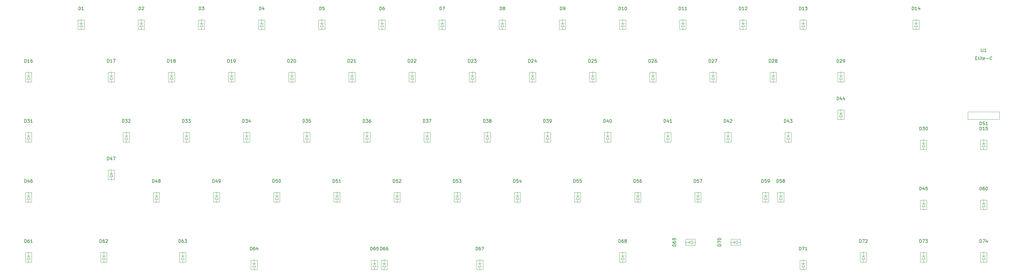
<source format=gbr>
%TF.GenerationSoftware,KiCad,Pcbnew,(6.0.1)*%
%TF.CreationDate,2022-05-17T12:05:37-04:00*%
%TF.ProjectId,GanJing 65 rev 2 solder,47616e4a-696e-4672-9036-352072657620,2*%
%TF.SameCoordinates,Original*%
%TF.FileFunction,Legend,Top*%
%TF.FilePolarity,Positive*%
%FSLAX46Y46*%
G04 Gerber Fmt 4.6, Leading zero omitted, Abs format (unit mm)*
G04 Created by KiCad (PCBNEW (6.0.1)) date 2022-05-17 12:05:37*
%MOMM*%
%LPD*%
G01*
G04 APERTURE LIST*
%ADD10C,0.150000*%
%ADD11C,0.120000*%
%ADD12R,1.600000X1.600000*%
%ADD13O,1.600000X1.600000*%
%ADD14R,1.800000X1.800000*%
%ADD15C,1.800000*%
%ADD16C,1.700000*%
%ADD17C,4.000000*%
%ADD18C,2.200000*%
%ADD19C,2.250000*%
%ADD20R,2.000000X3.200000*%
%ADD21R,2.000000X2.000000*%
%ADD22C,2.000000*%
%ADD23C,1.750000*%
%ADD24C,3.987800*%
G04 APERTURE END LIST*
D10*
%TO.C,D1*%
X68318154Y-97766130D02*
X68318154Y-96766130D01*
X68556250Y-96766130D01*
X68699107Y-96813750D01*
X68794345Y-96908988D01*
X68841964Y-97004226D01*
X68889583Y-97194702D01*
X68889583Y-97337559D01*
X68841964Y-97528035D01*
X68794345Y-97623273D01*
X68699107Y-97718511D01*
X68556250Y-97766130D01*
X68318154Y-97766130D01*
X69841964Y-97766130D02*
X69270535Y-97766130D01*
X69556250Y-97766130D02*
X69556250Y-96766130D01*
X69461011Y-96908988D01*
X69365773Y-97004226D01*
X69270535Y-97051845D01*
%TO.C,D2*%
X87368154Y-97766130D02*
X87368154Y-96766130D01*
X87606250Y-96766130D01*
X87749107Y-96813750D01*
X87844345Y-96908988D01*
X87891964Y-97004226D01*
X87939583Y-97194702D01*
X87939583Y-97337559D01*
X87891964Y-97528035D01*
X87844345Y-97623273D01*
X87749107Y-97718511D01*
X87606250Y-97766130D01*
X87368154Y-97766130D01*
X88320535Y-96861369D02*
X88368154Y-96813750D01*
X88463392Y-96766130D01*
X88701488Y-96766130D01*
X88796726Y-96813750D01*
X88844345Y-96861369D01*
X88891964Y-96956607D01*
X88891964Y-97051845D01*
X88844345Y-97194702D01*
X88272916Y-97766130D01*
X88891964Y-97766130D01*
%TO.C,D3*%
X106418154Y-97766130D02*
X106418154Y-96766130D01*
X106656250Y-96766130D01*
X106799107Y-96813750D01*
X106894345Y-96908988D01*
X106941964Y-97004226D01*
X106989583Y-97194702D01*
X106989583Y-97337559D01*
X106941964Y-97528035D01*
X106894345Y-97623273D01*
X106799107Y-97718511D01*
X106656250Y-97766130D01*
X106418154Y-97766130D01*
X107322916Y-96766130D02*
X107941964Y-96766130D01*
X107608630Y-97147083D01*
X107751488Y-97147083D01*
X107846726Y-97194702D01*
X107894345Y-97242321D01*
X107941964Y-97337559D01*
X107941964Y-97575654D01*
X107894345Y-97670892D01*
X107846726Y-97718511D01*
X107751488Y-97766130D01*
X107465773Y-97766130D01*
X107370535Y-97718511D01*
X107322916Y-97670892D01*
%TO.C,D4*%
X125468154Y-97766130D02*
X125468154Y-96766130D01*
X125706250Y-96766130D01*
X125849107Y-96813750D01*
X125944345Y-96908988D01*
X125991964Y-97004226D01*
X126039583Y-97194702D01*
X126039583Y-97337559D01*
X125991964Y-97528035D01*
X125944345Y-97623273D01*
X125849107Y-97718511D01*
X125706250Y-97766130D01*
X125468154Y-97766130D01*
X126896726Y-97099464D02*
X126896726Y-97766130D01*
X126658630Y-96718511D02*
X126420535Y-97432797D01*
X127039583Y-97432797D01*
%TO.C,D5*%
X144518154Y-97766130D02*
X144518154Y-96766130D01*
X144756250Y-96766130D01*
X144899107Y-96813750D01*
X144994345Y-96908988D01*
X145041964Y-97004226D01*
X145089583Y-97194702D01*
X145089583Y-97337559D01*
X145041964Y-97528035D01*
X144994345Y-97623273D01*
X144899107Y-97718511D01*
X144756250Y-97766130D01*
X144518154Y-97766130D01*
X145994345Y-96766130D02*
X145518154Y-96766130D01*
X145470535Y-97242321D01*
X145518154Y-97194702D01*
X145613392Y-97147083D01*
X145851488Y-97147083D01*
X145946726Y-97194702D01*
X145994345Y-97242321D01*
X146041964Y-97337559D01*
X146041964Y-97575654D01*
X145994345Y-97670892D01*
X145946726Y-97718511D01*
X145851488Y-97766130D01*
X145613392Y-97766130D01*
X145518154Y-97718511D01*
X145470535Y-97670892D01*
%TO.C,D6*%
X163568154Y-97766130D02*
X163568154Y-96766130D01*
X163806250Y-96766130D01*
X163949107Y-96813750D01*
X164044345Y-96908988D01*
X164091964Y-97004226D01*
X164139583Y-97194702D01*
X164139583Y-97337559D01*
X164091964Y-97528035D01*
X164044345Y-97623273D01*
X163949107Y-97718511D01*
X163806250Y-97766130D01*
X163568154Y-97766130D01*
X164996726Y-96766130D02*
X164806250Y-96766130D01*
X164711011Y-96813750D01*
X164663392Y-96861369D01*
X164568154Y-97004226D01*
X164520535Y-97194702D01*
X164520535Y-97575654D01*
X164568154Y-97670892D01*
X164615773Y-97718511D01*
X164711011Y-97766130D01*
X164901488Y-97766130D01*
X164996726Y-97718511D01*
X165044345Y-97670892D01*
X165091964Y-97575654D01*
X165091964Y-97337559D01*
X165044345Y-97242321D01*
X164996726Y-97194702D01*
X164901488Y-97147083D01*
X164711011Y-97147083D01*
X164615773Y-97194702D01*
X164568154Y-97242321D01*
X164520535Y-97337559D01*
%TO.C,D7*%
X182618154Y-97766130D02*
X182618154Y-96766130D01*
X182856250Y-96766130D01*
X182999107Y-96813750D01*
X183094345Y-96908988D01*
X183141964Y-97004226D01*
X183189583Y-97194702D01*
X183189583Y-97337559D01*
X183141964Y-97528035D01*
X183094345Y-97623273D01*
X182999107Y-97718511D01*
X182856250Y-97766130D01*
X182618154Y-97766130D01*
X183522916Y-96766130D02*
X184189583Y-96766130D01*
X183761011Y-97766130D01*
%TO.C,D8*%
X201668154Y-97766130D02*
X201668154Y-96766130D01*
X201906250Y-96766130D01*
X202049107Y-96813750D01*
X202144345Y-96908988D01*
X202191964Y-97004226D01*
X202239583Y-97194702D01*
X202239583Y-97337559D01*
X202191964Y-97528035D01*
X202144345Y-97623273D01*
X202049107Y-97718511D01*
X201906250Y-97766130D01*
X201668154Y-97766130D01*
X202811011Y-97194702D02*
X202715773Y-97147083D01*
X202668154Y-97099464D01*
X202620535Y-97004226D01*
X202620535Y-96956607D01*
X202668154Y-96861369D01*
X202715773Y-96813750D01*
X202811011Y-96766130D01*
X203001488Y-96766130D01*
X203096726Y-96813750D01*
X203144345Y-96861369D01*
X203191964Y-96956607D01*
X203191964Y-97004226D01*
X203144345Y-97099464D01*
X203096726Y-97147083D01*
X203001488Y-97194702D01*
X202811011Y-97194702D01*
X202715773Y-97242321D01*
X202668154Y-97289940D01*
X202620535Y-97385178D01*
X202620535Y-97575654D01*
X202668154Y-97670892D01*
X202715773Y-97718511D01*
X202811011Y-97766130D01*
X203001488Y-97766130D01*
X203096726Y-97718511D01*
X203144345Y-97670892D01*
X203191964Y-97575654D01*
X203191964Y-97385178D01*
X203144345Y-97289940D01*
X203096726Y-97242321D01*
X203001488Y-97194702D01*
%TO.C,D9*%
X220718154Y-97766130D02*
X220718154Y-96766130D01*
X220956250Y-96766130D01*
X221099107Y-96813750D01*
X221194345Y-96908988D01*
X221241964Y-97004226D01*
X221289583Y-97194702D01*
X221289583Y-97337559D01*
X221241964Y-97528035D01*
X221194345Y-97623273D01*
X221099107Y-97718511D01*
X220956250Y-97766130D01*
X220718154Y-97766130D01*
X221765773Y-97766130D02*
X221956250Y-97766130D01*
X222051488Y-97718511D01*
X222099107Y-97670892D01*
X222194345Y-97528035D01*
X222241964Y-97337559D01*
X222241964Y-96956607D01*
X222194345Y-96861369D01*
X222146726Y-96813750D01*
X222051488Y-96766130D01*
X221861011Y-96766130D01*
X221765773Y-96813750D01*
X221718154Y-96861369D01*
X221670535Y-96956607D01*
X221670535Y-97194702D01*
X221718154Y-97289940D01*
X221765773Y-97337559D01*
X221861011Y-97385178D01*
X222051488Y-97385178D01*
X222146726Y-97337559D01*
X222194345Y-97289940D01*
X222241964Y-97194702D01*
%TO.C,D10*%
X239291964Y-97766130D02*
X239291964Y-96766130D01*
X239530059Y-96766130D01*
X239672916Y-96813750D01*
X239768154Y-96908988D01*
X239815773Y-97004226D01*
X239863392Y-97194702D01*
X239863392Y-97337559D01*
X239815773Y-97528035D01*
X239768154Y-97623273D01*
X239672916Y-97718511D01*
X239530059Y-97766130D01*
X239291964Y-97766130D01*
X240815773Y-97766130D02*
X240244345Y-97766130D01*
X240530059Y-97766130D02*
X240530059Y-96766130D01*
X240434821Y-96908988D01*
X240339583Y-97004226D01*
X240244345Y-97051845D01*
X241434821Y-96766130D02*
X241530059Y-96766130D01*
X241625297Y-96813750D01*
X241672916Y-96861369D01*
X241720535Y-96956607D01*
X241768154Y-97147083D01*
X241768154Y-97385178D01*
X241720535Y-97575654D01*
X241672916Y-97670892D01*
X241625297Y-97718511D01*
X241530059Y-97766130D01*
X241434821Y-97766130D01*
X241339583Y-97718511D01*
X241291964Y-97670892D01*
X241244345Y-97575654D01*
X241196726Y-97385178D01*
X241196726Y-97147083D01*
X241244345Y-96956607D01*
X241291964Y-96861369D01*
X241339583Y-96813750D01*
X241434821Y-96766130D01*
%TO.C,D11*%
X258341964Y-97766130D02*
X258341964Y-96766130D01*
X258580059Y-96766130D01*
X258722916Y-96813750D01*
X258818154Y-96908988D01*
X258865773Y-97004226D01*
X258913392Y-97194702D01*
X258913392Y-97337559D01*
X258865773Y-97528035D01*
X258818154Y-97623273D01*
X258722916Y-97718511D01*
X258580059Y-97766130D01*
X258341964Y-97766130D01*
X259865773Y-97766130D02*
X259294345Y-97766130D01*
X259580059Y-97766130D02*
X259580059Y-96766130D01*
X259484821Y-96908988D01*
X259389583Y-97004226D01*
X259294345Y-97051845D01*
X260818154Y-97766130D02*
X260246726Y-97766130D01*
X260532440Y-97766130D02*
X260532440Y-96766130D01*
X260437202Y-96908988D01*
X260341964Y-97004226D01*
X260246726Y-97051845D01*
%TO.C,D12*%
X277391964Y-97766130D02*
X277391964Y-96766130D01*
X277630059Y-96766130D01*
X277772916Y-96813750D01*
X277868154Y-96908988D01*
X277915773Y-97004226D01*
X277963392Y-97194702D01*
X277963392Y-97337559D01*
X277915773Y-97528035D01*
X277868154Y-97623273D01*
X277772916Y-97718511D01*
X277630059Y-97766130D01*
X277391964Y-97766130D01*
X278915773Y-97766130D02*
X278344345Y-97766130D01*
X278630059Y-97766130D02*
X278630059Y-96766130D01*
X278534821Y-96908988D01*
X278439583Y-97004226D01*
X278344345Y-97051845D01*
X279296726Y-96861369D02*
X279344345Y-96813750D01*
X279439583Y-96766130D01*
X279677678Y-96766130D01*
X279772916Y-96813750D01*
X279820535Y-96861369D01*
X279868154Y-96956607D01*
X279868154Y-97051845D01*
X279820535Y-97194702D01*
X279249107Y-97766130D01*
X279868154Y-97766130D01*
%TO.C,D13*%
X296441964Y-97766130D02*
X296441964Y-96766130D01*
X296680059Y-96766130D01*
X296822916Y-96813750D01*
X296918154Y-96908988D01*
X296965773Y-97004226D01*
X297013392Y-97194702D01*
X297013392Y-97337559D01*
X296965773Y-97528035D01*
X296918154Y-97623273D01*
X296822916Y-97718511D01*
X296680059Y-97766130D01*
X296441964Y-97766130D01*
X297965773Y-97766130D02*
X297394345Y-97766130D01*
X297680059Y-97766130D02*
X297680059Y-96766130D01*
X297584821Y-96908988D01*
X297489583Y-97004226D01*
X297394345Y-97051845D01*
X298299107Y-96766130D02*
X298918154Y-96766130D01*
X298584821Y-97147083D01*
X298727678Y-97147083D01*
X298822916Y-97194702D01*
X298870535Y-97242321D01*
X298918154Y-97337559D01*
X298918154Y-97575654D01*
X298870535Y-97670892D01*
X298822916Y-97718511D01*
X298727678Y-97766130D01*
X298441964Y-97766130D01*
X298346726Y-97718511D01*
X298299107Y-97670892D01*
%TO.C,D14*%
X332160714Y-97766130D02*
X332160714Y-96766130D01*
X332398809Y-96766130D01*
X332541666Y-96813750D01*
X332636904Y-96908988D01*
X332684523Y-97004226D01*
X332732142Y-97194702D01*
X332732142Y-97337559D01*
X332684523Y-97528035D01*
X332636904Y-97623273D01*
X332541666Y-97718511D01*
X332398809Y-97766130D01*
X332160714Y-97766130D01*
X333684523Y-97766130D02*
X333113095Y-97766130D01*
X333398809Y-97766130D02*
X333398809Y-96766130D01*
X333303571Y-96908988D01*
X333208333Y-97004226D01*
X333113095Y-97051845D01*
X334541666Y-97099464D02*
X334541666Y-97766130D01*
X334303571Y-96718511D02*
X334065476Y-97432797D01*
X334684523Y-97432797D01*
%TO.C,D16*%
X51173214Y-114434880D02*
X51173214Y-113434880D01*
X51411309Y-113434880D01*
X51554166Y-113482500D01*
X51649404Y-113577738D01*
X51697023Y-113672976D01*
X51744642Y-113863452D01*
X51744642Y-114006309D01*
X51697023Y-114196785D01*
X51649404Y-114292023D01*
X51554166Y-114387261D01*
X51411309Y-114434880D01*
X51173214Y-114434880D01*
X52697023Y-114434880D02*
X52125595Y-114434880D01*
X52411309Y-114434880D02*
X52411309Y-113434880D01*
X52316071Y-113577738D01*
X52220833Y-113672976D01*
X52125595Y-113720595D01*
X53554166Y-113434880D02*
X53363690Y-113434880D01*
X53268452Y-113482500D01*
X53220833Y-113530119D01*
X53125595Y-113672976D01*
X53077976Y-113863452D01*
X53077976Y-114244404D01*
X53125595Y-114339642D01*
X53173214Y-114387261D01*
X53268452Y-114434880D01*
X53458928Y-114434880D01*
X53554166Y-114387261D01*
X53601785Y-114339642D01*
X53649404Y-114244404D01*
X53649404Y-114006309D01*
X53601785Y-113911071D01*
X53554166Y-113863452D01*
X53458928Y-113815833D01*
X53268452Y-113815833D01*
X53173214Y-113863452D01*
X53125595Y-113911071D01*
X53077976Y-114006309D01*
%TO.C,D17*%
X77366964Y-114434880D02*
X77366964Y-113434880D01*
X77605059Y-113434880D01*
X77747916Y-113482500D01*
X77843154Y-113577738D01*
X77890773Y-113672976D01*
X77938392Y-113863452D01*
X77938392Y-114006309D01*
X77890773Y-114196785D01*
X77843154Y-114292023D01*
X77747916Y-114387261D01*
X77605059Y-114434880D01*
X77366964Y-114434880D01*
X78890773Y-114434880D02*
X78319345Y-114434880D01*
X78605059Y-114434880D02*
X78605059Y-113434880D01*
X78509821Y-113577738D01*
X78414583Y-113672976D01*
X78319345Y-113720595D01*
X79224107Y-113434880D02*
X79890773Y-113434880D01*
X79462202Y-114434880D01*
%TO.C,D18*%
X96416964Y-114434880D02*
X96416964Y-113434880D01*
X96655059Y-113434880D01*
X96797916Y-113482500D01*
X96893154Y-113577738D01*
X96940773Y-113672976D01*
X96988392Y-113863452D01*
X96988392Y-114006309D01*
X96940773Y-114196785D01*
X96893154Y-114292023D01*
X96797916Y-114387261D01*
X96655059Y-114434880D01*
X96416964Y-114434880D01*
X97940773Y-114434880D02*
X97369345Y-114434880D01*
X97655059Y-114434880D02*
X97655059Y-113434880D01*
X97559821Y-113577738D01*
X97464583Y-113672976D01*
X97369345Y-113720595D01*
X98512202Y-113863452D02*
X98416964Y-113815833D01*
X98369345Y-113768214D01*
X98321726Y-113672976D01*
X98321726Y-113625357D01*
X98369345Y-113530119D01*
X98416964Y-113482500D01*
X98512202Y-113434880D01*
X98702678Y-113434880D01*
X98797916Y-113482500D01*
X98845535Y-113530119D01*
X98893154Y-113625357D01*
X98893154Y-113672976D01*
X98845535Y-113768214D01*
X98797916Y-113815833D01*
X98702678Y-113863452D01*
X98512202Y-113863452D01*
X98416964Y-113911071D01*
X98369345Y-113958690D01*
X98321726Y-114053928D01*
X98321726Y-114244404D01*
X98369345Y-114339642D01*
X98416964Y-114387261D01*
X98512202Y-114434880D01*
X98702678Y-114434880D01*
X98797916Y-114387261D01*
X98845535Y-114339642D01*
X98893154Y-114244404D01*
X98893154Y-114053928D01*
X98845535Y-113958690D01*
X98797916Y-113911071D01*
X98702678Y-113863452D01*
%TO.C,D19*%
X115466964Y-114434880D02*
X115466964Y-113434880D01*
X115705059Y-113434880D01*
X115847916Y-113482500D01*
X115943154Y-113577738D01*
X115990773Y-113672976D01*
X116038392Y-113863452D01*
X116038392Y-114006309D01*
X115990773Y-114196785D01*
X115943154Y-114292023D01*
X115847916Y-114387261D01*
X115705059Y-114434880D01*
X115466964Y-114434880D01*
X116990773Y-114434880D02*
X116419345Y-114434880D01*
X116705059Y-114434880D02*
X116705059Y-113434880D01*
X116609821Y-113577738D01*
X116514583Y-113672976D01*
X116419345Y-113720595D01*
X117466964Y-114434880D02*
X117657440Y-114434880D01*
X117752678Y-114387261D01*
X117800297Y-114339642D01*
X117895535Y-114196785D01*
X117943154Y-114006309D01*
X117943154Y-113625357D01*
X117895535Y-113530119D01*
X117847916Y-113482500D01*
X117752678Y-113434880D01*
X117562202Y-113434880D01*
X117466964Y-113482500D01*
X117419345Y-113530119D01*
X117371726Y-113625357D01*
X117371726Y-113863452D01*
X117419345Y-113958690D01*
X117466964Y-114006309D01*
X117562202Y-114053928D01*
X117752678Y-114053928D01*
X117847916Y-114006309D01*
X117895535Y-113958690D01*
X117943154Y-113863452D01*
%TO.C,D20*%
X134516964Y-114434880D02*
X134516964Y-113434880D01*
X134755059Y-113434880D01*
X134897916Y-113482500D01*
X134993154Y-113577738D01*
X135040773Y-113672976D01*
X135088392Y-113863452D01*
X135088392Y-114006309D01*
X135040773Y-114196785D01*
X134993154Y-114292023D01*
X134897916Y-114387261D01*
X134755059Y-114434880D01*
X134516964Y-114434880D01*
X135469345Y-113530119D02*
X135516964Y-113482500D01*
X135612202Y-113434880D01*
X135850297Y-113434880D01*
X135945535Y-113482500D01*
X135993154Y-113530119D01*
X136040773Y-113625357D01*
X136040773Y-113720595D01*
X135993154Y-113863452D01*
X135421726Y-114434880D01*
X136040773Y-114434880D01*
X136659821Y-113434880D02*
X136755059Y-113434880D01*
X136850297Y-113482500D01*
X136897916Y-113530119D01*
X136945535Y-113625357D01*
X136993154Y-113815833D01*
X136993154Y-114053928D01*
X136945535Y-114244404D01*
X136897916Y-114339642D01*
X136850297Y-114387261D01*
X136755059Y-114434880D01*
X136659821Y-114434880D01*
X136564583Y-114387261D01*
X136516964Y-114339642D01*
X136469345Y-114244404D01*
X136421726Y-114053928D01*
X136421726Y-113815833D01*
X136469345Y-113625357D01*
X136516964Y-113530119D01*
X136564583Y-113482500D01*
X136659821Y-113434880D01*
%TO.C,D21*%
X153566964Y-114434880D02*
X153566964Y-113434880D01*
X153805059Y-113434880D01*
X153947916Y-113482500D01*
X154043154Y-113577738D01*
X154090773Y-113672976D01*
X154138392Y-113863452D01*
X154138392Y-114006309D01*
X154090773Y-114196785D01*
X154043154Y-114292023D01*
X153947916Y-114387261D01*
X153805059Y-114434880D01*
X153566964Y-114434880D01*
X154519345Y-113530119D02*
X154566964Y-113482500D01*
X154662202Y-113434880D01*
X154900297Y-113434880D01*
X154995535Y-113482500D01*
X155043154Y-113530119D01*
X155090773Y-113625357D01*
X155090773Y-113720595D01*
X155043154Y-113863452D01*
X154471726Y-114434880D01*
X155090773Y-114434880D01*
X156043154Y-114434880D02*
X155471726Y-114434880D01*
X155757440Y-114434880D02*
X155757440Y-113434880D01*
X155662202Y-113577738D01*
X155566964Y-113672976D01*
X155471726Y-113720595D01*
%TO.C,D22*%
X172616964Y-114434880D02*
X172616964Y-113434880D01*
X172855059Y-113434880D01*
X172997916Y-113482500D01*
X173093154Y-113577738D01*
X173140773Y-113672976D01*
X173188392Y-113863452D01*
X173188392Y-114006309D01*
X173140773Y-114196785D01*
X173093154Y-114292023D01*
X172997916Y-114387261D01*
X172855059Y-114434880D01*
X172616964Y-114434880D01*
X173569345Y-113530119D02*
X173616964Y-113482500D01*
X173712202Y-113434880D01*
X173950297Y-113434880D01*
X174045535Y-113482500D01*
X174093154Y-113530119D01*
X174140773Y-113625357D01*
X174140773Y-113720595D01*
X174093154Y-113863452D01*
X173521726Y-114434880D01*
X174140773Y-114434880D01*
X174521726Y-113530119D02*
X174569345Y-113482500D01*
X174664583Y-113434880D01*
X174902678Y-113434880D01*
X174997916Y-113482500D01*
X175045535Y-113530119D01*
X175093154Y-113625357D01*
X175093154Y-113720595D01*
X175045535Y-113863452D01*
X174474107Y-114434880D01*
X175093154Y-114434880D01*
%TO.C,D23*%
X191666964Y-114434880D02*
X191666964Y-113434880D01*
X191905059Y-113434880D01*
X192047916Y-113482500D01*
X192143154Y-113577738D01*
X192190773Y-113672976D01*
X192238392Y-113863452D01*
X192238392Y-114006309D01*
X192190773Y-114196785D01*
X192143154Y-114292023D01*
X192047916Y-114387261D01*
X191905059Y-114434880D01*
X191666964Y-114434880D01*
X192619345Y-113530119D02*
X192666964Y-113482500D01*
X192762202Y-113434880D01*
X193000297Y-113434880D01*
X193095535Y-113482500D01*
X193143154Y-113530119D01*
X193190773Y-113625357D01*
X193190773Y-113720595D01*
X193143154Y-113863452D01*
X192571726Y-114434880D01*
X193190773Y-114434880D01*
X193524107Y-113434880D02*
X194143154Y-113434880D01*
X193809821Y-113815833D01*
X193952678Y-113815833D01*
X194047916Y-113863452D01*
X194095535Y-113911071D01*
X194143154Y-114006309D01*
X194143154Y-114244404D01*
X194095535Y-114339642D01*
X194047916Y-114387261D01*
X193952678Y-114434880D01*
X193666964Y-114434880D01*
X193571726Y-114387261D01*
X193524107Y-114339642D01*
%TO.C,D24*%
X210716964Y-114434880D02*
X210716964Y-113434880D01*
X210955059Y-113434880D01*
X211097916Y-113482500D01*
X211193154Y-113577738D01*
X211240773Y-113672976D01*
X211288392Y-113863452D01*
X211288392Y-114006309D01*
X211240773Y-114196785D01*
X211193154Y-114292023D01*
X211097916Y-114387261D01*
X210955059Y-114434880D01*
X210716964Y-114434880D01*
X211669345Y-113530119D02*
X211716964Y-113482500D01*
X211812202Y-113434880D01*
X212050297Y-113434880D01*
X212145535Y-113482500D01*
X212193154Y-113530119D01*
X212240773Y-113625357D01*
X212240773Y-113720595D01*
X212193154Y-113863452D01*
X211621726Y-114434880D01*
X212240773Y-114434880D01*
X213097916Y-113768214D02*
X213097916Y-114434880D01*
X212859821Y-113387261D02*
X212621726Y-114101547D01*
X213240773Y-114101547D01*
%TO.C,D25*%
X229766964Y-114434880D02*
X229766964Y-113434880D01*
X230005059Y-113434880D01*
X230147916Y-113482500D01*
X230243154Y-113577738D01*
X230290773Y-113672976D01*
X230338392Y-113863452D01*
X230338392Y-114006309D01*
X230290773Y-114196785D01*
X230243154Y-114292023D01*
X230147916Y-114387261D01*
X230005059Y-114434880D01*
X229766964Y-114434880D01*
X230719345Y-113530119D02*
X230766964Y-113482500D01*
X230862202Y-113434880D01*
X231100297Y-113434880D01*
X231195535Y-113482500D01*
X231243154Y-113530119D01*
X231290773Y-113625357D01*
X231290773Y-113720595D01*
X231243154Y-113863452D01*
X230671726Y-114434880D01*
X231290773Y-114434880D01*
X232195535Y-113434880D02*
X231719345Y-113434880D01*
X231671726Y-113911071D01*
X231719345Y-113863452D01*
X231814583Y-113815833D01*
X232052678Y-113815833D01*
X232147916Y-113863452D01*
X232195535Y-113911071D01*
X232243154Y-114006309D01*
X232243154Y-114244404D01*
X232195535Y-114339642D01*
X232147916Y-114387261D01*
X232052678Y-114434880D01*
X231814583Y-114434880D01*
X231719345Y-114387261D01*
X231671726Y-114339642D01*
%TO.C,D26*%
X248816964Y-114434880D02*
X248816964Y-113434880D01*
X249055059Y-113434880D01*
X249197916Y-113482500D01*
X249293154Y-113577738D01*
X249340773Y-113672976D01*
X249388392Y-113863452D01*
X249388392Y-114006309D01*
X249340773Y-114196785D01*
X249293154Y-114292023D01*
X249197916Y-114387261D01*
X249055059Y-114434880D01*
X248816964Y-114434880D01*
X249769345Y-113530119D02*
X249816964Y-113482500D01*
X249912202Y-113434880D01*
X250150297Y-113434880D01*
X250245535Y-113482500D01*
X250293154Y-113530119D01*
X250340773Y-113625357D01*
X250340773Y-113720595D01*
X250293154Y-113863452D01*
X249721726Y-114434880D01*
X250340773Y-114434880D01*
X251197916Y-113434880D02*
X251007440Y-113434880D01*
X250912202Y-113482500D01*
X250864583Y-113530119D01*
X250769345Y-113672976D01*
X250721726Y-113863452D01*
X250721726Y-114244404D01*
X250769345Y-114339642D01*
X250816964Y-114387261D01*
X250912202Y-114434880D01*
X251102678Y-114434880D01*
X251197916Y-114387261D01*
X251245535Y-114339642D01*
X251293154Y-114244404D01*
X251293154Y-114006309D01*
X251245535Y-113911071D01*
X251197916Y-113863452D01*
X251102678Y-113815833D01*
X250912202Y-113815833D01*
X250816964Y-113863452D01*
X250769345Y-113911071D01*
X250721726Y-114006309D01*
%TO.C,D27*%
X267866964Y-114434880D02*
X267866964Y-113434880D01*
X268105059Y-113434880D01*
X268247916Y-113482500D01*
X268343154Y-113577738D01*
X268390773Y-113672976D01*
X268438392Y-113863452D01*
X268438392Y-114006309D01*
X268390773Y-114196785D01*
X268343154Y-114292023D01*
X268247916Y-114387261D01*
X268105059Y-114434880D01*
X267866964Y-114434880D01*
X268819345Y-113530119D02*
X268866964Y-113482500D01*
X268962202Y-113434880D01*
X269200297Y-113434880D01*
X269295535Y-113482500D01*
X269343154Y-113530119D01*
X269390773Y-113625357D01*
X269390773Y-113720595D01*
X269343154Y-113863452D01*
X268771726Y-114434880D01*
X269390773Y-114434880D01*
X269724107Y-113434880D02*
X270390773Y-113434880D01*
X269962202Y-114434880D01*
%TO.C,D28*%
X286916964Y-114434880D02*
X286916964Y-113434880D01*
X287155059Y-113434880D01*
X287297916Y-113482500D01*
X287393154Y-113577738D01*
X287440773Y-113672976D01*
X287488392Y-113863452D01*
X287488392Y-114006309D01*
X287440773Y-114196785D01*
X287393154Y-114292023D01*
X287297916Y-114387261D01*
X287155059Y-114434880D01*
X286916964Y-114434880D01*
X287869345Y-113530119D02*
X287916964Y-113482500D01*
X288012202Y-113434880D01*
X288250297Y-113434880D01*
X288345535Y-113482500D01*
X288393154Y-113530119D01*
X288440773Y-113625357D01*
X288440773Y-113720595D01*
X288393154Y-113863452D01*
X287821726Y-114434880D01*
X288440773Y-114434880D01*
X289012202Y-113863452D02*
X288916964Y-113815833D01*
X288869345Y-113768214D01*
X288821726Y-113672976D01*
X288821726Y-113625357D01*
X288869345Y-113530119D01*
X288916964Y-113482500D01*
X289012202Y-113434880D01*
X289202678Y-113434880D01*
X289297916Y-113482500D01*
X289345535Y-113530119D01*
X289393154Y-113625357D01*
X289393154Y-113672976D01*
X289345535Y-113768214D01*
X289297916Y-113815833D01*
X289202678Y-113863452D01*
X289012202Y-113863452D01*
X288916964Y-113911071D01*
X288869345Y-113958690D01*
X288821726Y-114053928D01*
X288821726Y-114244404D01*
X288869345Y-114339642D01*
X288916964Y-114387261D01*
X289012202Y-114434880D01*
X289202678Y-114434880D01*
X289297916Y-114387261D01*
X289345535Y-114339642D01*
X289393154Y-114244404D01*
X289393154Y-114053928D01*
X289345535Y-113958690D01*
X289297916Y-113911071D01*
X289202678Y-113863452D01*
%TO.C,D29*%
X308348214Y-114434880D02*
X308348214Y-113434880D01*
X308586309Y-113434880D01*
X308729166Y-113482500D01*
X308824404Y-113577738D01*
X308872023Y-113672976D01*
X308919642Y-113863452D01*
X308919642Y-114006309D01*
X308872023Y-114196785D01*
X308824404Y-114292023D01*
X308729166Y-114387261D01*
X308586309Y-114434880D01*
X308348214Y-114434880D01*
X309300595Y-113530119D02*
X309348214Y-113482500D01*
X309443452Y-113434880D01*
X309681547Y-113434880D01*
X309776785Y-113482500D01*
X309824404Y-113530119D01*
X309872023Y-113625357D01*
X309872023Y-113720595D01*
X309824404Y-113863452D01*
X309252976Y-114434880D01*
X309872023Y-114434880D01*
X310348214Y-114434880D02*
X310538690Y-114434880D01*
X310633928Y-114387261D01*
X310681547Y-114339642D01*
X310776785Y-114196785D01*
X310824404Y-114006309D01*
X310824404Y-113625357D01*
X310776785Y-113530119D01*
X310729166Y-113482500D01*
X310633928Y-113434880D01*
X310443452Y-113434880D01*
X310348214Y-113482500D01*
X310300595Y-113530119D01*
X310252976Y-113625357D01*
X310252976Y-113863452D01*
X310300595Y-113958690D01*
X310348214Y-114006309D01*
X310443452Y-114053928D01*
X310633928Y-114053928D01*
X310729166Y-114006309D01*
X310776785Y-113958690D01*
X310824404Y-113863452D01*
%TO.C,D30*%
X334541964Y-135866130D02*
X334541964Y-134866130D01*
X334780059Y-134866130D01*
X334922916Y-134913750D01*
X335018154Y-135008988D01*
X335065773Y-135104226D01*
X335113392Y-135294702D01*
X335113392Y-135437559D01*
X335065773Y-135628035D01*
X335018154Y-135723273D01*
X334922916Y-135818511D01*
X334780059Y-135866130D01*
X334541964Y-135866130D01*
X335446726Y-134866130D02*
X336065773Y-134866130D01*
X335732440Y-135247083D01*
X335875297Y-135247083D01*
X335970535Y-135294702D01*
X336018154Y-135342321D01*
X336065773Y-135437559D01*
X336065773Y-135675654D01*
X336018154Y-135770892D01*
X335970535Y-135818511D01*
X335875297Y-135866130D01*
X335589583Y-135866130D01*
X335494345Y-135818511D01*
X335446726Y-135770892D01*
X336684821Y-134866130D02*
X336780059Y-134866130D01*
X336875297Y-134913750D01*
X336922916Y-134961369D01*
X336970535Y-135056607D01*
X337018154Y-135247083D01*
X337018154Y-135485178D01*
X336970535Y-135675654D01*
X336922916Y-135770892D01*
X336875297Y-135818511D01*
X336780059Y-135866130D01*
X336684821Y-135866130D01*
X336589583Y-135818511D01*
X336541964Y-135770892D01*
X336494345Y-135675654D01*
X336446726Y-135485178D01*
X336446726Y-135247083D01*
X336494345Y-135056607D01*
X336541964Y-134961369D01*
X336589583Y-134913750D01*
X336684821Y-134866130D01*
%TO.C,D31*%
X51173214Y-133484880D02*
X51173214Y-132484880D01*
X51411309Y-132484880D01*
X51554166Y-132532500D01*
X51649404Y-132627738D01*
X51697023Y-132722976D01*
X51744642Y-132913452D01*
X51744642Y-133056309D01*
X51697023Y-133246785D01*
X51649404Y-133342023D01*
X51554166Y-133437261D01*
X51411309Y-133484880D01*
X51173214Y-133484880D01*
X52077976Y-132484880D02*
X52697023Y-132484880D01*
X52363690Y-132865833D01*
X52506547Y-132865833D01*
X52601785Y-132913452D01*
X52649404Y-132961071D01*
X52697023Y-133056309D01*
X52697023Y-133294404D01*
X52649404Y-133389642D01*
X52601785Y-133437261D01*
X52506547Y-133484880D01*
X52220833Y-133484880D01*
X52125595Y-133437261D01*
X52077976Y-133389642D01*
X53649404Y-133484880D02*
X53077976Y-133484880D01*
X53363690Y-133484880D02*
X53363690Y-132484880D01*
X53268452Y-132627738D01*
X53173214Y-132722976D01*
X53077976Y-132770595D01*
%TO.C,D32*%
X82129464Y-133484880D02*
X82129464Y-132484880D01*
X82367559Y-132484880D01*
X82510416Y-132532500D01*
X82605654Y-132627738D01*
X82653273Y-132722976D01*
X82700892Y-132913452D01*
X82700892Y-133056309D01*
X82653273Y-133246785D01*
X82605654Y-133342023D01*
X82510416Y-133437261D01*
X82367559Y-133484880D01*
X82129464Y-133484880D01*
X83034226Y-132484880D02*
X83653273Y-132484880D01*
X83319940Y-132865833D01*
X83462797Y-132865833D01*
X83558035Y-132913452D01*
X83605654Y-132961071D01*
X83653273Y-133056309D01*
X83653273Y-133294404D01*
X83605654Y-133389642D01*
X83558035Y-133437261D01*
X83462797Y-133484880D01*
X83177083Y-133484880D01*
X83081845Y-133437261D01*
X83034226Y-133389642D01*
X84034226Y-132580119D02*
X84081845Y-132532500D01*
X84177083Y-132484880D01*
X84415178Y-132484880D01*
X84510416Y-132532500D01*
X84558035Y-132580119D01*
X84605654Y-132675357D01*
X84605654Y-132770595D01*
X84558035Y-132913452D01*
X83986607Y-133484880D01*
X84605654Y-133484880D01*
%TO.C,D33*%
X101179464Y-133484880D02*
X101179464Y-132484880D01*
X101417559Y-132484880D01*
X101560416Y-132532500D01*
X101655654Y-132627738D01*
X101703273Y-132722976D01*
X101750892Y-132913452D01*
X101750892Y-133056309D01*
X101703273Y-133246785D01*
X101655654Y-133342023D01*
X101560416Y-133437261D01*
X101417559Y-133484880D01*
X101179464Y-133484880D01*
X102084226Y-132484880D02*
X102703273Y-132484880D01*
X102369940Y-132865833D01*
X102512797Y-132865833D01*
X102608035Y-132913452D01*
X102655654Y-132961071D01*
X102703273Y-133056309D01*
X102703273Y-133294404D01*
X102655654Y-133389642D01*
X102608035Y-133437261D01*
X102512797Y-133484880D01*
X102227083Y-133484880D01*
X102131845Y-133437261D01*
X102084226Y-133389642D01*
X103036607Y-132484880D02*
X103655654Y-132484880D01*
X103322321Y-132865833D01*
X103465178Y-132865833D01*
X103560416Y-132913452D01*
X103608035Y-132961071D01*
X103655654Y-133056309D01*
X103655654Y-133294404D01*
X103608035Y-133389642D01*
X103560416Y-133437261D01*
X103465178Y-133484880D01*
X103179464Y-133484880D01*
X103084226Y-133437261D01*
X103036607Y-133389642D01*
%TO.C,D34*%
X120229464Y-133484880D02*
X120229464Y-132484880D01*
X120467559Y-132484880D01*
X120610416Y-132532500D01*
X120705654Y-132627738D01*
X120753273Y-132722976D01*
X120800892Y-132913452D01*
X120800892Y-133056309D01*
X120753273Y-133246785D01*
X120705654Y-133342023D01*
X120610416Y-133437261D01*
X120467559Y-133484880D01*
X120229464Y-133484880D01*
X121134226Y-132484880D02*
X121753273Y-132484880D01*
X121419940Y-132865833D01*
X121562797Y-132865833D01*
X121658035Y-132913452D01*
X121705654Y-132961071D01*
X121753273Y-133056309D01*
X121753273Y-133294404D01*
X121705654Y-133389642D01*
X121658035Y-133437261D01*
X121562797Y-133484880D01*
X121277083Y-133484880D01*
X121181845Y-133437261D01*
X121134226Y-133389642D01*
X122610416Y-132818214D02*
X122610416Y-133484880D01*
X122372321Y-132437261D02*
X122134226Y-133151547D01*
X122753273Y-133151547D01*
%TO.C,D35*%
X139279464Y-133484880D02*
X139279464Y-132484880D01*
X139517559Y-132484880D01*
X139660416Y-132532500D01*
X139755654Y-132627738D01*
X139803273Y-132722976D01*
X139850892Y-132913452D01*
X139850892Y-133056309D01*
X139803273Y-133246785D01*
X139755654Y-133342023D01*
X139660416Y-133437261D01*
X139517559Y-133484880D01*
X139279464Y-133484880D01*
X140184226Y-132484880D02*
X140803273Y-132484880D01*
X140469940Y-132865833D01*
X140612797Y-132865833D01*
X140708035Y-132913452D01*
X140755654Y-132961071D01*
X140803273Y-133056309D01*
X140803273Y-133294404D01*
X140755654Y-133389642D01*
X140708035Y-133437261D01*
X140612797Y-133484880D01*
X140327083Y-133484880D01*
X140231845Y-133437261D01*
X140184226Y-133389642D01*
X141708035Y-132484880D02*
X141231845Y-132484880D01*
X141184226Y-132961071D01*
X141231845Y-132913452D01*
X141327083Y-132865833D01*
X141565178Y-132865833D01*
X141660416Y-132913452D01*
X141708035Y-132961071D01*
X141755654Y-133056309D01*
X141755654Y-133294404D01*
X141708035Y-133389642D01*
X141660416Y-133437261D01*
X141565178Y-133484880D01*
X141327083Y-133484880D01*
X141231845Y-133437261D01*
X141184226Y-133389642D01*
%TO.C,D36*%
X158329464Y-133484880D02*
X158329464Y-132484880D01*
X158567559Y-132484880D01*
X158710416Y-132532500D01*
X158805654Y-132627738D01*
X158853273Y-132722976D01*
X158900892Y-132913452D01*
X158900892Y-133056309D01*
X158853273Y-133246785D01*
X158805654Y-133342023D01*
X158710416Y-133437261D01*
X158567559Y-133484880D01*
X158329464Y-133484880D01*
X159234226Y-132484880D02*
X159853273Y-132484880D01*
X159519940Y-132865833D01*
X159662797Y-132865833D01*
X159758035Y-132913452D01*
X159805654Y-132961071D01*
X159853273Y-133056309D01*
X159853273Y-133294404D01*
X159805654Y-133389642D01*
X159758035Y-133437261D01*
X159662797Y-133484880D01*
X159377083Y-133484880D01*
X159281845Y-133437261D01*
X159234226Y-133389642D01*
X160710416Y-132484880D02*
X160519940Y-132484880D01*
X160424702Y-132532500D01*
X160377083Y-132580119D01*
X160281845Y-132722976D01*
X160234226Y-132913452D01*
X160234226Y-133294404D01*
X160281845Y-133389642D01*
X160329464Y-133437261D01*
X160424702Y-133484880D01*
X160615178Y-133484880D01*
X160710416Y-133437261D01*
X160758035Y-133389642D01*
X160805654Y-133294404D01*
X160805654Y-133056309D01*
X160758035Y-132961071D01*
X160710416Y-132913452D01*
X160615178Y-132865833D01*
X160424702Y-132865833D01*
X160329464Y-132913452D01*
X160281845Y-132961071D01*
X160234226Y-133056309D01*
%TO.C,D37*%
X177379464Y-133484880D02*
X177379464Y-132484880D01*
X177617559Y-132484880D01*
X177760416Y-132532500D01*
X177855654Y-132627738D01*
X177903273Y-132722976D01*
X177950892Y-132913452D01*
X177950892Y-133056309D01*
X177903273Y-133246785D01*
X177855654Y-133342023D01*
X177760416Y-133437261D01*
X177617559Y-133484880D01*
X177379464Y-133484880D01*
X178284226Y-132484880D02*
X178903273Y-132484880D01*
X178569940Y-132865833D01*
X178712797Y-132865833D01*
X178808035Y-132913452D01*
X178855654Y-132961071D01*
X178903273Y-133056309D01*
X178903273Y-133294404D01*
X178855654Y-133389642D01*
X178808035Y-133437261D01*
X178712797Y-133484880D01*
X178427083Y-133484880D01*
X178331845Y-133437261D01*
X178284226Y-133389642D01*
X179236607Y-132484880D02*
X179903273Y-132484880D01*
X179474702Y-133484880D01*
%TO.C,D38*%
X196429464Y-133484880D02*
X196429464Y-132484880D01*
X196667559Y-132484880D01*
X196810416Y-132532500D01*
X196905654Y-132627738D01*
X196953273Y-132722976D01*
X197000892Y-132913452D01*
X197000892Y-133056309D01*
X196953273Y-133246785D01*
X196905654Y-133342023D01*
X196810416Y-133437261D01*
X196667559Y-133484880D01*
X196429464Y-133484880D01*
X197334226Y-132484880D02*
X197953273Y-132484880D01*
X197619940Y-132865833D01*
X197762797Y-132865833D01*
X197858035Y-132913452D01*
X197905654Y-132961071D01*
X197953273Y-133056309D01*
X197953273Y-133294404D01*
X197905654Y-133389642D01*
X197858035Y-133437261D01*
X197762797Y-133484880D01*
X197477083Y-133484880D01*
X197381845Y-133437261D01*
X197334226Y-133389642D01*
X198524702Y-132913452D02*
X198429464Y-132865833D01*
X198381845Y-132818214D01*
X198334226Y-132722976D01*
X198334226Y-132675357D01*
X198381845Y-132580119D01*
X198429464Y-132532500D01*
X198524702Y-132484880D01*
X198715178Y-132484880D01*
X198810416Y-132532500D01*
X198858035Y-132580119D01*
X198905654Y-132675357D01*
X198905654Y-132722976D01*
X198858035Y-132818214D01*
X198810416Y-132865833D01*
X198715178Y-132913452D01*
X198524702Y-132913452D01*
X198429464Y-132961071D01*
X198381845Y-133008690D01*
X198334226Y-133103928D01*
X198334226Y-133294404D01*
X198381845Y-133389642D01*
X198429464Y-133437261D01*
X198524702Y-133484880D01*
X198715178Y-133484880D01*
X198810416Y-133437261D01*
X198858035Y-133389642D01*
X198905654Y-133294404D01*
X198905654Y-133103928D01*
X198858035Y-133008690D01*
X198810416Y-132961071D01*
X198715178Y-132913452D01*
%TO.C,D39*%
X215479464Y-133484880D02*
X215479464Y-132484880D01*
X215717559Y-132484880D01*
X215860416Y-132532500D01*
X215955654Y-132627738D01*
X216003273Y-132722976D01*
X216050892Y-132913452D01*
X216050892Y-133056309D01*
X216003273Y-133246785D01*
X215955654Y-133342023D01*
X215860416Y-133437261D01*
X215717559Y-133484880D01*
X215479464Y-133484880D01*
X216384226Y-132484880D02*
X217003273Y-132484880D01*
X216669940Y-132865833D01*
X216812797Y-132865833D01*
X216908035Y-132913452D01*
X216955654Y-132961071D01*
X217003273Y-133056309D01*
X217003273Y-133294404D01*
X216955654Y-133389642D01*
X216908035Y-133437261D01*
X216812797Y-133484880D01*
X216527083Y-133484880D01*
X216431845Y-133437261D01*
X216384226Y-133389642D01*
X217479464Y-133484880D02*
X217669940Y-133484880D01*
X217765178Y-133437261D01*
X217812797Y-133389642D01*
X217908035Y-133246785D01*
X217955654Y-133056309D01*
X217955654Y-132675357D01*
X217908035Y-132580119D01*
X217860416Y-132532500D01*
X217765178Y-132484880D01*
X217574702Y-132484880D01*
X217479464Y-132532500D01*
X217431845Y-132580119D01*
X217384226Y-132675357D01*
X217384226Y-132913452D01*
X217431845Y-133008690D01*
X217479464Y-133056309D01*
X217574702Y-133103928D01*
X217765178Y-133103928D01*
X217860416Y-133056309D01*
X217908035Y-133008690D01*
X217955654Y-132913452D01*
%TO.C,D40*%
X234529464Y-133484880D02*
X234529464Y-132484880D01*
X234767559Y-132484880D01*
X234910416Y-132532500D01*
X235005654Y-132627738D01*
X235053273Y-132722976D01*
X235100892Y-132913452D01*
X235100892Y-133056309D01*
X235053273Y-133246785D01*
X235005654Y-133342023D01*
X234910416Y-133437261D01*
X234767559Y-133484880D01*
X234529464Y-133484880D01*
X235958035Y-132818214D02*
X235958035Y-133484880D01*
X235719940Y-132437261D02*
X235481845Y-133151547D01*
X236100892Y-133151547D01*
X236672321Y-132484880D02*
X236767559Y-132484880D01*
X236862797Y-132532500D01*
X236910416Y-132580119D01*
X236958035Y-132675357D01*
X237005654Y-132865833D01*
X237005654Y-133103928D01*
X236958035Y-133294404D01*
X236910416Y-133389642D01*
X236862797Y-133437261D01*
X236767559Y-133484880D01*
X236672321Y-133484880D01*
X236577083Y-133437261D01*
X236529464Y-133389642D01*
X236481845Y-133294404D01*
X236434226Y-133103928D01*
X236434226Y-132865833D01*
X236481845Y-132675357D01*
X236529464Y-132580119D01*
X236577083Y-132532500D01*
X236672321Y-132484880D01*
%TO.C,D41*%
X253579464Y-133484880D02*
X253579464Y-132484880D01*
X253817559Y-132484880D01*
X253960416Y-132532500D01*
X254055654Y-132627738D01*
X254103273Y-132722976D01*
X254150892Y-132913452D01*
X254150892Y-133056309D01*
X254103273Y-133246785D01*
X254055654Y-133342023D01*
X253960416Y-133437261D01*
X253817559Y-133484880D01*
X253579464Y-133484880D01*
X255008035Y-132818214D02*
X255008035Y-133484880D01*
X254769940Y-132437261D02*
X254531845Y-133151547D01*
X255150892Y-133151547D01*
X256055654Y-133484880D02*
X255484226Y-133484880D01*
X255769940Y-133484880D02*
X255769940Y-132484880D01*
X255674702Y-132627738D01*
X255579464Y-132722976D01*
X255484226Y-132770595D01*
%TO.C,D42*%
X272629464Y-133484880D02*
X272629464Y-132484880D01*
X272867559Y-132484880D01*
X273010416Y-132532500D01*
X273105654Y-132627738D01*
X273153273Y-132722976D01*
X273200892Y-132913452D01*
X273200892Y-133056309D01*
X273153273Y-133246785D01*
X273105654Y-133342023D01*
X273010416Y-133437261D01*
X272867559Y-133484880D01*
X272629464Y-133484880D01*
X274058035Y-132818214D02*
X274058035Y-133484880D01*
X273819940Y-132437261D02*
X273581845Y-133151547D01*
X274200892Y-133151547D01*
X274534226Y-132580119D02*
X274581845Y-132532500D01*
X274677083Y-132484880D01*
X274915178Y-132484880D01*
X275010416Y-132532500D01*
X275058035Y-132580119D01*
X275105654Y-132675357D01*
X275105654Y-132770595D01*
X275058035Y-132913452D01*
X274486607Y-133484880D01*
X275105654Y-133484880D01*
%TO.C,D43*%
X291679464Y-133484880D02*
X291679464Y-132484880D01*
X291917559Y-132484880D01*
X292060416Y-132532500D01*
X292155654Y-132627738D01*
X292203273Y-132722976D01*
X292250892Y-132913452D01*
X292250892Y-133056309D01*
X292203273Y-133246785D01*
X292155654Y-133342023D01*
X292060416Y-133437261D01*
X291917559Y-133484880D01*
X291679464Y-133484880D01*
X293108035Y-132818214D02*
X293108035Y-133484880D01*
X292869940Y-132437261D02*
X292631845Y-133151547D01*
X293250892Y-133151547D01*
X293536607Y-132484880D02*
X294155654Y-132484880D01*
X293822321Y-132865833D01*
X293965178Y-132865833D01*
X294060416Y-132913452D01*
X294108035Y-132961071D01*
X294155654Y-133056309D01*
X294155654Y-133294404D01*
X294108035Y-133389642D01*
X294060416Y-133437261D01*
X293965178Y-133484880D01*
X293679464Y-133484880D01*
X293584226Y-133437261D01*
X293536607Y-133389642D01*
%TO.C,D44*%
X308348214Y-126341130D02*
X308348214Y-125341130D01*
X308586309Y-125341130D01*
X308729166Y-125388750D01*
X308824404Y-125483988D01*
X308872023Y-125579226D01*
X308919642Y-125769702D01*
X308919642Y-125912559D01*
X308872023Y-126103035D01*
X308824404Y-126198273D01*
X308729166Y-126293511D01*
X308586309Y-126341130D01*
X308348214Y-126341130D01*
X309776785Y-125674464D02*
X309776785Y-126341130D01*
X309538690Y-125293511D02*
X309300595Y-126007797D01*
X309919642Y-126007797D01*
X310729166Y-125674464D02*
X310729166Y-126341130D01*
X310491071Y-125293511D02*
X310252976Y-126007797D01*
X310872023Y-126007797D01*
%TO.C,D45*%
X334541964Y-154916130D02*
X334541964Y-153916130D01*
X334780059Y-153916130D01*
X334922916Y-153963750D01*
X335018154Y-154058988D01*
X335065773Y-154154226D01*
X335113392Y-154344702D01*
X335113392Y-154487559D01*
X335065773Y-154678035D01*
X335018154Y-154773273D01*
X334922916Y-154868511D01*
X334780059Y-154916130D01*
X334541964Y-154916130D01*
X335970535Y-154249464D02*
X335970535Y-154916130D01*
X335732440Y-153868511D02*
X335494345Y-154582797D01*
X336113392Y-154582797D01*
X336970535Y-153916130D02*
X336494345Y-153916130D01*
X336446726Y-154392321D01*
X336494345Y-154344702D01*
X336589583Y-154297083D01*
X336827678Y-154297083D01*
X336922916Y-154344702D01*
X336970535Y-154392321D01*
X337018154Y-154487559D01*
X337018154Y-154725654D01*
X336970535Y-154820892D01*
X336922916Y-154868511D01*
X336827678Y-154916130D01*
X336589583Y-154916130D01*
X336494345Y-154868511D01*
X336446726Y-154820892D01*
%TO.C,D46*%
X51173214Y-152534880D02*
X51173214Y-151534880D01*
X51411309Y-151534880D01*
X51554166Y-151582500D01*
X51649404Y-151677738D01*
X51697023Y-151772976D01*
X51744642Y-151963452D01*
X51744642Y-152106309D01*
X51697023Y-152296785D01*
X51649404Y-152392023D01*
X51554166Y-152487261D01*
X51411309Y-152534880D01*
X51173214Y-152534880D01*
X52601785Y-151868214D02*
X52601785Y-152534880D01*
X52363690Y-151487261D02*
X52125595Y-152201547D01*
X52744642Y-152201547D01*
X53554166Y-151534880D02*
X53363690Y-151534880D01*
X53268452Y-151582500D01*
X53220833Y-151630119D01*
X53125595Y-151772976D01*
X53077976Y-151963452D01*
X53077976Y-152344404D01*
X53125595Y-152439642D01*
X53173214Y-152487261D01*
X53268452Y-152534880D01*
X53458928Y-152534880D01*
X53554166Y-152487261D01*
X53601785Y-152439642D01*
X53649404Y-152344404D01*
X53649404Y-152106309D01*
X53601785Y-152011071D01*
X53554166Y-151963452D01*
X53458928Y-151915833D01*
X53268452Y-151915833D01*
X53173214Y-151963452D01*
X53125595Y-152011071D01*
X53077976Y-152106309D01*
%TO.C,D47*%
X77366964Y-145391130D02*
X77366964Y-144391130D01*
X77605059Y-144391130D01*
X77747916Y-144438750D01*
X77843154Y-144533988D01*
X77890773Y-144629226D01*
X77938392Y-144819702D01*
X77938392Y-144962559D01*
X77890773Y-145153035D01*
X77843154Y-145248273D01*
X77747916Y-145343511D01*
X77605059Y-145391130D01*
X77366964Y-145391130D01*
X78795535Y-144724464D02*
X78795535Y-145391130D01*
X78557440Y-144343511D02*
X78319345Y-145057797D01*
X78938392Y-145057797D01*
X79224107Y-144391130D02*
X79890773Y-144391130D01*
X79462202Y-145391130D01*
%TO.C,D48*%
X91654464Y-152534880D02*
X91654464Y-151534880D01*
X91892559Y-151534880D01*
X92035416Y-151582500D01*
X92130654Y-151677738D01*
X92178273Y-151772976D01*
X92225892Y-151963452D01*
X92225892Y-152106309D01*
X92178273Y-152296785D01*
X92130654Y-152392023D01*
X92035416Y-152487261D01*
X91892559Y-152534880D01*
X91654464Y-152534880D01*
X93083035Y-151868214D02*
X93083035Y-152534880D01*
X92844940Y-151487261D02*
X92606845Y-152201547D01*
X93225892Y-152201547D01*
X93749702Y-151963452D02*
X93654464Y-151915833D01*
X93606845Y-151868214D01*
X93559226Y-151772976D01*
X93559226Y-151725357D01*
X93606845Y-151630119D01*
X93654464Y-151582500D01*
X93749702Y-151534880D01*
X93940178Y-151534880D01*
X94035416Y-151582500D01*
X94083035Y-151630119D01*
X94130654Y-151725357D01*
X94130654Y-151772976D01*
X94083035Y-151868214D01*
X94035416Y-151915833D01*
X93940178Y-151963452D01*
X93749702Y-151963452D01*
X93654464Y-152011071D01*
X93606845Y-152058690D01*
X93559226Y-152153928D01*
X93559226Y-152344404D01*
X93606845Y-152439642D01*
X93654464Y-152487261D01*
X93749702Y-152534880D01*
X93940178Y-152534880D01*
X94035416Y-152487261D01*
X94083035Y-152439642D01*
X94130654Y-152344404D01*
X94130654Y-152153928D01*
X94083035Y-152058690D01*
X94035416Y-152011071D01*
X93940178Y-151963452D01*
%TO.C,D49*%
X110704464Y-152534880D02*
X110704464Y-151534880D01*
X110942559Y-151534880D01*
X111085416Y-151582500D01*
X111180654Y-151677738D01*
X111228273Y-151772976D01*
X111275892Y-151963452D01*
X111275892Y-152106309D01*
X111228273Y-152296785D01*
X111180654Y-152392023D01*
X111085416Y-152487261D01*
X110942559Y-152534880D01*
X110704464Y-152534880D01*
X112133035Y-151868214D02*
X112133035Y-152534880D01*
X111894940Y-151487261D02*
X111656845Y-152201547D01*
X112275892Y-152201547D01*
X112704464Y-152534880D02*
X112894940Y-152534880D01*
X112990178Y-152487261D01*
X113037797Y-152439642D01*
X113133035Y-152296785D01*
X113180654Y-152106309D01*
X113180654Y-151725357D01*
X113133035Y-151630119D01*
X113085416Y-151582500D01*
X112990178Y-151534880D01*
X112799702Y-151534880D01*
X112704464Y-151582500D01*
X112656845Y-151630119D01*
X112609226Y-151725357D01*
X112609226Y-151963452D01*
X112656845Y-152058690D01*
X112704464Y-152106309D01*
X112799702Y-152153928D01*
X112990178Y-152153928D01*
X113085416Y-152106309D01*
X113133035Y-152058690D01*
X113180654Y-151963452D01*
%TO.C,D50*%
X129754464Y-152534880D02*
X129754464Y-151534880D01*
X129992559Y-151534880D01*
X130135416Y-151582500D01*
X130230654Y-151677738D01*
X130278273Y-151772976D01*
X130325892Y-151963452D01*
X130325892Y-152106309D01*
X130278273Y-152296785D01*
X130230654Y-152392023D01*
X130135416Y-152487261D01*
X129992559Y-152534880D01*
X129754464Y-152534880D01*
X131230654Y-151534880D02*
X130754464Y-151534880D01*
X130706845Y-152011071D01*
X130754464Y-151963452D01*
X130849702Y-151915833D01*
X131087797Y-151915833D01*
X131183035Y-151963452D01*
X131230654Y-152011071D01*
X131278273Y-152106309D01*
X131278273Y-152344404D01*
X131230654Y-152439642D01*
X131183035Y-152487261D01*
X131087797Y-152534880D01*
X130849702Y-152534880D01*
X130754464Y-152487261D01*
X130706845Y-152439642D01*
X131897321Y-151534880D02*
X131992559Y-151534880D01*
X132087797Y-151582500D01*
X132135416Y-151630119D01*
X132183035Y-151725357D01*
X132230654Y-151915833D01*
X132230654Y-152153928D01*
X132183035Y-152344404D01*
X132135416Y-152439642D01*
X132087797Y-152487261D01*
X131992559Y-152534880D01*
X131897321Y-152534880D01*
X131802083Y-152487261D01*
X131754464Y-152439642D01*
X131706845Y-152344404D01*
X131659226Y-152153928D01*
X131659226Y-151915833D01*
X131706845Y-151725357D01*
X131754464Y-151630119D01*
X131802083Y-151582500D01*
X131897321Y-151534880D01*
%TO.C,D51*%
X148804464Y-152534880D02*
X148804464Y-151534880D01*
X149042559Y-151534880D01*
X149185416Y-151582500D01*
X149280654Y-151677738D01*
X149328273Y-151772976D01*
X149375892Y-151963452D01*
X149375892Y-152106309D01*
X149328273Y-152296785D01*
X149280654Y-152392023D01*
X149185416Y-152487261D01*
X149042559Y-152534880D01*
X148804464Y-152534880D01*
X150280654Y-151534880D02*
X149804464Y-151534880D01*
X149756845Y-152011071D01*
X149804464Y-151963452D01*
X149899702Y-151915833D01*
X150137797Y-151915833D01*
X150233035Y-151963452D01*
X150280654Y-152011071D01*
X150328273Y-152106309D01*
X150328273Y-152344404D01*
X150280654Y-152439642D01*
X150233035Y-152487261D01*
X150137797Y-152534880D01*
X149899702Y-152534880D01*
X149804464Y-152487261D01*
X149756845Y-152439642D01*
X151280654Y-152534880D02*
X150709226Y-152534880D01*
X150994940Y-152534880D02*
X150994940Y-151534880D01*
X150899702Y-151677738D01*
X150804464Y-151772976D01*
X150709226Y-151820595D01*
%TO.C,D52*%
X167854464Y-152534880D02*
X167854464Y-151534880D01*
X168092559Y-151534880D01*
X168235416Y-151582500D01*
X168330654Y-151677738D01*
X168378273Y-151772976D01*
X168425892Y-151963452D01*
X168425892Y-152106309D01*
X168378273Y-152296785D01*
X168330654Y-152392023D01*
X168235416Y-152487261D01*
X168092559Y-152534880D01*
X167854464Y-152534880D01*
X169330654Y-151534880D02*
X168854464Y-151534880D01*
X168806845Y-152011071D01*
X168854464Y-151963452D01*
X168949702Y-151915833D01*
X169187797Y-151915833D01*
X169283035Y-151963452D01*
X169330654Y-152011071D01*
X169378273Y-152106309D01*
X169378273Y-152344404D01*
X169330654Y-152439642D01*
X169283035Y-152487261D01*
X169187797Y-152534880D01*
X168949702Y-152534880D01*
X168854464Y-152487261D01*
X168806845Y-152439642D01*
X169759226Y-151630119D02*
X169806845Y-151582500D01*
X169902083Y-151534880D01*
X170140178Y-151534880D01*
X170235416Y-151582500D01*
X170283035Y-151630119D01*
X170330654Y-151725357D01*
X170330654Y-151820595D01*
X170283035Y-151963452D01*
X169711607Y-152534880D01*
X170330654Y-152534880D01*
%TO.C,D53*%
X186904464Y-152534880D02*
X186904464Y-151534880D01*
X187142559Y-151534880D01*
X187285416Y-151582500D01*
X187380654Y-151677738D01*
X187428273Y-151772976D01*
X187475892Y-151963452D01*
X187475892Y-152106309D01*
X187428273Y-152296785D01*
X187380654Y-152392023D01*
X187285416Y-152487261D01*
X187142559Y-152534880D01*
X186904464Y-152534880D01*
X188380654Y-151534880D02*
X187904464Y-151534880D01*
X187856845Y-152011071D01*
X187904464Y-151963452D01*
X187999702Y-151915833D01*
X188237797Y-151915833D01*
X188333035Y-151963452D01*
X188380654Y-152011071D01*
X188428273Y-152106309D01*
X188428273Y-152344404D01*
X188380654Y-152439642D01*
X188333035Y-152487261D01*
X188237797Y-152534880D01*
X187999702Y-152534880D01*
X187904464Y-152487261D01*
X187856845Y-152439642D01*
X188761607Y-151534880D02*
X189380654Y-151534880D01*
X189047321Y-151915833D01*
X189190178Y-151915833D01*
X189285416Y-151963452D01*
X189333035Y-152011071D01*
X189380654Y-152106309D01*
X189380654Y-152344404D01*
X189333035Y-152439642D01*
X189285416Y-152487261D01*
X189190178Y-152534880D01*
X188904464Y-152534880D01*
X188809226Y-152487261D01*
X188761607Y-152439642D01*
%TO.C,D54*%
X205954464Y-152534880D02*
X205954464Y-151534880D01*
X206192559Y-151534880D01*
X206335416Y-151582500D01*
X206430654Y-151677738D01*
X206478273Y-151772976D01*
X206525892Y-151963452D01*
X206525892Y-152106309D01*
X206478273Y-152296785D01*
X206430654Y-152392023D01*
X206335416Y-152487261D01*
X206192559Y-152534880D01*
X205954464Y-152534880D01*
X207430654Y-151534880D02*
X206954464Y-151534880D01*
X206906845Y-152011071D01*
X206954464Y-151963452D01*
X207049702Y-151915833D01*
X207287797Y-151915833D01*
X207383035Y-151963452D01*
X207430654Y-152011071D01*
X207478273Y-152106309D01*
X207478273Y-152344404D01*
X207430654Y-152439642D01*
X207383035Y-152487261D01*
X207287797Y-152534880D01*
X207049702Y-152534880D01*
X206954464Y-152487261D01*
X206906845Y-152439642D01*
X208335416Y-151868214D02*
X208335416Y-152534880D01*
X208097321Y-151487261D02*
X207859226Y-152201547D01*
X208478273Y-152201547D01*
%TO.C,D55*%
X225004464Y-152534880D02*
X225004464Y-151534880D01*
X225242559Y-151534880D01*
X225385416Y-151582500D01*
X225480654Y-151677738D01*
X225528273Y-151772976D01*
X225575892Y-151963452D01*
X225575892Y-152106309D01*
X225528273Y-152296785D01*
X225480654Y-152392023D01*
X225385416Y-152487261D01*
X225242559Y-152534880D01*
X225004464Y-152534880D01*
X226480654Y-151534880D02*
X226004464Y-151534880D01*
X225956845Y-152011071D01*
X226004464Y-151963452D01*
X226099702Y-151915833D01*
X226337797Y-151915833D01*
X226433035Y-151963452D01*
X226480654Y-152011071D01*
X226528273Y-152106309D01*
X226528273Y-152344404D01*
X226480654Y-152439642D01*
X226433035Y-152487261D01*
X226337797Y-152534880D01*
X226099702Y-152534880D01*
X226004464Y-152487261D01*
X225956845Y-152439642D01*
X227433035Y-151534880D02*
X226956845Y-151534880D01*
X226909226Y-152011071D01*
X226956845Y-151963452D01*
X227052083Y-151915833D01*
X227290178Y-151915833D01*
X227385416Y-151963452D01*
X227433035Y-152011071D01*
X227480654Y-152106309D01*
X227480654Y-152344404D01*
X227433035Y-152439642D01*
X227385416Y-152487261D01*
X227290178Y-152534880D01*
X227052083Y-152534880D01*
X226956845Y-152487261D01*
X226909226Y-152439642D01*
%TO.C,D57*%
X263104464Y-152534880D02*
X263104464Y-151534880D01*
X263342559Y-151534880D01*
X263485416Y-151582500D01*
X263580654Y-151677738D01*
X263628273Y-151772976D01*
X263675892Y-151963452D01*
X263675892Y-152106309D01*
X263628273Y-152296785D01*
X263580654Y-152392023D01*
X263485416Y-152487261D01*
X263342559Y-152534880D01*
X263104464Y-152534880D01*
X264580654Y-151534880D02*
X264104464Y-151534880D01*
X264056845Y-152011071D01*
X264104464Y-151963452D01*
X264199702Y-151915833D01*
X264437797Y-151915833D01*
X264533035Y-151963452D01*
X264580654Y-152011071D01*
X264628273Y-152106309D01*
X264628273Y-152344404D01*
X264580654Y-152439642D01*
X264533035Y-152487261D01*
X264437797Y-152534880D01*
X264199702Y-152534880D01*
X264104464Y-152487261D01*
X264056845Y-152439642D01*
X264961607Y-151534880D02*
X265628273Y-151534880D01*
X265199702Y-152534880D01*
%TO.C,D58*%
X289298214Y-152534880D02*
X289298214Y-151534880D01*
X289536309Y-151534880D01*
X289679166Y-151582500D01*
X289774404Y-151677738D01*
X289822023Y-151772976D01*
X289869642Y-151963452D01*
X289869642Y-152106309D01*
X289822023Y-152296785D01*
X289774404Y-152392023D01*
X289679166Y-152487261D01*
X289536309Y-152534880D01*
X289298214Y-152534880D01*
X290774404Y-151534880D02*
X290298214Y-151534880D01*
X290250595Y-152011071D01*
X290298214Y-151963452D01*
X290393452Y-151915833D01*
X290631547Y-151915833D01*
X290726785Y-151963452D01*
X290774404Y-152011071D01*
X290822023Y-152106309D01*
X290822023Y-152344404D01*
X290774404Y-152439642D01*
X290726785Y-152487261D01*
X290631547Y-152534880D01*
X290393452Y-152534880D01*
X290298214Y-152487261D01*
X290250595Y-152439642D01*
X291393452Y-151963452D02*
X291298214Y-151915833D01*
X291250595Y-151868214D01*
X291202976Y-151772976D01*
X291202976Y-151725357D01*
X291250595Y-151630119D01*
X291298214Y-151582500D01*
X291393452Y-151534880D01*
X291583928Y-151534880D01*
X291679166Y-151582500D01*
X291726785Y-151630119D01*
X291774404Y-151725357D01*
X291774404Y-151772976D01*
X291726785Y-151868214D01*
X291679166Y-151915833D01*
X291583928Y-151963452D01*
X291393452Y-151963452D01*
X291298214Y-152011071D01*
X291250595Y-152058690D01*
X291202976Y-152153928D01*
X291202976Y-152344404D01*
X291250595Y-152439642D01*
X291298214Y-152487261D01*
X291393452Y-152534880D01*
X291583928Y-152534880D01*
X291679166Y-152487261D01*
X291726785Y-152439642D01*
X291774404Y-152344404D01*
X291774404Y-152153928D01*
X291726785Y-152058690D01*
X291679166Y-152011071D01*
X291583928Y-151963452D01*
%TO.C,D60*%
X353591964Y-154916130D02*
X353591964Y-153916130D01*
X353830059Y-153916130D01*
X353972916Y-153963750D01*
X354068154Y-154058988D01*
X354115773Y-154154226D01*
X354163392Y-154344702D01*
X354163392Y-154487559D01*
X354115773Y-154678035D01*
X354068154Y-154773273D01*
X353972916Y-154868511D01*
X353830059Y-154916130D01*
X353591964Y-154916130D01*
X355020535Y-153916130D02*
X354830059Y-153916130D01*
X354734821Y-153963750D01*
X354687202Y-154011369D01*
X354591964Y-154154226D01*
X354544345Y-154344702D01*
X354544345Y-154725654D01*
X354591964Y-154820892D01*
X354639583Y-154868511D01*
X354734821Y-154916130D01*
X354925297Y-154916130D01*
X355020535Y-154868511D01*
X355068154Y-154820892D01*
X355115773Y-154725654D01*
X355115773Y-154487559D01*
X355068154Y-154392321D01*
X355020535Y-154344702D01*
X354925297Y-154297083D01*
X354734821Y-154297083D01*
X354639583Y-154344702D01*
X354591964Y-154392321D01*
X354544345Y-154487559D01*
X355734821Y-153916130D02*
X355830059Y-153916130D01*
X355925297Y-153963750D01*
X355972916Y-154011369D01*
X356020535Y-154106607D01*
X356068154Y-154297083D01*
X356068154Y-154535178D01*
X356020535Y-154725654D01*
X355972916Y-154820892D01*
X355925297Y-154868511D01*
X355830059Y-154916130D01*
X355734821Y-154916130D01*
X355639583Y-154868511D01*
X355591964Y-154820892D01*
X355544345Y-154725654D01*
X355496726Y-154535178D01*
X355496726Y-154297083D01*
X355544345Y-154106607D01*
X355591964Y-154011369D01*
X355639583Y-153963750D01*
X355734821Y-153916130D01*
%TO.C,D61*%
X51173214Y-171584880D02*
X51173214Y-170584880D01*
X51411309Y-170584880D01*
X51554166Y-170632500D01*
X51649404Y-170727738D01*
X51697023Y-170822976D01*
X51744642Y-171013452D01*
X51744642Y-171156309D01*
X51697023Y-171346785D01*
X51649404Y-171442023D01*
X51554166Y-171537261D01*
X51411309Y-171584880D01*
X51173214Y-171584880D01*
X52601785Y-170584880D02*
X52411309Y-170584880D01*
X52316071Y-170632500D01*
X52268452Y-170680119D01*
X52173214Y-170822976D01*
X52125595Y-171013452D01*
X52125595Y-171394404D01*
X52173214Y-171489642D01*
X52220833Y-171537261D01*
X52316071Y-171584880D01*
X52506547Y-171584880D01*
X52601785Y-171537261D01*
X52649404Y-171489642D01*
X52697023Y-171394404D01*
X52697023Y-171156309D01*
X52649404Y-171061071D01*
X52601785Y-171013452D01*
X52506547Y-170965833D01*
X52316071Y-170965833D01*
X52220833Y-171013452D01*
X52173214Y-171061071D01*
X52125595Y-171156309D01*
X53649404Y-171584880D02*
X53077976Y-171584880D01*
X53363690Y-171584880D02*
X53363690Y-170584880D01*
X53268452Y-170727738D01*
X53173214Y-170822976D01*
X53077976Y-170870595D01*
%TO.C,D62*%
X74985714Y-171584880D02*
X74985714Y-170584880D01*
X75223809Y-170584880D01*
X75366666Y-170632500D01*
X75461904Y-170727738D01*
X75509523Y-170822976D01*
X75557142Y-171013452D01*
X75557142Y-171156309D01*
X75509523Y-171346785D01*
X75461904Y-171442023D01*
X75366666Y-171537261D01*
X75223809Y-171584880D01*
X74985714Y-171584880D01*
X76414285Y-170584880D02*
X76223809Y-170584880D01*
X76128571Y-170632500D01*
X76080952Y-170680119D01*
X75985714Y-170822976D01*
X75938095Y-171013452D01*
X75938095Y-171394404D01*
X75985714Y-171489642D01*
X76033333Y-171537261D01*
X76128571Y-171584880D01*
X76319047Y-171584880D01*
X76414285Y-171537261D01*
X76461904Y-171489642D01*
X76509523Y-171394404D01*
X76509523Y-171156309D01*
X76461904Y-171061071D01*
X76414285Y-171013452D01*
X76319047Y-170965833D01*
X76128571Y-170965833D01*
X76033333Y-171013452D01*
X75985714Y-171061071D01*
X75938095Y-171156309D01*
X76890476Y-170680119D02*
X76938095Y-170632500D01*
X77033333Y-170584880D01*
X77271428Y-170584880D01*
X77366666Y-170632500D01*
X77414285Y-170680119D01*
X77461904Y-170775357D01*
X77461904Y-170870595D01*
X77414285Y-171013452D01*
X76842857Y-171584880D01*
X77461904Y-171584880D01*
%TO.C,D63*%
X99985714Y-171584880D02*
X99985714Y-170584880D01*
X100223809Y-170584880D01*
X100366666Y-170632500D01*
X100461904Y-170727738D01*
X100509523Y-170822976D01*
X100557142Y-171013452D01*
X100557142Y-171156309D01*
X100509523Y-171346785D01*
X100461904Y-171442023D01*
X100366666Y-171537261D01*
X100223809Y-171584880D01*
X99985714Y-171584880D01*
X101414285Y-170584880D02*
X101223809Y-170584880D01*
X101128571Y-170632500D01*
X101080952Y-170680119D01*
X100985714Y-170822976D01*
X100938095Y-171013452D01*
X100938095Y-171394404D01*
X100985714Y-171489642D01*
X101033333Y-171537261D01*
X101128571Y-171584880D01*
X101319047Y-171584880D01*
X101414285Y-171537261D01*
X101461904Y-171489642D01*
X101509523Y-171394404D01*
X101509523Y-171156309D01*
X101461904Y-171061071D01*
X101414285Y-171013452D01*
X101319047Y-170965833D01*
X101128571Y-170965833D01*
X101033333Y-171013452D01*
X100985714Y-171061071D01*
X100938095Y-171156309D01*
X101842857Y-170584880D02*
X102461904Y-170584880D01*
X102128571Y-170965833D01*
X102271428Y-170965833D01*
X102366666Y-171013452D01*
X102414285Y-171061071D01*
X102461904Y-171156309D01*
X102461904Y-171394404D01*
X102414285Y-171489642D01*
X102366666Y-171537261D01*
X102271428Y-171584880D01*
X101985714Y-171584880D01*
X101890476Y-171537261D01*
X101842857Y-171489642D01*
%TO.C,D66*%
X163785714Y-173966130D02*
X163785714Y-172966130D01*
X164023809Y-172966130D01*
X164166666Y-173013750D01*
X164261904Y-173108988D01*
X164309523Y-173204226D01*
X164357142Y-173394702D01*
X164357142Y-173537559D01*
X164309523Y-173728035D01*
X164261904Y-173823273D01*
X164166666Y-173918511D01*
X164023809Y-173966130D01*
X163785714Y-173966130D01*
X165214285Y-172966130D02*
X165023809Y-172966130D01*
X164928571Y-173013750D01*
X164880952Y-173061369D01*
X164785714Y-173204226D01*
X164738095Y-173394702D01*
X164738095Y-173775654D01*
X164785714Y-173870892D01*
X164833333Y-173918511D01*
X164928571Y-173966130D01*
X165119047Y-173966130D01*
X165214285Y-173918511D01*
X165261904Y-173870892D01*
X165309523Y-173775654D01*
X165309523Y-173537559D01*
X165261904Y-173442321D01*
X165214285Y-173394702D01*
X165119047Y-173347083D01*
X164928571Y-173347083D01*
X164833333Y-173394702D01*
X164785714Y-173442321D01*
X164738095Y-173537559D01*
X166166666Y-172966130D02*
X165976190Y-172966130D01*
X165880952Y-173013750D01*
X165833333Y-173061369D01*
X165738095Y-173204226D01*
X165690476Y-173394702D01*
X165690476Y-173775654D01*
X165738095Y-173870892D01*
X165785714Y-173918511D01*
X165880952Y-173966130D01*
X166071428Y-173966130D01*
X166166666Y-173918511D01*
X166214285Y-173870892D01*
X166261904Y-173775654D01*
X166261904Y-173537559D01*
X166214285Y-173442321D01*
X166166666Y-173394702D01*
X166071428Y-173347083D01*
X165880952Y-173347083D01*
X165785714Y-173394702D01*
X165738095Y-173442321D01*
X165690476Y-173537559D01*
%TO.C,D68*%
X239291964Y-171584880D02*
X239291964Y-170584880D01*
X239530059Y-170584880D01*
X239672916Y-170632500D01*
X239768154Y-170727738D01*
X239815773Y-170822976D01*
X239863392Y-171013452D01*
X239863392Y-171156309D01*
X239815773Y-171346785D01*
X239768154Y-171442023D01*
X239672916Y-171537261D01*
X239530059Y-171584880D01*
X239291964Y-171584880D01*
X240720535Y-170584880D02*
X240530059Y-170584880D01*
X240434821Y-170632500D01*
X240387202Y-170680119D01*
X240291964Y-170822976D01*
X240244345Y-171013452D01*
X240244345Y-171394404D01*
X240291964Y-171489642D01*
X240339583Y-171537261D01*
X240434821Y-171584880D01*
X240625297Y-171584880D01*
X240720535Y-171537261D01*
X240768154Y-171489642D01*
X240815773Y-171394404D01*
X240815773Y-171156309D01*
X240768154Y-171061071D01*
X240720535Y-171013452D01*
X240625297Y-170965833D01*
X240434821Y-170965833D01*
X240339583Y-171013452D01*
X240291964Y-171061071D01*
X240244345Y-171156309D01*
X241387202Y-171013452D02*
X241291964Y-170965833D01*
X241244345Y-170918214D01*
X241196726Y-170822976D01*
X241196726Y-170775357D01*
X241244345Y-170680119D01*
X241291964Y-170632500D01*
X241387202Y-170584880D01*
X241577678Y-170584880D01*
X241672916Y-170632500D01*
X241720535Y-170680119D01*
X241768154Y-170775357D01*
X241768154Y-170822976D01*
X241720535Y-170918214D01*
X241672916Y-170965833D01*
X241577678Y-171013452D01*
X241387202Y-171013452D01*
X241291964Y-171061071D01*
X241244345Y-171108690D01*
X241196726Y-171203928D01*
X241196726Y-171394404D01*
X241244345Y-171489642D01*
X241291964Y-171537261D01*
X241387202Y-171584880D01*
X241577678Y-171584880D01*
X241672916Y-171537261D01*
X241720535Y-171489642D01*
X241768154Y-171394404D01*
X241768154Y-171203928D01*
X241720535Y-171108690D01*
X241672916Y-171061071D01*
X241577678Y-171013452D01*
%TO.C,D69*%
X257309880Y-172664285D02*
X256309880Y-172664285D01*
X256309880Y-172426190D01*
X256357500Y-172283333D01*
X256452738Y-172188095D01*
X256547976Y-172140476D01*
X256738452Y-172092857D01*
X256881309Y-172092857D01*
X257071785Y-172140476D01*
X257167023Y-172188095D01*
X257262261Y-172283333D01*
X257309880Y-172426190D01*
X257309880Y-172664285D01*
X256309880Y-171235714D02*
X256309880Y-171426190D01*
X256357500Y-171521428D01*
X256405119Y-171569047D01*
X256547976Y-171664285D01*
X256738452Y-171711904D01*
X257119404Y-171711904D01*
X257214642Y-171664285D01*
X257262261Y-171616666D01*
X257309880Y-171521428D01*
X257309880Y-171330952D01*
X257262261Y-171235714D01*
X257214642Y-171188095D01*
X257119404Y-171140476D01*
X256881309Y-171140476D01*
X256786071Y-171188095D01*
X256738452Y-171235714D01*
X256690833Y-171330952D01*
X256690833Y-171521428D01*
X256738452Y-171616666D01*
X256786071Y-171664285D01*
X256881309Y-171711904D01*
X257309880Y-170664285D02*
X257309880Y-170473809D01*
X257262261Y-170378571D01*
X257214642Y-170330952D01*
X257071785Y-170235714D01*
X256881309Y-170188095D01*
X256500357Y-170188095D01*
X256405119Y-170235714D01*
X256357500Y-170283333D01*
X256309880Y-170378571D01*
X256309880Y-170569047D01*
X256357500Y-170664285D01*
X256405119Y-170711904D01*
X256500357Y-170759523D01*
X256738452Y-170759523D01*
X256833690Y-170711904D01*
X256881309Y-170664285D01*
X256928928Y-170569047D01*
X256928928Y-170378571D01*
X256881309Y-170283333D01*
X256833690Y-170235714D01*
X256738452Y-170188095D01*
%TO.C,D70*%
X271597380Y-172664285D02*
X270597380Y-172664285D01*
X270597380Y-172426190D01*
X270645000Y-172283333D01*
X270740238Y-172188095D01*
X270835476Y-172140476D01*
X271025952Y-172092857D01*
X271168809Y-172092857D01*
X271359285Y-172140476D01*
X271454523Y-172188095D01*
X271549761Y-172283333D01*
X271597380Y-172426190D01*
X271597380Y-172664285D01*
X270597380Y-171759523D02*
X270597380Y-171092857D01*
X271597380Y-171521428D01*
X270597380Y-170521428D02*
X270597380Y-170426190D01*
X270645000Y-170330952D01*
X270692619Y-170283333D01*
X270787857Y-170235714D01*
X270978333Y-170188095D01*
X271216428Y-170188095D01*
X271406904Y-170235714D01*
X271502142Y-170283333D01*
X271549761Y-170330952D01*
X271597380Y-170426190D01*
X271597380Y-170521428D01*
X271549761Y-170616666D01*
X271502142Y-170664285D01*
X271406904Y-170711904D01*
X271216428Y-170759523D01*
X270978333Y-170759523D01*
X270787857Y-170711904D01*
X270692619Y-170664285D01*
X270645000Y-170616666D01*
X270597380Y-170521428D01*
%TO.C,D71*%
X296441964Y-173966130D02*
X296441964Y-172966130D01*
X296680059Y-172966130D01*
X296822916Y-173013750D01*
X296918154Y-173108988D01*
X296965773Y-173204226D01*
X297013392Y-173394702D01*
X297013392Y-173537559D01*
X296965773Y-173728035D01*
X296918154Y-173823273D01*
X296822916Y-173918511D01*
X296680059Y-173966130D01*
X296441964Y-173966130D01*
X297346726Y-172966130D02*
X298013392Y-172966130D01*
X297584821Y-173966130D01*
X298918154Y-173966130D02*
X298346726Y-173966130D01*
X298632440Y-173966130D02*
X298632440Y-172966130D01*
X298537202Y-173108988D01*
X298441964Y-173204226D01*
X298346726Y-173251845D01*
%TO.C,D72*%
X315491964Y-171584880D02*
X315491964Y-170584880D01*
X315730059Y-170584880D01*
X315872916Y-170632500D01*
X315968154Y-170727738D01*
X316015773Y-170822976D01*
X316063392Y-171013452D01*
X316063392Y-171156309D01*
X316015773Y-171346785D01*
X315968154Y-171442023D01*
X315872916Y-171537261D01*
X315730059Y-171584880D01*
X315491964Y-171584880D01*
X316396726Y-170584880D02*
X317063392Y-170584880D01*
X316634821Y-171584880D01*
X317396726Y-170680119D02*
X317444345Y-170632500D01*
X317539583Y-170584880D01*
X317777678Y-170584880D01*
X317872916Y-170632500D01*
X317920535Y-170680119D01*
X317968154Y-170775357D01*
X317968154Y-170870595D01*
X317920535Y-171013452D01*
X317349107Y-171584880D01*
X317968154Y-171584880D01*
%TO.C,D73*%
X334541964Y-171584880D02*
X334541964Y-170584880D01*
X334780059Y-170584880D01*
X334922916Y-170632500D01*
X335018154Y-170727738D01*
X335065773Y-170822976D01*
X335113392Y-171013452D01*
X335113392Y-171156309D01*
X335065773Y-171346785D01*
X335018154Y-171442023D01*
X334922916Y-171537261D01*
X334780059Y-171584880D01*
X334541964Y-171584880D01*
X335446726Y-170584880D02*
X336113392Y-170584880D01*
X335684821Y-171584880D01*
X336399107Y-170584880D02*
X337018154Y-170584880D01*
X336684821Y-170965833D01*
X336827678Y-170965833D01*
X336922916Y-171013452D01*
X336970535Y-171061071D01*
X337018154Y-171156309D01*
X337018154Y-171394404D01*
X336970535Y-171489642D01*
X336922916Y-171537261D01*
X336827678Y-171584880D01*
X336541964Y-171584880D01*
X336446726Y-171537261D01*
X336399107Y-171489642D01*
%TO.C,D74*%
X353591964Y-171584880D02*
X353591964Y-170584880D01*
X353830059Y-170584880D01*
X353972916Y-170632500D01*
X354068154Y-170727738D01*
X354115773Y-170822976D01*
X354163392Y-171013452D01*
X354163392Y-171156309D01*
X354115773Y-171346785D01*
X354068154Y-171442023D01*
X353972916Y-171537261D01*
X353830059Y-171584880D01*
X353591964Y-171584880D01*
X354496726Y-170584880D02*
X355163392Y-170584880D01*
X354734821Y-171584880D01*
X355972916Y-170918214D02*
X355972916Y-171584880D01*
X355734821Y-170537261D02*
X355496726Y-171251547D01*
X356115773Y-171251547D01*
%TO.C,D15*%
X353591964Y-135866130D02*
X353591964Y-134866130D01*
X353830059Y-134866130D01*
X353972916Y-134913750D01*
X354068154Y-135008988D01*
X354115773Y-135104226D01*
X354163392Y-135294702D01*
X354163392Y-135437559D01*
X354115773Y-135628035D01*
X354068154Y-135723273D01*
X353972916Y-135818511D01*
X353830059Y-135866130D01*
X353591964Y-135866130D01*
X355115773Y-135866130D02*
X354544345Y-135866130D01*
X354830059Y-135866130D02*
X354830059Y-134866130D01*
X354734821Y-135008988D01*
X354639583Y-135104226D01*
X354544345Y-135151845D01*
X356020535Y-134866130D02*
X355544345Y-134866130D01*
X355496726Y-135342321D01*
X355544345Y-135294702D01*
X355639583Y-135247083D01*
X355877678Y-135247083D01*
X355972916Y-135294702D01*
X356020535Y-135342321D01*
X356068154Y-135437559D01*
X356068154Y-135675654D01*
X356020535Y-135770892D01*
X355972916Y-135818511D01*
X355877678Y-135866130D01*
X355639583Y-135866130D01*
X355544345Y-135818511D01*
X355496726Y-135770892D01*
%TO.C,DS1*%
X353591964Y-134252380D02*
X353591964Y-133252380D01*
X353830059Y-133252380D01*
X353972916Y-133300000D01*
X354068154Y-133395238D01*
X354115773Y-133490476D01*
X354163392Y-133680952D01*
X354163392Y-133823809D01*
X354115773Y-134014285D01*
X354068154Y-134109523D01*
X353972916Y-134204761D01*
X353830059Y-134252380D01*
X353591964Y-134252380D01*
X354544345Y-134204761D02*
X354687202Y-134252380D01*
X354925297Y-134252380D01*
X355020535Y-134204761D01*
X355068154Y-134157142D01*
X355115773Y-134061904D01*
X355115773Y-133966666D01*
X355068154Y-133871428D01*
X355020535Y-133823809D01*
X354925297Y-133776190D01*
X354734821Y-133728571D01*
X354639583Y-133680952D01*
X354591964Y-133633333D01*
X354544345Y-133538095D01*
X354544345Y-133442857D01*
X354591964Y-133347619D01*
X354639583Y-133300000D01*
X354734821Y-133252380D01*
X354972916Y-133252380D01*
X355115773Y-133300000D01*
X356068154Y-134252380D02*
X355496726Y-134252380D01*
X355782440Y-134252380D02*
X355782440Y-133252380D01*
X355687202Y-133395238D01*
X355591964Y-133490476D01*
X355496726Y-133538095D01*
%TO.C,U1*%
X354044345Y-110012380D02*
X354044345Y-110821904D01*
X354091964Y-110917142D01*
X354139583Y-110964761D01*
X354234821Y-111012380D01*
X354425297Y-111012380D01*
X354520535Y-110964761D01*
X354568154Y-110917142D01*
X354615773Y-110821904D01*
X354615773Y-110012380D01*
X355615773Y-111012380D02*
X355044345Y-111012380D01*
X355330059Y-111012380D02*
X355330059Y-110012380D01*
X355234821Y-110155238D01*
X355139583Y-110250476D01*
X355044345Y-110298095D01*
X352258630Y-113028571D02*
X352591964Y-113028571D01*
X352734821Y-113552380D02*
X352258630Y-113552380D01*
X352258630Y-112552380D01*
X352734821Y-112552380D01*
X353306250Y-113552380D02*
X353211011Y-113504761D01*
X353163392Y-113409523D01*
X353163392Y-112552380D01*
X353687202Y-113552380D02*
X353687202Y-112885714D01*
X353687202Y-112552380D02*
X353639583Y-112600000D01*
X353687202Y-112647619D01*
X353734821Y-112600000D01*
X353687202Y-112552380D01*
X353687202Y-112647619D01*
X354020535Y-112885714D02*
X354401488Y-112885714D01*
X354163392Y-112552380D02*
X354163392Y-113409523D01*
X354211011Y-113504761D01*
X354306250Y-113552380D01*
X354401488Y-113552380D01*
X355115773Y-113504761D02*
X355020535Y-113552380D01*
X354830059Y-113552380D01*
X354734821Y-113504761D01*
X354687202Y-113409523D01*
X354687202Y-113028571D01*
X354734821Y-112933333D01*
X354830059Y-112885714D01*
X355020535Y-112885714D01*
X355115773Y-112933333D01*
X355163392Y-113028571D01*
X355163392Y-113123809D01*
X354687202Y-113219047D01*
X355591964Y-113171428D02*
X356353869Y-113171428D01*
X357401488Y-113457142D02*
X357353869Y-113504761D01*
X357211011Y-113552380D01*
X357115773Y-113552380D01*
X356972916Y-113504761D01*
X356877678Y-113409523D01*
X356830059Y-113314285D01*
X356782440Y-113123809D01*
X356782440Y-112980952D01*
X356830059Y-112790476D01*
X356877678Y-112695238D01*
X356972916Y-112600000D01*
X357115773Y-112552380D01*
X357211011Y-112552380D01*
X357353869Y-112600000D01*
X357401488Y-112647619D01*
%TO.C,D56*%
X244054464Y-152534880D02*
X244054464Y-151534880D01*
X244292559Y-151534880D01*
X244435416Y-151582500D01*
X244530654Y-151677738D01*
X244578273Y-151772976D01*
X244625892Y-151963452D01*
X244625892Y-152106309D01*
X244578273Y-152296785D01*
X244530654Y-152392023D01*
X244435416Y-152487261D01*
X244292559Y-152534880D01*
X244054464Y-152534880D01*
X245530654Y-151534880D02*
X245054464Y-151534880D01*
X245006845Y-152011071D01*
X245054464Y-151963452D01*
X245149702Y-151915833D01*
X245387797Y-151915833D01*
X245483035Y-151963452D01*
X245530654Y-152011071D01*
X245578273Y-152106309D01*
X245578273Y-152344404D01*
X245530654Y-152439642D01*
X245483035Y-152487261D01*
X245387797Y-152534880D01*
X245149702Y-152534880D01*
X245054464Y-152487261D01*
X245006845Y-152439642D01*
X246435416Y-151534880D02*
X246244940Y-151534880D01*
X246149702Y-151582500D01*
X246102083Y-151630119D01*
X246006845Y-151772976D01*
X245959226Y-151963452D01*
X245959226Y-152344404D01*
X246006845Y-152439642D01*
X246054464Y-152487261D01*
X246149702Y-152534880D01*
X246340178Y-152534880D01*
X246435416Y-152487261D01*
X246483035Y-152439642D01*
X246530654Y-152344404D01*
X246530654Y-152106309D01*
X246483035Y-152011071D01*
X246435416Y-151963452D01*
X246340178Y-151915833D01*
X246149702Y-151915833D01*
X246054464Y-151963452D01*
X246006845Y-152011071D01*
X245959226Y-152106309D01*
%TO.C,D67*%
X194048214Y-173966130D02*
X194048214Y-172966130D01*
X194286309Y-172966130D01*
X194429166Y-173013750D01*
X194524404Y-173108988D01*
X194572023Y-173204226D01*
X194619642Y-173394702D01*
X194619642Y-173537559D01*
X194572023Y-173728035D01*
X194524404Y-173823273D01*
X194429166Y-173918511D01*
X194286309Y-173966130D01*
X194048214Y-173966130D01*
X195476785Y-172966130D02*
X195286309Y-172966130D01*
X195191071Y-173013750D01*
X195143452Y-173061369D01*
X195048214Y-173204226D01*
X195000595Y-173394702D01*
X195000595Y-173775654D01*
X195048214Y-173870892D01*
X195095833Y-173918511D01*
X195191071Y-173966130D01*
X195381547Y-173966130D01*
X195476785Y-173918511D01*
X195524404Y-173870892D01*
X195572023Y-173775654D01*
X195572023Y-173537559D01*
X195524404Y-173442321D01*
X195476785Y-173394702D01*
X195381547Y-173347083D01*
X195191071Y-173347083D01*
X195095833Y-173394702D01*
X195048214Y-173442321D01*
X195000595Y-173537559D01*
X195905357Y-172966130D02*
X196572023Y-172966130D01*
X196143452Y-173966130D01*
%TO.C,D65*%
X160710714Y-173966130D02*
X160710714Y-172966130D01*
X160948809Y-172966130D01*
X161091666Y-173013750D01*
X161186904Y-173108988D01*
X161234523Y-173204226D01*
X161282142Y-173394702D01*
X161282142Y-173537559D01*
X161234523Y-173728035D01*
X161186904Y-173823273D01*
X161091666Y-173918511D01*
X160948809Y-173966130D01*
X160710714Y-173966130D01*
X162139285Y-172966130D02*
X161948809Y-172966130D01*
X161853571Y-173013750D01*
X161805952Y-173061369D01*
X161710714Y-173204226D01*
X161663095Y-173394702D01*
X161663095Y-173775654D01*
X161710714Y-173870892D01*
X161758333Y-173918511D01*
X161853571Y-173966130D01*
X162044047Y-173966130D01*
X162139285Y-173918511D01*
X162186904Y-173870892D01*
X162234523Y-173775654D01*
X162234523Y-173537559D01*
X162186904Y-173442321D01*
X162139285Y-173394702D01*
X162044047Y-173347083D01*
X161853571Y-173347083D01*
X161758333Y-173394702D01*
X161710714Y-173442321D01*
X161663095Y-173537559D01*
X163139285Y-172966130D02*
X162663095Y-172966130D01*
X162615476Y-173442321D01*
X162663095Y-173394702D01*
X162758333Y-173347083D01*
X162996428Y-173347083D01*
X163091666Y-173394702D01*
X163139285Y-173442321D01*
X163186904Y-173537559D01*
X163186904Y-173775654D01*
X163139285Y-173870892D01*
X163091666Y-173918511D01*
X162996428Y-173966130D01*
X162758333Y-173966130D01*
X162663095Y-173918511D01*
X162615476Y-173870892D01*
%TO.C,D64*%
X122610714Y-173966130D02*
X122610714Y-172966130D01*
X122848809Y-172966130D01*
X122991666Y-173013750D01*
X123086904Y-173108988D01*
X123134523Y-173204226D01*
X123182142Y-173394702D01*
X123182142Y-173537559D01*
X123134523Y-173728035D01*
X123086904Y-173823273D01*
X122991666Y-173918511D01*
X122848809Y-173966130D01*
X122610714Y-173966130D01*
X124039285Y-172966130D02*
X123848809Y-172966130D01*
X123753571Y-173013750D01*
X123705952Y-173061369D01*
X123610714Y-173204226D01*
X123563095Y-173394702D01*
X123563095Y-173775654D01*
X123610714Y-173870892D01*
X123658333Y-173918511D01*
X123753571Y-173966130D01*
X123944047Y-173966130D01*
X124039285Y-173918511D01*
X124086904Y-173870892D01*
X124134523Y-173775654D01*
X124134523Y-173537559D01*
X124086904Y-173442321D01*
X124039285Y-173394702D01*
X123944047Y-173347083D01*
X123753571Y-173347083D01*
X123658333Y-173394702D01*
X123610714Y-173442321D01*
X123563095Y-173537559D01*
X124991666Y-173299464D02*
X124991666Y-173966130D01*
X124753571Y-172918511D02*
X124515476Y-173632797D01*
X125134523Y-173632797D01*
%TO.C,D59*%
X284535714Y-152534880D02*
X284535714Y-151534880D01*
X284773809Y-151534880D01*
X284916666Y-151582500D01*
X285011904Y-151677738D01*
X285059523Y-151772976D01*
X285107142Y-151963452D01*
X285107142Y-152106309D01*
X285059523Y-152296785D01*
X285011904Y-152392023D01*
X284916666Y-152487261D01*
X284773809Y-152534880D01*
X284535714Y-152534880D01*
X286011904Y-151534880D02*
X285535714Y-151534880D01*
X285488095Y-152011071D01*
X285535714Y-151963452D01*
X285630952Y-151915833D01*
X285869047Y-151915833D01*
X285964285Y-151963452D01*
X286011904Y-152011071D01*
X286059523Y-152106309D01*
X286059523Y-152344404D01*
X286011904Y-152439642D01*
X285964285Y-152487261D01*
X285869047Y-152534880D01*
X285630952Y-152534880D01*
X285535714Y-152487261D01*
X285488095Y-152439642D01*
X286535714Y-152534880D02*
X286726190Y-152534880D01*
X286821428Y-152487261D01*
X286869047Y-152439642D01*
X286964285Y-152296785D01*
X287011904Y-152106309D01*
X287011904Y-151725357D01*
X286964285Y-151630119D01*
X286916666Y-151582500D01*
X286821428Y-151534880D01*
X286630952Y-151534880D01*
X286535714Y-151582500D01*
X286488095Y-151630119D01*
X286440476Y-151725357D01*
X286440476Y-151963452D01*
X286488095Y-152058690D01*
X286535714Y-152106309D01*
X286630952Y-152153928D01*
X286821428Y-152153928D01*
X286916666Y-152106309D01*
X286964285Y-152058690D01*
X287011904Y-151963452D01*
D11*
%TO.C,D1*%
X68056250Y-100923750D02*
X68056250Y-103893750D01*
X69056250Y-100653750D02*
X69056250Y-101943750D01*
X69056250Y-104133750D02*
X69056250Y-102993750D01*
X68526250Y-102993750D02*
X69586250Y-102993750D01*
X69056250Y-102043750D02*
X68526250Y-102993750D01*
X68056250Y-100913750D02*
X70056250Y-100913750D01*
X68526250Y-101943750D02*
X69586250Y-101943750D01*
X69056250Y-102043750D02*
X69586250Y-102993750D01*
X68056250Y-103903750D02*
X70056250Y-103903750D01*
X70056250Y-100913750D02*
X70056250Y-103903750D01*
%TO.C,D2*%
X88106250Y-104133750D02*
X88106250Y-102993750D01*
X87576250Y-101943750D02*
X88636250Y-101943750D01*
X88106250Y-100653750D02*
X88106250Y-101943750D01*
X87106250Y-100923750D02*
X87106250Y-103893750D01*
X87576250Y-102993750D02*
X88636250Y-102993750D01*
X87106250Y-103903750D02*
X89106250Y-103903750D01*
X89106250Y-100913750D02*
X89106250Y-103903750D01*
X87106250Y-100913750D02*
X89106250Y-100913750D01*
X88106250Y-102043750D02*
X88636250Y-102993750D01*
X88106250Y-102043750D02*
X87576250Y-102993750D01*
%TO.C,D3*%
X107156250Y-104133750D02*
X107156250Y-102993750D01*
X106156250Y-103903750D02*
X108156250Y-103903750D01*
X107156250Y-102043750D02*
X106626250Y-102993750D01*
X108156250Y-100913750D02*
X108156250Y-103903750D01*
X106626250Y-101943750D02*
X107686250Y-101943750D01*
X107156250Y-102043750D02*
X107686250Y-102993750D01*
X107156250Y-100653750D02*
X107156250Y-101943750D01*
X106626250Y-102993750D02*
X107686250Y-102993750D01*
X106156250Y-100913750D02*
X108156250Y-100913750D01*
X106156250Y-100923750D02*
X106156250Y-103893750D01*
%TO.C,D4*%
X126206250Y-102043750D02*
X126736250Y-102993750D01*
X126206250Y-104133750D02*
X126206250Y-102993750D01*
X125206250Y-100923750D02*
X125206250Y-103893750D01*
X125206250Y-103903750D02*
X127206250Y-103903750D01*
X125676250Y-101943750D02*
X126736250Y-101943750D01*
X126206250Y-102043750D02*
X125676250Y-102993750D01*
X125676250Y-102993750D02*
X126736250Y-102993750D01*
X127206250Y-100913750D02*
X127206250Y-103903750D01*
X125206250Y-100913750D02*
X127206250Y-100913750D01*
X126206250Y-100653750D02*
X126206250Y-101943750D01*
%TO.C,D5*%
X144726250Y-102993750D02*
X145786250Y-102993750D01*
X146256250Y-100913750D02*
X146256250Y-103903750D01*
X145256250Y-100653750D02*
X145256250Y-101943750D01*
X145256250Y-104133750D02*
X145256250Y-102993750D01*
X144256250Y-100923750D02*
X144256250Y-103893750D01*
X144256250Y-100913750D02*
X146256250Y-100913750D01*
X144726250Y-101943750D02*
X145786250Y-101943750D01*
X144256250Y-103903750D02*
X146256250Y-103903750D01*
X145256250Y-102043750D02*
X145786250Y-102993750D01*
X145256250Y-102043750D02*
X144726250Y-102993750D01*
%TO.C,D6*%
X164306250Y-100653750D02*
X164306250Y-101943750D01*
X163306250Y-100913750D02*
X165306250Y-100913750D01*
X163306250Y-103903750D02*
X165306250Y-103903750D01*
X164306250Y-102043750D02*
X164836250Y-102993750D01*
X163776250Y-101943750D02*
X164836250Y-101943750D01*
X164306250Y-102043750D02*
X163776250Y-102993750D01*
X163306250Y-100923750D02*
X163306250Y-103893750D01*
X165306250Y-100913750D02*
X165306250Y-103903750D01*
X163776250Y-102993750D02*
X164836250Y-102993750D01*
X164306250Y-104133750D02*
X164306250Y-102993750D01*
%TO.C,D7*%
X182356250Y-100913750D02*
X184356250Y-100913750D01*
X183356250Y-102043750D02*
X182826250Y-102993750D01*
X182826250Y-101943750D02*
X183886250Y-101943750D01*
X183356250Y-104133750D02*
X183356250Y-102993750D01*
X182356250Y-100923750D02*
X182356250Y-103893750D01*
X183356250Y-100653750D02*
X183356250Y-101943750D01*
X183356250Y-102043750D02*
X183886250Y-102993750D01*
X182826250Y-102993750D02*
X183886250Y-102993750D01*
X182356250Y-103903750D02*
X184356250Y-103903750D01*
X184356250Y-100913750D02*
X184356250Y-103903750D01*
%TO.C,D8*%
X202406250Y-100653750D02*
X202406250Y-101943750D01*
X203406250Y-100913750D02*
X203406250Y-103903750D01*
X201406250Y-100913750D02*
X203406250Y-100913750D01*
X201406250Y-103903750D02*
X203406250Y-103903750D01*
X201876250Y-101943750D02*
X202936250Y-101943750D01*
X201406250Y-100923750D02*
X201406250Y-103893750D01*
X201876250Y-102993750D02*
X202936250Y-102993750D01*
X202406250Y-102043750D02*
X202936250Y-102993750D01*
X202406250Y-104133750D02*
X202406250Y-102993750D01*
X202406250Y-102043750D02*
X201876250Y-102993750D01*
%TO.C,D9*%
X220456250Y-103903750D02*
X222456250Y-103903750D01*
X220456250Y-100913750D02*
X222456250Y-100913750D01*
X221456250Y-104133750D02*
X221456250Y-102993750D01*
X222456250Y-100913750D02*
X222456250Y-103903750D01*
X220926250Y-102993750D02*
X221986250Y-102993750D01*
X220926250Y-101943750D02*
X221986250Y-101943750D01*
X221456250Y-102043750D02*
X221986250Y-102993750D01*
X220456250Y-100923750D02*
X220456250Y-103893750D01*
X221456250Y-102043750D02*
X220926250Y-102993750D01*
X221456250Y-100653750D02*
X221456250Y-101943750D01*
%TO.C,D10*%
X239506250Y-100913750D02*
X241506250Y-100913750D01*
X239506250Y-103903750D02*
X241506250Y-103903750D01*
X239976250Y-101943750D02*
X241036250Y-101943750D01*
X241506250Y-100913750D02*
X241506250Y-103903750D01*
X239506250Y-100923750D02*
X239506250Y-103893750D01*
X240506250Y-102043750D02*
X241036250Y-102993750D01*
X240506250Y-102043750D02*
X239976250Y-102993750D01*
X239976250Y-102993750D02*
X241036250Y-102993750D01*
X240506250Y-104133750D02*
X240506250Y-102993750D01*
X240506250Y-100653750D02*
X240506250Y-101943750D01*
%TO.C,D11*%
X259556250Y-102043750D02*
X260086250Y-102993750D01*
X260556250Y-100913750D02*
X260556250Y-103903750D01*
X258556250Y-103903750D02*
X260556250Y-103903750D01*
X259026250Y-102993750D02*
X260086250Y-102993750D01*
X259556250Y-102043750D02*
X259026250Y-102993750D01*
X258556250Y-100913750D02*
X260556250Y-100913750D01*
X259556250Y-100653750D02*
X259556250Y-101943750D01*
X259556250Y-104133750D02*
X259556250Y-102993750D01*
X259026250Y-101943750D02*
X260086250Y-101943750D01*
X258556250Y-100923750D02*
X258556250Y-103893750D01*
%TO.C,D12*%
X277606250Y-103903750D02*
X279606250Y-103903750D01*
X278076250Y-102993750D02*
X279136250Y-102993750D01*
X278606250Y-102043750D02*
X278076250Y-102993750D01*
X279606250Y-100913750D02*
X279606250Y-103903750D01*
X278606250Y-100653750D02*
X278606250Y-101943750D01*
X278606250Y-102043750D02*
X279136250Y-102993750D01*
X277606250Y-100923750D02*
X277606250Y-103893750D01*
X277606250Y-100913750D02*
X279606250Y-100913750D01*
X278076250Y-101943750D02*
X279136250Y-101943750D01*
X278606250Y-104133750D02*
X278606250Y-102993750D01*
%TO.C,D13*%
X298656250Y-100913750D02*
X298656250Y-103903750D01*
X297656250Y-100653750D02*
X297656250Y-101943750D01*
X297126250Y-101943750D02*
X298186250Y-101943750D01*
X297656250Y-102043750D02*
X297126250Y-102993750D01*
X297656250Y-104133750D02*
X297656250Y-102993750D01*
X296656250Y-100913750D02*
X298656250Y-100913750D01*
X297126250Y-102993750D02*
X298186250Y-102993750D01*
X296656250Y-103903750D02*
X298656250Y-103903750D01*
X296656250Y-100923750D02*
X296656250Y-103893750D01*
X297656250Y-102043750D02*
X298186250Y-102993750D01*
%TO.C,D14*%
X332845000Y-101943750D02*
X333905000Y-101943750D01*
X332375000Y-100913750D02*
X334375000Y-100913750D01*
X333375000Y-104133750D02*
X333375000Y-102993750D01*
X333375000Y-102043750D02*
X333905000Y-102993750D01*
X332375000Y-103903750D02*
X334375000Y-103903750D01*
X332845000Y-102993750D02*
X333905000Y-102993750D01*
X333375000Y-100653750D02*
X333375000Y-101943750D01*
X334375000Y-100913750D02*
X334375000Y-103903750D01*
X332375000Y-100923750D02*
X332375000Y-103893750D01*
X333375000Y-102043750D02*
X332845000Y-102993750D01*
%TO.C,D16*%
X51387500Y-117592500D02*
X51387500Y-120562500D01*
X52387500Y-120802500D02*
X52387500Y-119662500D01*
X51857500Y-119662500D02*
X52917500Y-119662500D01*
X51387500Y-120572500D02*
X53387500Y-120572500D01*
X52387500Y-118712500D02*
X51857500Y-119662500D01*
X51387500Y-117582500D02*
X53387500Y-117582500D01*
X53387500Y-117582500D02*
X53387500Y-120572500D01*
X52387500Y-118712500D02*
X52917500Y-119662500D01*
X51857500Y-118612500D02*
X52917500Y-118612500D01*
X52387500Y-117322500D02*
X52387500Y-118612500D01*
%TO.C,D17*%
X77581250Y-117582500D02*
X79581250Y-117582500D01*
X78581250Y-120802500D02*
X78581250Y-119662500D01*
X78581250Y-118712500D02*
X79111250Y-119662500D01*
X79581250Y-117582500D02*
X79581250Y-120572500D01*
X77581250Y-120572500D02*
X79581250Y-120572500D01*
X78581250Y-118712500D02*
X78051250Y-119662500D01*
X77581250Y-117592500D02*
X77581250Y-120562500D01*
X78051250Y-119662500D02*
X79111250Y-119662500D01*
X78581250Y-117322500D02*
X78581250Y-118612500D01*
X78051250Y-118612500D02*
X79111250Y-118612500D01*
%TO.C,D18*%
X96631250Y-117582500D02*
X98631250Y-117582500D01*
X97631250Y-118712500D02*
X97101250Y-119662500D01*
X97101250Y-119662500D02*
X98161250Y-119662500D01*
X97631250Y-117322500D02*
X97631250Y-118612500D01*
X97101250Y-118612500D02*
X98161250Y-118612500D01*
X96631250Y-120572500D02*
X98631250Y-120572500D01*
X96631250Y-117592500D02*
X96631250Y-120562500D01*
X98631250Y-117582500D02*
X98631250Y-120572500D01*
X97631250Y-120802500D02*
X97631250Y-119662500D01*
X97631250Y-118712500D02*
X98161250Y-119662500D01*
%TO.C,D19*%
X116151250Y-118612500D02*
X117211250Y-118612500D01*
X116151250Y-119662500D02*
X117211250Y-119662500D01*
X116681250Y-118712500D02*
X117211250Y-119662500D01*
X116681250Y-120802500D02*
X116681250Y-119662500D01*
X115681250Y-120572500D02*
X117681250Y-120572500D01*
X116681250Y-118712500D02*
X116151250Y-119662500D01*
X117681250Y-117582500D02*
X117681250Y-120572500D01*
X115681250Y-117592500D02*
X115681250Y-120562500D01*
X115681250Y-117582500D02*
X117681250Y-117582500D01*
X116681250Y-117322500D02*
X116681250Y-118612500D01*
%TO.C,D20*%
X136731250Y-117582500D02*
X136731250Y-120572500D01*
X134731250Y-120572500D02*
X136731250Y-120572500D01*
X135731250Y-118712500D02*
X136261250Y-119662500D01*
X135201250Y-118612500D02*
X136261250Y-118612500D01*
X134731250Y-117582500D02*
X136731250Y-117582500D01*
X134731250Y-117592500D02*
X134731250Y-120562500D01*
X135731250Y-120802500D02*
X135731250Y-119662500D01*
X135731250Y-118712500D02*
X135201250Y-119662500D01*
X135731250Y-117322500D02*
X135731250Y-118612500D01*
X135201250Y-119662500D02*
X136261250Y-119662500D01*
%TO.C,D21*%
X154251250Y-118612500D02*
X155311250Y-118612500D01*
X154781250Y-118712500D02*
X154251250Y-119662500D01*
X154251250Y-119662500D02*
X155311250Y-119662500D01*
X155781250Y-117582500D02*
X155781250Y-120572500D01*
X153781250Y-120572500D02*
X155781250Y-120572500D01*
X154781250Y-120802500D02*
X154781250Y-119662500D01*
X153781250Y-117592500D02*
X153781250Y-120562500D01*
X154781250Y-118712500D02*
X155311250Y-119662500D01*
X154781250Y-117322500D02*
X154781250Y-118612500D01*
X153781250Y-117582500D02*
X155781250Y-117582500D01*
%TO.C,D22*%
X172831250Y-117582500D02*
X174831250Y-117582500D01*
X173831250Y-118712500D02*
X174361250Y-119662500D01*
X173831250Y-120802500D02*
X173831250Y-119662500D01*
X172831250Y-120572500D02*
X174831250Y-120572500D01*
X174831250Y-117582500D02*
X174831250Y-120572500D01*
X173301250Y-119662500D02*
X174361250Y-119662500D01*
X173831250Y-117322500D02*
X173831250Y-118612500D01*
X173831250Y-118712500D02*
X173301250Y-119662500D01*
X172831250Y-117592500D02*
X172831250Y-120562500D01*
X173301250Y-118612500D02*
X174361250Y-118612500D01*
%TO.C,D23*%
X192881250Y-118712500D02*
X192351250Y-119662500D01*
X192881250Y-117322500D02*
X192881250Y-118612500D01*
X191881250Y-117582500D02*
X193881250Y-117582500D01*
X191881250Y-120572500D02*
X193881250Y-120572500D01*
X192881250Y-120802500D02*
X192881250Y-119662500D01*
X192351250Y-118612500D02*
X193411250Y-118612500D01*
X192881250Y-118712500D02*
X193411250Y-119662500D01*
X193881250Y-117582500D02*
X193881250Y-120572500D01*
X192351250Y-119662500D02*
X193411250Y-119662500D01*
X191881250Y-117592500D02*
X191881250Y-120562500D01*
%TO.C,D24*%
X210931250Y-117592500D02*
X210931250Y-120562500D01*
X210931250Y-120572500D02*
X212931250Y-120572500D01*
X211931250Y-117322500D02*
X211931250Y-118612500D01*
X211931250Y-118712500D02*
X212461250Y-119662500D01*
X212931250Y-117582500D02*
X212931250Y-120572500D01*
X211931250Y-118712500D02*
X211401250Y-119662500D01*
X210931250Y-117582500D02*
X212931250Y-117582500D01*
X211931250Y-120802500D02*
X211931250Y-119662500D01*
X211401250Y-118612500D02*
X212461250Y-118612500D01*
X211401250Y-119662500D02*
X212461250Y-119662500D01*
%TO.C,D25*%
X229981250Y-120572500D02*
X231981250Y-120572500D01*
X230981250Y-118712500D02*
X231511250Y-119662500D01*
X229981250Y-117592500D02*
X229981250Y-120562500D01*
X230451250Y-119662500D02*
X231511250Y-119662500D01*
X230981250Y-118712500D02*
X230451250Y-119662500D01*
X230981250Y-120802500D02*
X230981250Y-119662500D01*
X231981250Y-117582500D02*
X231981250Y-120572500D01*
X230981250Y-117322500D02*
X230981250Y-118612500D01*
X230451250Y-118612500D02*
X231511250Y-118612500D01*
X229981250Y-117582500D02*
X231981250Y-117582500D01*
%TO.C,D26*%
X250031250Y-120802500D02*
X250031250Y-119662500D01*
X249501250Y-119662500D02*
X250561250Y-119662500D01*
X249501250Y-118612500D02*
X250561250Y-118612500D01*
X250031250Y-118712500D02*
X249501250Y-119662500D01*
X249031250Y-117592500D02*
X249031250Y-120562500D01*
X250031250Y-118712500D02*
X250561250Y-119662500D01*
X249031250Y-120572500D02*
X251031250Y-120572500D01*
X250031250Y-117322500D02*
X250031250Y-118612500D01*
X249031250Y-117582500D02*
X251031250Y-117582500D01*
X251031250Y-117582500D02*
X251031250Y-120572500D01*
%TO.C,D27*%
X269081250Y-120802500D02*
X269081250Y-119662500D01*
X268551250Y-119662500D02*
X269611250Y-119662500D01*
X269081250Y-117322500D02*
X269081250Y-118612500D01*
X268551250Y-118612500D02*
X269611250Y-118612500D01*
X268081250Y-117582500D02*
X270081250Y-117582500D01*
X268081250Y-117592500D02*
X268081250Y-120562500D01*
X268081250Y-120572500D02*
X270081250Y-120572500D01*
X269081250Y-118712500D02*
X269611250Y-119662500D01*
X270081250Y-117582500D02*
X270081250Y-120572500D01*
X269081250Y-118712500D02*
X268551250Y-119662500D01*
%TO.C,D28*%
X289131250Y-117582500D02*
X289131250Y-120572500D01*
X287131250Y-117592500D02*
X287131250Y-120562500D01*
X288131250Y-118712500D02*
X287601250Y-119662500D01*
X287131250Y-120572500D02*
X289131250Y-120572500D01*
X287601250Y-119662500D02*
X288661250Y-119662500D01*
X287601250Y-118612500D02*
X288661250Y-118612500D01*
X288131250Y-120802500D02*
X288131250Y-119662500D01*
X287131250Y-117582500D02*
X289131250Y-117582500D01*
X288131250Y-117322500D02*
X288131250Y-118612500D01*
X288131250Y-118712500D02*
X288661250Y-119662500D01*
%TO.C,D29*%
X308562500Y-117592500D02*
X308562500Y-120562500D01*
X309032500Y-119662500D02*
X310092500Y-119662500D01*
X309032500Y-118612500D02*
X310092500Y-118612500D01*
X308562500Y-117582500D02*
X310562500Y-117582500D01*
X309562500Y-118712500D02*
X309032500Y-119662500D01*
X309562500Y-120802500D02*
X309562500Y-119662500D01*
X309562500Y-118712500D02*
X310092500Y-119662500D01*
X309562500Y-117322500D02*
X309562500Y-118612500D01*
X310562500Y-117582500D02*
X310562500Y-120572500D01*
X308562500Y-120572500D02*
X310562500Y-120572500D01*
%TO.C,D30*%
X335756250Y-142233750D02*
X335756250Y-141093750D01*
X334756250Y-139013750D02*
X336756250Y-139013750D01*
X334756250Y-142003750D02*
X336756250Y-142003750D01*
X335226250Y-141093750D02*
X336286250Y-141093750D01*
X335756250Y-138753750D02*
X335756250Y-140043750D01*
X335226250Y-140043750D02*
X336286250Y-140043750D01*
X335756250Y-140143750D02*
X335226250Y-141093750D01*
X334756250Y-139023750D02*
X334756250Y-141993750D01*
X336756250Y-139013750D02*
X336756250Y-142003750D01*
X335756250Y-140143750D02*
X336286250Y-141093750D01*
%TO.C,D31*%
X51387500Y-136632500D02*
X53387500Y-136632500D01*
X52387500Y-137762500D02*
X52917500Y-138712500D01*
X51387500Y-136642500D02*
X51387500Y-139612500D01*
X53387500Y-136632500D02*
X53387500Y-139622500D01*
X52387500Y-139852500D02*
X52387500Y-138712500D01*
X52387500Y-136372500D02*
X52387500Y-137662500D01*
X51387500Y-139622500D02*
X53387500Y-139622500D01*
X52387500Y-137762500D02*
X51857500Y-138712500D01*
X51857500Y-137662500D02*
X52917500Y-137662500D01*
X51857500Y-138712500D02*
X52917500Y-138712500D01*
%TO.C,D32*%
X82813750Y-137662500D02*
X83873750Y-137662500D01*
X82343750Y-139622500D02*
X84343750Y-139622500D01*
X82343750Y-136632500D02*
X84343750Y-136632500D01*
X82813750Y-138712500D02*
X83873750Y-138712500D01*
X83343750Y-139852500D02*
X83343750Y-138712500D01*
X83343750Y-136372500D02*
X83343750Y-137662500D01*
X84343750Y-136632500D02*
X84343750Y-139622500D01*
X82343750Y-136642500D02*
X82343750Y-139612500D01*
X83343750Y-137762500D02*
X83873750Y-138712500D01*
X83343750Y-137762500D02*
X82813750Y-138712500D01*
%TO.C,D33*%
X101393750Y-139622500D02*
X103393750Y-139622500D01*
X102393750Y-139852500D02*
X102393750Y-138712500D01*
X101863750Y-137662500D02*
X102923750Y-137662500D01*
X101393750Y-136632500D02*
X103393750Y-136632500D01*
X101863750Y-138712500D02*
X102923750Y-138712500D01*
X102393750Y-137762500D02*
X101863750Y-138712500D01*
X103393750Y-136632500D02*
X103393750Y-139622500D01*
X102393750Y-136372500D02*
X102393750Y-137662500D01*
X102393750Y-137762500D02*
X102923750Y-138712500D01*
X101393750Y-136642500D02*
X101393750Y-139612500D01*
%TO.C,D34*%
X120443750Y-139622500D02*
X122443750Y-139622500D01*
X120913750Y-137662500D02*
X121973750Y-137662500D01*
X121443750Y-137762500D02*
X121973750Y-138712500D01*
X120443750Y-136632500D02*
X122443750Y-136632500D01*
X121443750Y-139852500D02*
X121443750Y-138712500D01*
X122443750Y-136632500D02*
X122443750Y-139622500D01*
X121443750Y-136372500D02*
X121443750Y-137662500D01*
X120913750Y-138712500D02*
X121973750Y-138712500D01*
X121443750Y-137762500D02*
X120913750Y-138712500D01*
X120443750Y-136642500D02*
X120443750Y-139612500D01*
%TO.C,D35*%
X139963750Y-138712500D02*
X141023750Y-138712500D01*
X139493750Y-136642500D02*
X139493750Y-139612500D01*
X140493750Y-137762500D02*
X141023750Y-138712500D01*
X140493750Y-137762500D02*
X139963750Y-138712500D01*
X141493750Y-136632500D02*
X141493750Y-139622500D01*
X139493750Y-139622500D02*
X141493750Y-139622500D01*
X140493750Y-139852500D02*
X140493750Y-138712500D01*
X139963750Y-137662500D02*
X141023750Y-137662500D01*
X140493750Y-136372500D02*
X140493750Y-137662500D01*
X139493750Y-136632500D02*
X141493750Y-136632500D01*
%TO.C,D36*%
X159543750Y-136372500D02*
X159543750Y-137662500D01*
X159013750Y-137662500D02*
X160073750Y-137662500D01*
X158543750Y-139622500D02*
X160543750Y-139622500D01*
X159543750Y-137762500D02*
X159013750Y-138712500D01*
X158543750Y-136642500D02*
X158543750Y-139612500D01*
X159543750Y-139852500D02*
X159543750Y-138712500D01*
X160543750Y-136632500D02*
X160543750Y-139622500D01*
X159543750Y-137762500D02*
X160073750Y-138712500D01*
X159013750Y-138712500D02*
X160073750Y-138712500D01*
X158543750Y-136632500D02*
X160543750Y-136632500D01*
%TO.C,D37*%
X177593750Y-136642500D02*
X177593750Y-139612500D01*
X177593750Y-139622500D02*
X179593750Y-139622500D01*
X179593750Y-136632500D02*
X179593750Y-139622500D01*
X178593750Y-139852500D02*
X178593750Y-138712500D01*
X178063750Y-138712500D02*
X179123750Y-138712500D01*
X177593750Y-136632500D02*
X179593750Y-136632500D01*
X178593750Y-136372500D02*
X178593750Y-137662500D01*
X178063750Y-137662500D02*
X179123750Y-137662500D01*
X178593750Y-137762500D02*
X178063750Y-138712500D01*
X178593750Y-137762500D02*
X179123750Y-138712500D01*
%TO.C,D38*%
X197113750Y-137662500D02*
X198173750Y-137662500D01*
X197643750Y-137762500D02*
X198173750Y-138712500D01*
X197643750Y-137762500D02*
X197113750Y-138712500D01*
X196643750Y-136632500D02*
X198643750Y-136632500D01*
X197643750Y-136372500D02*
X197643750Y-137662500D01*
X197643750Y-139852500D02*
X197643750Y-138712500D01*
X196643750Y-139622500D02*
X198643750Y-139622500D01*
X197113750Y-138712500D02*
X198173750Y-138712500D01*
X196643750Y-136642500D02*
X196643750Y-139612500D01*
X198643750Y-136632500D02*
X198643750Y-139622500D01*
%TO.C,D39*%
X215693750Y-136642500D02*
X215693750Y-139612500D01*
X216693750Y-137762500D02*
X217223750Y-138712500D01*
X216163750Y-137662500D02*
X217223750Y-137662500D01*
X215693750Y-136632500D02*
X217693750Y-136632500D01*
X216163750Y-138712500D02*
X217223750Y-138712500D01*
X216693750Y-139852500D02*
X216693750Y-138712500D01*
X216693750Y-137762500D02*
X216163750Y-138712500D01*
X216693750Y-136372500D02*
X216693750Y-137662500D01*
X215693750Y-139622500D02*
X217693750Y-139622500D01*
X217693750Y-136632500D02*
X217693750Y-139622500D01*
%TO.C,D40*%
X234743750Y-136642500D02*
X234743750Y-139612500D01*
X235743750Y-137762500D02*
X235213750Y-138712500D01*
X234743750Y-136632500D02*
X236743750Y-136632500D01*
X235743750Y-139852500D02*
X235743750Y-138712500D01*
X235213750Y-138712500D02*
X236273750Y-138712500D01*
X235743750Y-137762500D02*
X236273750Y-138712500D01*
X235743750Y-136372500D02*
X235743750Y-137662500D01*
X234743750Y-139622500D02*
X236743750Y-139622500D01*
X235213750Y-137662500D02*
X236273750Y-137662500D01*
X236743750Y-136632500D02*
X236743750Y-139622500D01*
%TO.C,D41*%
X254793750Y-137762500D02*
X255323750Y-138712500D01*
X254793750Y-136372500D02*
X254793750Y-137662500D01*
X253793750Y-136632500D02*
X255793750Y-136632500D01*
X254793750Y-139852500D02*
X254793750Y-138712500D01*
X254793750Y-137762500D02*
X254263750Y-138712500D01*
X253793750Y-136642500D02*
X253793750Y-139612500D01*
X253793750Y-139622500D02*
X255793750Y-139622500D01*
X255793750Y-136632500D02*
X255793750Y-139622500D01*
X254263750Y-138712500D02*
X255323750Y-138712500D01*
X254263750Y-137662500D02*
X255323750Y-137662500D01*
%TO.C,D42*%
X273313750Y-137662500D02*
X274373750Y-137662500D01*
X273843750Y-136372500D02*
X273843750Y-137662500D01*
X273843750Y-137762500D02*
X274373750Y-138712500D01*
X274843750Y-136632500D02*
X274843750Y-139622500D01*
X272843750Y-136642500D02*
X272843750Y-139612500D01*
X272843750Y-136632500D02*
X274843750Y-136632500D01*
X272843750Y-139622500D02*
X274843750Y-139622500D01*
X273843750Y-139852500D02*
X273843750Y-138712500D01*
X273843750Y-137762500D02*
X273313750Y-138712500D01*
X273313750Y-138712500D02*
X274373750Y-138712500D01*
%TO.C,D43*%
X292893750Y-139852500D02*
X292893750Y-138712500D01*
X292893750Y-136372500D02*
X292893750Y-137662500D01*
X292363750Y-138712500D02*
X293423750Y-138712500D01*
X291893750Y-136642500D02*
X291893750Y-139612500D01*
X292893750Y-137762500D02*
X292363750Y-138712500D01*
X291893750Y-139622500D02*
X293893750Y-139622500D01*
X293893750Y-136632500D02*
X293893750Y-139622500D01*
X292363750Y-137662500D02*
X293423750Y-137662500D01*
X291893750Y-136632500D02*
X293893750Y-136632500D01*
X292893750Y-137762500D02*
X293423750Y-138712500D01*
%TO.C,D44*%
X308562500Y-129498750D02*
X308562500Y-132468750D01*
X309562500Y-130618750D02*
X310092500Y-131568750D01*
X309562500Y-129228750D02*
X309562500Y-130518750D01*
X309032500Y-130518750D02*
X310092500Y-130518750D01*
X309032500Y-131568750D02*
X310092500Y-131568750D01*
X310562500Y-129488750D02*
X310562500Y-132478750D01*
X308562500Y-129488750D02*
X310562500Y-129488750D01*
X309562500Y-130618750D02*
X309032500Y-131568750D01*
X309562500Y-132708750D02*
X309562500Y-131568750D01*
X308562500Y-132478750D02*
X310562500Y-132478750D01*
%TO.C,D45*%
X334756250Y-158063750D02*
X336756250Y-158063750D01*
X334756250Y-161053750D02*
X336756250Y-161053750D01*
X335226250Y-159093750D02*
X336286250Y-159093750D01*
X335756250Y-157803750D02*
X335756250Y-159093750D01*
X335756250Y-159193750D02*
X336286250Y-160143750D01*
X336756250Y-158063750D02*
X336756250Y-161053750D01*
X335226250Y-160143750D02*
X336286250Y-160143750D01*
X334756250Y-158073750D02*
X334756250Y-161043750D01*
X335756250Y-159193750D02*
X335226250Y-160143750D01*
X335756250Y-161283750D02*
X335756250Y-160143750D01*
%TO.C,D46*%
X53387500Y-155682500D02*
X53387500Y-158672500D01*
X51387500Y-158672500D02*
X53387500Y-158672500D01*
X51387500Y-155692500D02*
X51387500Y-158662500D01*
X52387500Y-155422500D02*
X52387500Y-156712500D01*
X51857500Y-157762500D02*
X52917500Y-157762500D01*
X52387500Y-156812500D02*
X51857500Y-157762500D01*
X51857500Y-156712500D02*
X52917500Y-156712500D01*
X52387500Y-156812500D02*
X52917500Y-157762500D01*
X52387500Y-158902500D02*
X52387500Y-157762500D01*
X51387500Y-155682500D02*
X53387500Y-155682500D01*
%TO.C,D47*%
X78581250Y-151758750D02*
X78581250Y-150618750D01*
X78581250Y-149668750D02*
X79111250Y-150618750D01*
X77581250Y-148548750D02*
X77581250Y-151518750D01*
X78581250Y-149668750D02*
X78051250Y-150618750D01*
X79581250Y-148538750D02*
X79581250Y-151528750D01*
X78051250Y-149568750D02*
X79111250Y-149568750D01*
X77581250Y-151528750D02*
X79581250Y-151528750D01*
X78051250Y-150618750D02*
X79111250Y-150618750D01*
X78581250Y-148278750D02*
X78581250Y-149568750D01*
X77581250Y-148538750D02*
X79581250Y-148538750D01*
%TO.C,D48*%
X91868750Y-155682500D02*
X93868750Y-155682500D01*
X92868750Y-158902500D02*
X92868750Y-157762500D01*
X92338750Y-157762500D02*
X93398750Y-157762500D01*
X91868750Y-158672500D02*
X93868750Y-158672500D01*
X93868750Y-155682500D02*
X93868750Y-158672500D01*
X92338750Y-156712500D02*
X93398750Y-156712500D01*
X92868750Y-155422500D02*
X92868750Y-156712500D01*
X92868750Y-156812500D02*
X92338750Y-157762500D01*
X91868750Y-155692500D02*
X91868750Y-158662500D01*
X92868750Y-156812500D02*
X93398750Y-157762500D01*
%TO.C,D49*%
X110918750Y-158672500D02*
X112918750Y-158672500D01*
X111918750Y-156812500D02*
X111388750Y-157762500D01*
X111918750Y-155422500D02*
X111918750Y-156712500D01*
X110918750Y-155682500D02*
X112918750Y-155682500D01*
X111388750Y-157762500D02*
X112448750Y-157762500D01*
X112918750Y-155682500D02*
X112918750Y-158672500D01*
X111918750Y-158902500D02*
X111918750Y-157762500D01*
X110918750Y-155692500D02*
X110918750Y-158662500D01*
X111918750Y-156812500D02*
X112448750Y-157762500D01*
X111388750Y-156712500D02*
X112448750Y-156712500D01*
%TO.C,D50*%
X130968750Y-156812500D02*
X131498750Y-157762500D01*
X129968750Y-158672500D02*
X131968750Y-158672500D01*
X129968750Y-155682500D02*
X131968750Y-155682500D01*
X130438750Y-156712500D02*
X131498750Y-156712500D01*
X129968750Y-155692500D02*
X129968750Y-158662500D01*
X131968750Y-155682500D02*
X131968750Y-158672500D01*
X130968750Y-158902500D02*
X130968750Y-157762500D01*
X130968750Y-156812500D02*
X130438750Y-157762500D01*
X130438750Y-157762500D02*
X131498750Y-157762500D01*
X130968750Y-155422500D02*
X130968750Y-156712500D01*
%TO.C,D51*%
X149488750Y-156712500D02*
X150548750Y-156712500D01*
X149018750Y-158672500D02*
X151018750Y-158672500D01*
X149488750Y-157762500D02*
X150548750Y-157762500D01*
X150018750Y-158902500D02*
X150018750Y-157762500D01*
X149018750Y-155692500D02*
X149018750Y-158662500D01*
X150018750Y-156812500D02*
X150548750Y-157762500D01*
X149018750Y-155682500D02*
X151018750Y-155682500D01*
X150018750Y-156812500D02*
X149488750Y-157762500D01*
X150018750Y-155422500D02*
X150018750Y-156712500D01*
X151018750Y-155682500D02*
X151018750Y-158672500D01*
%TO.C,D52*%
X168538750Y-156712500D02*
X169598750Y-156712500D01*
X168538750Y-157762500D02*
X169598750Y-157762500D01*
X169068750Y-156812500D02*
X168538750Y-157762500D01*
X169068750Y-156812500D02*
X169598750Y-157762500D01*
X168068750Y-155682500D02*
X170068750Y-155682500D01*
X169068750Y-158902500D02*
X169068750Y-157762500D01*
X168068750Y-158672500D02*
X170068750Y-158672500D01*
X170068750Y-155682500D02*
X170068750Y-158672500D01*
X169068750Y-155422500D02*
X169068750Y-156712500D01*
X168068750Y-155692500D02*
X168068750Y-158662500D01*
%TO.C,D53*%
X188118750Y-156812500D02*
X188648750Y-157762500D01*
X187588750Y-157762500D02*
X188648750Y-157762500D01*
X188118750Y-155422500D02*
X188118750Y-156712500D01*
X187118750Y-155692500D02*
X187118750Y-158662500D01*
X187588750Y-156712500D02*
X188648750Y-156712500D01*
X189118750Y-155682500D02*
X189118750Y-158672500D01*
X187118750Y-155682500D02*
X189118750Y-155682500D01*
X188118750Y-158902500D02*
X188118750Y-157762500D01*
X187118750Y-158672500D02*
X189118750Y-158672500D01*
X188118750Y-156812500D02*
X187588750Y-157762500D01*
%TO.C,D54*%
X206638750Y-156712500D02*
X207698750Y-156712500D01*
X208168750Y-155682500D02*
X208168750Y-158672500D01*
X207168750Y-158902500D02*
X207168750Y-157762500D01*
X206168750Y-155682500D02*
X208168750Y-155682500D01*
X206638750Y-157762500D02*
X207698750Y-157762500D01*
X206168750Y-155692500D02*
X206168750Y-158662500D01*
X207168750Y-156812500D02*
X206638750Y-157762500D01*
X206168750Y-158672500D02*
X208168750Y-158672500D01*
X207168750Y-156812500D02*
X207698750Y-157762500D01*
X207168750Y-155422500D02*
X207168750Y-156712500D01*
%TO.C,D55*%
X226218750Y-156812500D02*
X225688750Y-157762500D01*
X227218750Y-155682500D02*
X227218750Y-158672500D01*
X226218750Y-156812500D02*
X226748750Y-157762500D01*
X226218750Y-158902500D02*
X226218750Y-157762500D01*
X225218750Y-155692500D02*
X225218750Y-158662500D01*
X226218750Y-155422500D02*
X226218750Y-156712500D01*
X225218750Y-155682500D02*
X227218750Y-155682500D01*
X225688750Y-157762500D02*
X226748750Y-157762500D01*
X225218750Y-158672500D02*
X227218750Y-158672500D01*
X225688750Y-156712500D02*
X226748750Y-156712500D01*
%TO.C,D57*%
X263788750Y-157762500D02*
X264848750Y-157762500D01*
X264318750Y-156812500D02*
X264848750Y-157762500D01*
X263318750Y-158672500D02*
X265318750Y-158672500D01*
X264318750Y-158902500D02*
X264318750Y-157762500D01*
X264318750Y-156812500D02*
X263788750Y-157762500D01*
X263318750Y-155692500D02*
X263318750Y-158662500D01*
X263788750Y-156712500D02*
X264848750Y-156712500D01*
X265318750Y-155682500D02*
X265318750Y-158672500D01*
X263318750Y-155682500D02*
X265318750Y-155682500D01*
X264318750Y-155422500D02*
X264318750Y-156712500D01*
%TO.C,D58*%
X290512500Y-156812500D02*
X289982500Y-157762500D01*
X289512500Y-155682500D02*
X291512500Y-155682500D01*
X290512500Y-158902500D02*
X290512500Y-157762500D01*
X289512500Y-155692500D02*
X289512500Y-158662500D01*
X289512500Y-158672500D02*
X291512500Y-158672500D01*
X290512500Y-156812500D02*
X291042500Y-157762500D01*
X291512500Y-155682500D02*
X291512500Y-158672500D01*
X290512500Y-155422500D02*
X290512500Y-156712500D01*
X289982500Y-157762500D02*
X291042500Y-157762500D01*
X289982500Y-156712500D02*
X291042500Y-156712500D01*
%TO.C,D60*%
X353806250Y-158063750D02*
X355806250Y-158063750D01*
X354806250Y-157803750D02*
X354806250Y-159093750D01*
X354276250Y-160143750D02*
X355336250Y-160143750D01*
X355806250Y-158063750D02*
X355806250Y-161053750D01*
X353806250Y-158073750D02*
X353806250Y-161043750D01*
X353806250Y-161053750D02*
X355806250Y-161053750D01*
X354276250Y-159093750D02*
X355336250Y-159093750D01*
X354806250Y-159193750D02*
X355336250Y-160143750D01*
X354806250Y-159193750D02*
X354276250Y-160143750D01*
X354806250Y-161283750D02*
X354806250Y-160143750D01*
%TO.C,D61*%
X52387500Y-175862500D02*
X52917500Y-176812500D01*
X51387500Y-174742500D02*
X51387500Y-177712500D01*
X51387500Y-177722500D02*
X53387500Y-177722500D01*
X51857500Y-175762500D02*
X52917500Y-175762500D01*
X52387500Y-177952500D02*
X52387500Y-176812500D01*
X51857500Y-176812500D02*
X52917500Y-176812500D01*
X52387500Y-175862500D02*
X51857500Y-176812500D01*
X52387500Y-174472500D02*
X52387500Y-175762500D01*
X51387500Y-174732500D02*
X53387500Y-174732500D01*
X53387500Y-174732500D02*
X53387500Y-177722500D01*
%TO.C,D62*%
X75200000Y-174742500D02*
X75200000Y-177712500D01*
X77200000Y-174732500D02*
X77200000Y-177722500D01*
X76200000Y-175862500D02*
X75670000Y-176812500D01*
X76200000Y-177952500D02*
X76200000Y-176812500D01*
X75200000Y-177722500D02*
X77200000Y-177722500D01*
X75670000Y-175762500D02*
X76730000Y-175762500D01*
X75200000Y-174732500D02*
X77200000Y-174732500D01*
X75670000Y-176812500D02*
X76730000Y-176812500D01*
X76200000Y-175862500D02*
X76730000Y-176812500D01*
X76200000Y-174472500D02*
X76200000Y-175762500D01*
%TO.C,D63*%
X101200000Y-177952500D02*
X101200000Y-176812500D01*
X102200000Y-174732500D02*
X102200000Y-177722500D01*
X100200000Y-174732500D02*
X102200000Y-174732500D01*
X101200000Y-175862500D02*
X100670000Y-176812500D01*
X101200000Y-175862500D02*
X101730000Y-176812500D01*
X100670000Y-175762500D02*
X101730000Y-175762500D01*
X100200000Y-177722500D02*
X102200000Y-177722500D01*
X100670000Y-176812500D02*
X101730000Y-176812500D01*
X100200000Y-174742500D02*
X100200000Y-177712500D01*
X101200000Y-174472500D02*
X101200000Y-175762500D01*
%TO.C,D66*%
X166000000Y-177113750D02*
X166000000Y-180103750D01*
X164000000Y-177113750D02*
X166000000Y-177113750D01*
X164000000Y-180103750D02*
X166000000Y-180103750D01*
X165000000Y-180333750D02*
X165000000Y-179193750D01*
X164000000Y-177123750D02*
X164000000Y-180093750D01*
X165000000Y-176853750D02*
X165000000Y-178143750D01*
X164470000Y-178143750D02*
X165530000Y-178143750D01*
X165000000Y-178243750D02*
X164470000Y-179193750D01*
X165000000Y-178243750D02*
X165530000Y-179193750D01*
X164470000Y-179193750D02*
X165530000Y-179193750D01*
%TO.C,D68*%
X239976250Y-175762500D02*
X241036250Y-175762500D01*
X239506250Y-174742500D02*
X239506250Y-177712500D01*
X239506250Y-174732500D02*
X241506250Y-174732500D01*
X240506250Y-175862500D02*
X241036250Y-176812500D01*
X239976250Y-176812500D02*
X241036250Y-176812500D01*
X240506250Y-175862500D02*
X239976250Y-176812500D01*
X240506250Y-174472500D02*
X240506250Y-175762500D01*
X240506250Y-177952500D02*
X240506250Y-176812500D01*
X239506250Y-177722500D02*
X241506250Y-177722500D01*
X241506250Y-174732500D02*
X241506250Y-177722500D01*
%TO.C,D69*%
X261587500Y-171450000D02*
X262537500Y-171980000D01*
X260457500Y-172450000D02*
X260457500Y-170450000D01*
X261587500Y-171450000D02*
X262537500Y-170920000D01*
X260457500Y-170450000D02*
X263447500Y-170450000D01*
X262537500Y-171980000D02*
X262537500Y-170920000D01*
X263677500Y-171450000D02*
X262537500Y-171450000D01*
X260467500Y-172450000D02*
X263437500Y-172450000D01*
X261487500Y-171980000D02*
X261487500Y-170920000D01*
X263447500Y-172450000D02*
X263447500Y-170450000D01*
X260197500Y-171450000D02*
X261487500Y-171450000D01*
%TO.C,D70*%
X277965000Y-171450000D02*
X276825000Y-171450000D01*
X274755000Y-172450000D02*
X277725000Y-172450000D01*
X274485000Y-171450000D02*
X275775000Y-171450000D01*
X274745000Y-170450000D02*
X277735000Y-170450000D01*
X276825000Y-171980000D02*
X276825000Y-170920000D01*
X275775000Y-171980000D02*
X275775000Y-170920000D01*
X277735000Y-172450000D02*
X277735000Y-170450000D01*
X275875000Y-171450000D02*
X276825000Y-171980000D01*
X275875000Y-171450000D02*
X276825000Y-170920000D01*
X274745000Y-172450000D02*
X274745000Y-170450000D01*
%TO.C,D71*%
X297656250Y-180333750D02*
X297656250Y-179193750D01*
X297656250Y-178243750D02*
X298186250Y-179193750D01*
X296656250Y-180103750D02*
X298656250Y-180103750D01*
X297126250Y-178143750D02*
X298186250Y-178143750D01*
X297656250Y-176853750D02*
X297656250Y-178143750D01*
X296656250Y-177113750D02*
X298656250Y-177113750D01*
X296656250Y-177123750D02*
X296656250Y-180093750D01*
X297656250Y-178243750D02*
X297126250Y-179193750D01*
X297126250Y-179193750D02*
X298186250Y-179193750D01*
X298656250Y-177113750D02*
X298656250Y-180103750D01*
%TO.C,D72*%
X316706250Y-175862500D02*
X317236250Y-176812500D01*
X316176250Y-175762500D02*
X317236250Y-175762500D01*
X315706250Y-177722500D02*
X317706250Y-177722500D01*
X315706250Y-174732500D02*
X317706250Y-174732500D01*
X316706250Y-175862500D02*
X316176250Y-176812500D01*
X316176250Y-176812500D02*
X317236250Y-176812500D01*
X317706250Y-174732500D02*
X317706250Y-177722500D01*
X315706250Y-174742500D02*
X315706250Y-177712500D01*
X316706250Y-177952500D02*
X316706250Y-176812500D01*
X316706250Y-174472500D02*
X316706250Y-175762500D01*
%TO.C,D73*%
X335226250Y-175762500D02*
X336286250Y-175762500D01*
X335756250Y-174472500D02*
X335756250Y-175762500D01*
X336756250Y-174732500D02*
X336756250Y-177722500D01*
X334756250Y-174732500D02*
X336756250Y-174732500D01*
X334756250Y-174742500D02*
X334756250Y-177712500D01*
X335756250Y-177952500D02*
X335756250Y-176812500D01*
X335756250Y-175862500D02*
X336286250Y-176812500D01*
X334756250Y-177722500D02*
X336756250Y-177722500D01*
X335756250Y-175862500D02*
X335226250Y-176812500D01*
X335226250Y-176812500D02*
X336286250Y-176812500D01*
%TO.C,D74*%
X354276250Y-176812500D02*
X355336250Y-176812500D01*
X353806250Y-177722500D02*
X355806250Y-177722500D01*
X354276250Y-175762500D02*
X355336250Y-175762500D01*
X353806250Y-174732500D02*
X355806250Y-174732500D01*
X355806250Y-174732500D02*
X355806250Y-177722500D01*
X354806250Y-175862500D02*
X354276250Y-176812500D01*
X354806250Y-177952500D02*
X354806250Y-176812500D01*
X354806250Y-175862500D02*
X355336250Y-176812500D01*
X353806250Y-174742500D02*
X353806250Y-177712500D01*
X354806250Y-174472500D02*
X354806250Y-175762500D01*
%TO.C,D15*%
X354276250Y-141093750D02*
X355336250Y-141093750D01*
X353806250Y-139013750D02*
X355806250Y-139013750D01*
X354806250Y-142233750D02*
X354806250Y-141093750D01*
X354806250Y-140143750D02*
X355336250Y-141093750D01*
X353806250Y-139023750D02*
X353806250Y-141993750D01*
X355806250Y-139013750D02*
X355806250Y-142003750D01*
X354276250Y-140043750D02*
X355336250Y-140043750D01*
X354806250Y-140143750D02*
X354276250Y-141093750D01*
X353806250Y-142003750D02*
X355806250Y-142003750D01*
X354806250Y-138753750D02*
X354806250Y-140043750D01*
%TO.C,DS1*%
X359806250Y-132461000D02*
X359806250Y-130048000D01*
X349806250Y-130048000D02*
X359806250Y-130048000D01*
X359806250Y-132461000D02*
X349806250Y-132461000D01*
X349806250Y-132461000D02*
X349806250Y-130048000D01*
%TO.C,D56*%
X244268750Y-158672500D02*
X246268750Y-158672500D01*
X245268750Y-155422500D02*
X245268750Y-156712500D01*
X245268750Y-156812500D02*
X245798750Y-157762500D01*
X246268750Y-155682500D02*
X246268750Y-158672500D01*
X244268750Y-155692500D02*
X244268750Y-158662500D01*
X245268750Y-158902500D02*
X245268750Y-157762500D01*
X244268750Y-155682500D02*
X246268750Y-155682500D01*
X244738750Y-157762500D02*
X245798750Y-157762500D01*
X244738750Y-156712500D02*
X245798750Y-156712500D01*
X245268750Y-156812500D02*
X244738750Y-157762500D01*
%TO.C,D67*%
X195262500Y-178243750D02*
X195792500Y-179193750D01*
X195262500Y-176853750D02*
X195262500Y-178143750D01*
X194262500Y-177113750D02*
X196262500Y-177113750D01*
X195262500Y-180333750D02*
X195262500Y-179193750D01*
X194732500Y-179193750D02*
X195792500Y-179193750D01*
X194732500Y-178143750D02*
X195792500Y-178143750D01*
X195262500Y-178243750D02*
X194732500Y-179193750D01*
X194262500Y-177123750D02*
X194262500Y-180093750D01*
X196262500Y-177113750D02*
X196262500Y-180103750D01*
X194262500Y-180103750D02*
X196262500Y-180103750D01*
%TO.C,D65*%
X160925000Y-180103750D02*
X162925000Y-180103750D01*
X161925000Y-180333750D02*
X161925000Y-179193750D01*
X162925000Y-177113750D02*
X162925000Y-180103750D01*
X160925000Y-177113750D02*
X162925000Y-177113750D01*
X161925000Y-176853750D02*
X161925000Y-178143750D01*
X161395000Y-178143750D02*
X162455000Y-178143750D01*
X161925000Y-178243750D02*
X161395000Y-179193750D01*
X160925000Y-177123750D02*
X160925000Y-180093750D01*
X161925000Y-178243750D02*
X162455000Y-179193750D01*
X161395000Y-179193750D02*
X162455000Y-179193750D01*
%TO.C,D64*%
X122825000Y-177113750D02*
X124825000Y-177113750D01*
X122825000Y-177123750D02*
X122825000Y-180093750D01*
X122825000Y-180103750D02*
X124825000Y-180103750D01*
X124825000Y-177113750D02*
X124825000Y-180103750D01*
X123295000Y-179193750D02*
X124355000Y-179193750D01*
X123825000Y-176853750D02*
X123825000Y-178143750D01*
X123825000Y-178243750D02*
X124355000Y-179193750D01*
X123825000Y-178243750D02*
X123295000Y-179193750D01*
X123295000Y-178143750D02*
X124355000Y-178143750D01*
X123825000Y-180333750D02*
X123825000Y-179193750D01*
%TO.C,D59*%
X284750000Y-155682500D02*
X286750000Y-155682500D01*
X284750000Y-155692500D02*
X284750000Y-158662500D01*
X284750000Y-158672500D02*
X286750000Y-158672500D01*
X285750000Y-156812500D02*
X286280000Y-157762500D01*
X285750000Y-156812500D02*
X285220000Y-157762500D01*
X285220000Y-157762500D02*
X286280000Y-157762500D01*
X285220000Y-156712500D02*
X286280000Y-156712500D01*
X285750000Y-158902500D02*
X285750000Y-157762500D01*
X285750000Y-155422500D02*
X285750000Y-156712500D01*
X286750000Y-155682500D02*
X286750000Y-158672500D01*
%TD*%
%LPC*%
D10*
X58642857Y-186452380D02*
X58071428Y-186452380D01*
X58357142Y-186452380D02*
X58357142Y-185452380D01*
X58261904Y-185595238D01*
X58166666Y-185690476D01*
X58071428Y-185738095D01*
X59071428Y-186357142D02*
X59119047Y-186404761D01*
X59071428Y-186452380D01*
X59023809Y-186404761D01*
X59071428Y-186357142D01*
X59071428Y-186452380D01*
X59500000Y-185547619D02*
X59547619Y-185500000D01*
X59642857Y-185452380D01*
X59880952Y-185452380D01*
X59976190Y-185500000D01*
X60023809Y-185547619D01*
X60071428Y-185642857D01*
X60071428Y-185738095D01*
X60023809Y-185880952D01*
X59452380Y-186452380D01*
X60071428Y-186452380D01*
X60976190Y-185452380D02*
X60500000Y-185452380D01*
X60452380Y-185928571D01*
X60500000Y-185880952D01*
X60595238Y-185833333D01*
X60833333Y-185833333D01*
X60928571Y-185880952D01*
X60976190Y-185928571D01*
X61023809Y-186023809D01*
X61023809Y-186261904D01*
X60976190Y-186357142D01*
X60928571Y-186404761D01*
X60833333Y-186452380D01*
X60595238Y-186452380D01*
X60500000Y-186404761D01*
X60452380Y-186357142D01*
X61880952Y-185785714D02*
X61880952Y-186452380D01*
X61452380Y-185785714D02*
X61452380Y-186309523D01*
X61500000Y-186404761D01*
X61595238Y-186452380D01*
X61738095Y-186452380D01*
X61833333Y-186404761D01*
X61880952Y-186357142D01*
X282487797Y-186189880D02*
X281916369Y-186189880D01*
X282202083Y-186189880D02*
X282202083Y-185189880D01*
X282106845Y-185332738D01*
X282011607Y-185427976D01*
X281916369Y-185475595D01*
X282916369Y-186094642D02*
X282963988Y-186142261D01*
X282916369Y-186189880D01*
X282868750Y-186142261D01*
X282916369Y-186094642D01*
X282916369Y-186189880D01*
X283868750Y-185189880D02*
X283392559Y-185189880D01*
X283344940Y-185666071D01*
X283392559Y-185618452D01*
X283487797Y-185570833D01*
X283725892Y-185570833D01*
X283821130Y-185618452D01*
X283868750Y-185666071D01*
X283916369Y-185761309D01*
X283916369Y-185999404D01*
X283868750Y-186094642D01*
X283821130Y-186142261D01*
X283725892Y-186189880D01*
X283487797Y-186189880D01*
X283392559Y-186142261D01*
X283344940Y-186094642D01*
X284773511Y-185523214D02*
X284773511Y-186189880D01*
X284344940Y-185523214D02*
X284344940Y-186047023D01*
X284392559Y-186142261D01*
X284487797Y-186189880D01*
X284630654Y-186189880D01*
X284725892Y-186142261D01*
X284773511Y-186094642D01*
X267724107Y-186189880D02*
X267152678Y-186189880D01*
X267438392Y-186189880D02*
X267438392Y-185189880D01*
X267343154Y-185332738D01*
X267247916Y-185427976D01*
X267152678Y-185475595D01*
X268152678Y-186094642D02*
X268200297Y-186142261D01*
X268152678Y-186189880D01*
X268105059Y-186142261D01*
X268152678Y-186094642D01*
X268152678Y-186189880D01*
X268581250Y-185285119D02*
X268628869Y-185237500D01*
X268724107Y-185189880D01*
X268962202Y-185189880D01*
X269057440Y-185237500D01*
X269105059Y-185285119D01*
X269152678Y-185380357D01*
X269152678Y-185475595D01*
X269105059Y-185618452D01*
X268533630Y-186189880D01*
X269152678Y-186189880D01*
X270057440Y-185189880D02*
X269581250Y-185189880D01*
X269533630Y-185666071D01*
X269581250Y-185618452D01*
X269676488Y-185570833D01*
X269914583Y-185570833D01*
X270009821Y-185618452D01*
X270057440Y-185666071D01*
X270105059Y-185761309D01*
X270105059Y-185999404D01*
X270057440Y-186094642D01*
X270009821Y-186142261D01*
X269914583Y-186189880D01*
X269676488Y-186189880D01*
X269581250Y-186142261D01*
X269533630Y-186094642D01*
X270962202Y-185523214D02*
X270962202Y-186189880D01*
X270533630Y-185523214D02*
X270533630Y-186047023D01*
X270581250Y-186142261D01*
X270676488Y-186189880D01*
X270819345Y-186189880D01*
X270914583Y-186142261D01*
X270962202Y-186094642D01*
X65119047Y-186452380D02*
X64547619Y-186452380D01*
X64833333Y-186452380D02*
X64833333Y-185452380D01*
X64738095Y-185595238D01*
X64642857Y-185690476D01*
X64547619Y-185738095D01*
X65547619Y-186357142D02*
X65595238Y-186404761D01*
X65547619Y-186452380D01*
X65500000Y-186404761D01*
X65547619Y-186357142D01*
X65547619Y-186452380D01*
X66500000Y-185452380D02*
X66023809Y-185452380D01*
X65976190Y-185928571D01*
X66023809Y-185880952D01*
X66119047Y-185833333D01*
X66357142Y-185833333D01*
X66452380Y-185880952D01*
X66500000Y-185928571D01*
X66547619Y-186023809D01*
X66547619Y-186261904D01*
X66500000Y-186357142D01*
X66452380Y-186404761D01*
X66357142Y-186452380D01*
X66119047Y-186452380D01*
X66023809Y-186404761D01*
X65976190Y-186357142D01*
X67404761Y-185785714D02*
X67404761Y-186452380D01*
X66976190Y-185785714D02*
X66976190Y-186309523D01*
X67023809Y-186404761D01*
X67119047Y-186452380D01*
X67261904Y-186452380D01*
X67357142Y-186404761D01*
X67404761Y-186357142D01*
X108180357Y-186452380D02*
X107608928Y-186452380D01*
X107894642Y-186452380D02*
X107894642Y-185452380D01*
X107799404Y-185595238D01*
X107704166Y-185690476D01*
X107608928Y-185738095D01*
X108608928Y-186357142D02*
X108656547Y-186404761D01*
X108608928Y-186452380D01*
X108561309Y-186404761D01*
X108608928Y-186357142D01*
X108608928Y-186452380D01*
X109037500Y-185547619D02*
X109085119Y-185500000D01*
X109180357Y-185452380D01*
X109418452Y-185452380D01*
X109513690Y-185500000D01*
X109561309Y-185547619D01*
X109608928Y-185642857D01*
X109608928Y-185738095D01*
X109561309Y-185880952D01*
X108989880Y-186452380D01*
X109608928Y-186452380D01*
X110513690Y-185452380D02*
X110037500Y-185452380D01*
X109989880Y-185928571D01*
X110037500Y-185880952D01*
X110132738Y-185833333D01*
X110370833Y-185833333D01*
X110466071Y-185880952D01*
X110513690Y-185928571D01*
X110561309Y-186023809D01*
X110561309Y-186261904D01*
X110513690Y-186357142D01*
X110466071Y-186404761D01*
X110370833Y-186452380D01*
X110132738Y-186452380D01*
X110037500Y-186404761D01*
X109989880Y-186357142D01*
X111418452Y-185785714D02*
X111418452Y-186452380D01*
X110989880Y-185785714D02*
X110989880Y-186309523D01*
X111037500Y-186404761D01*
X111132738Y-186452380D01*
X111275595Y-186452380D01*
X111370833Y-186404761D01*
X111418452Y-186357142D01*
X84367857Y-186452380D02*
X83796428Y-186452380D01*
X84082142Y-186452380D02*
X84082142Y-185452380D01*
X83986904Y-185595238D01*
X83891666Y-185690476D01*
X83796428Y-185738095D01*
X84796428Y-186357142D02*
X84844047Y-186404761D01*
X84796428Y-186452380D01*
X84748809Y-186404761D01*
X84796428Y-186357142D01*
X84796428Y-186452380D01*
X85225000Y-185547619D02*
X85272619Y-185500000D01*
X85367857Y-185452380D01*
X85605952Y-185452380D01*
X85701190Y-185500000D01*
X85748809Y-185547619D01*
X85796428Y-185642857D01*
X85796428Y-185738095D01*
X85748809Y-185880952D01*
X85177380Y-186452380D01*
X85796428Y-186452380D01*
X86701190Y-185452380D02*
X86225000Y-185452380D01*
X86177380Y-185928571D01*
X86225000Y-185880952D01*
X86320238Y-185833333D01*
X86558333Y-185833333D01*
X86653571Y-185880952D01*
X86701190Y-185928571D01*
X86748809Y-186023809D01*
X86748809Y-186261904D01*
X86701190Y-186357142D01*
X86653571Y-186404761D01*
X86558333Y-186452380D01*
X86320238Y-186452380D01*
X86225000Y-186404761D01*
X86177380Y-186357142D01*
X87605952Y-185785714D02*
X87605952Y-186452380D01*
X87177380Y-185785714D02*
X87177380Y-186309523D01*
X87225000Y-186404761D01*
X87320238Y-186452380D01*
X87463095Y-186452380D01*
X87558333Y-186404761D01*
X87605952Y-186357142D01*
X248674107Y-186189880D02*
X248102678Y-186189880D01*
X248388392Y-186189880D02*
X248388392Y-185189880D01*
X248293154Y-185332738D01*
X248197916Y-185427976D01*
X248102678Y-185475595D01*
X249102678Y-186094642D02*
X249150297Y-186142261D01*
X249102678Y-186189880D01*
X249055059Y-186142261D01*
X249102678Y-186094642D01*
X249102678Y-186189880D01*
X249531250Y-185285119D02*
X249578869Y-185237500D01*
X249674107Y-185189880D01*
X249912202Y-185189880D01*
X250007440Y-185237500D01*
X250055059Y-185285119D01*
X250102678Y-185380357D01*
X250102678Y-185475595D01*
X250055059Y-185618452D01*
X249483630Y-186189880D01*
X250102678Y-186189880D01*
X251007440Y-185189880D02*
X250531250Y-185189880D01*
X250483630Y-185666071D01*
X250531250Y-185618452D01*
X250626488Y-185570833D01*
X250864583Y-185570833D01*
X250959821Y-185618452D01*
X251007440Y-185666071D01*
X251055059Y-185761309D01*
X251055059Y-185999404D01*
X251007440Y-186094642D01*
X250959821Y-186142261D01*
X250864583Y-186189880D01*
X250626488Y-186189880D01*
X250531250Y-186142261D01*
X250483630Y-186094642D01*
X251912202Y-185523214D02*
X251912202Y-186189880D01*
X251483630Y-185523214D02*
X251483630Y-186047023D01*
X251531250Y-186142261D01*
X251626488Y-186189880D01*
X251769345Y-186189880D01*
X251864583Y-186142261D01*
X251912202Y-186094642D01*
X286774107Y-186189880D02*
X286202678Y-186189880D01*
X286488392Y-186189880D02*
X286488392Y-185189880D01*
X286393154Y-185332738D01*
X286297916Y-185427976D01*
X286202678Y-185475595D01*
X287202678Y-186094642D02*
X287250297Y-186142261D01*
X287202678Y-186189880D01*
X287155059Y-186142261D01*
X287202678Y-186094642D01*
X287202678Y-186189880D01*
X287631250Y-185285119D02*
X287678869Y-185237500D01*
X287774107Y-185189880D01*
X288012202Y-185189880D01*
X288107440Y-185237500D01*
X288155059Y-185285119D01*
X288202678Y-185380357D01*
X288202678Y-185475595D01*
X288155059Y-185618452D01*
X287583630Y-186189880D01*
X288202678Y-186189880D01*
X289107440Y-185189880D02*
X288631250Y-185189880D01*
X288583630Y-185666071D01*
X288631250Y-185618452D01*
X288726488Y-185570833D01*
X288964583Y-185570833D01*
X289059821Y-185618452D01*
X289107440Y-185666071D01*
X289155059Y-185761309D01*
X289155059Y-185999404D01*
X289107440Y-186094642D01*
X289059821Y-186142261D01*
X288964583Y-186189880D01*
X288726488Y-186189880D01*
X288631250Y-186142261D01*
X288583630Y-186094642D01*
X290012202Y-185523214D02*
X290012202Y-186189880D01*
X289583630Y-185523214D02*
X289583630Y-186047023D01*
X289631250Y-186142261D01*
X289726488Y-186189880D01*
X289869345Y-186189880D01*
X289964583Y-186142261D01*
X290012202Y-186094642D01*
X253912797Y-186189880D02*
X253341369Y-186189880D01*
X253627083Y-186189880D02*
X253627083Y-185189880D01*
X253531845Y-185332738D01*
X253436607Y-185427976D01*
X253341369Y-185475595D01*
X254341369Y-186094642D02*
X254388988Y-186142261D01*
X254341369Y-186189880D01*
X254293750Y-186142261D01*
X254341369Y-186094642D01*
X254341369Y-186189880D01*
X255293750Y-185189880D02*
X254817559Y-185189880D01*
X254769940Y-185666071D01*
X254817559Y-185618452D01*
X254912797Y-185570833D01*
X255150892Y-185570833D01*
X255246130Y-185618452D01*
X255293750Y-185666071D01*
X255341369Y-185761309D01*
X255341369Y-185999404D01*
X255293750Y-186094642D01*
X255246130Y-186142261D01*
X255150892Y-186189880D01*
X254912797Y-186189880D01*
X254817559Y-186142261D01*
X254769940Y-186094642D01*
X256198511Y-185523214D02*
X256198511Y-186189880D01*
X255769940Y-185523214D02*
X255769940Y-186047023D01*
X255817559Y-186142261D01*
X255912797Y-186189880D01*
X256055654Y-186189880D01*
X256150892Y-186142261D01*
X256198511Y-186094642D01*
X91987797Y-186452380D02*
X91416369Y-186452380D01*
X91702083Y-186452380D02*
X91702083Y-185452380D01*
X91606845Y-185595238D01*
X91511607Y-185690476D01*
X91416369Y-185738095D01*
X92416369Y-186357142D02*
X92463988Y-186404761D01*
X92416369Y-186452380D01*
X92368750Y-186404761D01*
X92416369Y-186357142D01*
X92416369Y-186452380D01*
X93368750Y-185452380D02*
X92892559Y-185452380D01*
X92844940Y-185928571D01*
X92892559Y-185880952D01*
X92987797Y-185833333D01*
X93225892Y-185833333D01*
X93321130Y-185880952D01*
X93368750Y-185928571D01*
X93416369Y-186023809D01*
X93416369Y-186261904D01*
X93368750Y-186357142D01*
X93321130Y-186404761D01*
X93225892Y-186452380D01*
X92987797Y-186452380D01*
X92892559Y-186404761D01*
X92844940Y-186357142D01*
X94273511Y-185785714D02*
X94273511Y-186452380D01*
X93844940Y-185785714D02*
X93844940Y-186309523D01*
X93892559Y-186404761D01*
X93987797Y-186452380D01*
X94130654Y-186452380D01*
X94225892Y-186404761D01*
X94273511Y-186357142D01*
X353235714Y-188571130D02*
X353235714Y-187571130D01*
X353473809Y-187571130D01*
X353616666Y-187618750D01*
X353711904Y-187713988D01*
X353759523Y-187809226D01*
X353807142Y-187999702D01*
X353807142Y-188142559D01*
X353759523Y-188333035D01*
X353711904Y-188428273D01*
X353616666Y-188523511D01*
X353473809Y-188571130D01*
X353235714Y-188571130D01*
X354616666Y-188523511D02*
X354521428Y-188571130D01*
X354330952Y-188571130D01*
X354235714Y-188523511D01*
X354188095Y-188428273D01*
X354188095Y-188047321D01*
X354235714Y-187952083D01*
X354330952Y-187904464D01*
X354521428Y-187904464D01*
X354616666Y-187952083D01*
X354664285Y-188047321D01*
X354664285Y-188142559D01*
X354188095Y-188237797D01*
X355045238Y-188523511D02*
X355140476Y-188571130D01*
X355330952Y-188571130D01*
X355426190Y-188523511D01*
X355473809Y-188428273D01*
X355473809Y-188380654D01*
X355426190Y-188285416D01*
X355330952Y-188237797D01*
X355188095Y-188237797D01*
X355092857Y-188190178D01*
X355045238Y-188094940D01*
X355045238Y-188047321D01*
X355092857Y-187952083D01*
X355188095Y-187904464D01*
X355330952Y-187904464D01*
X355426190Y-187952083D01*
X355902380Y-188571130D02*
X355902380Y-187904464D01*
X355902380Y-187571130D02*
X355854761Y-187618750D01*
X355902380Y-187666369D01*
X355950000Y-187618750D01*
X355902380Y-187571130D01*
X355902380Y-187666369D01*
X356807142Y-187904464D02*
X356807142Y-188713988D01*
X356759523Y-188809226D01*
X356711904Y-188856845D01*
X356616666Y-188904464D01*
X356473809Y-188904464D01*
X356378571Y-188856845D01*
X356807142Y-188523511D02*
X356711904Y-188571130D01*
X356521428Y-188571130D01*
X356426190Y-188523511D01*
X356378571Y-188475892D01*
X356330952Y-188380654D01*
X356330952Y-188094940D01*
X356378571Y-187999702D01*
X356426190Y-187952083D01*
X356521428Y-187904464D01*
X356711904Y-187904464D01*
X356807142Y-187952083D01*
X357283333Y-187904464D02*
X357283333Y-188571130D01*
X357283333Y-187999702D02*
X357330952Y-187952083D01*
X357426190Y-187904464D01*
X357569047Y-187904464D01*
X357664285Y-187952083D01*
X357711904Y-188047321D01*
X357711904Y-188571130D01*
X358569047Y-188523511D02*
X358473809Y-188571130D01*
X358283333Y-188571130D01*
X358188095Y-188523511D01*
X358140476Y-188428273D01*
X358140476Y-188047321D01*
X358188095Y-187952083D01*
X358283333Y-187904464D01*
X358473809Y-187904464D01*
X358569047Y-187952083D01*
X358616666Y-188047321D01*
X358616666Y-188142559D01*
X358140476Y-188237797D01*
X359473809Y-188571130D02*
X359473809Y-187571130D01*
X359473809Y-188523511D02*
X359378571Y-188571130D01*
X359188095Y-188571130D01*
X359092857Y-188523511D01*
X359045238Y-188475892D01*
X358997619Y-188380654D01*
X358997619Y-188094940D01*
X359045238Y-187999702D01*
X359092857Y-187952083D01*
X359188095Y-187904464D01*
X359378571Y-187904464D01*
X359473809Y-187952083D01*
X360711904Y-188571130D02*
X360711904Y-187571130D01*
X360711904Y-187952083D02*
X360807142Y-187904464D01*
X360997619Y-187904464D01*
X361092857Y-187952083D01*
X361140476Y-187999702D01*
X361188095Y-188094940D01*
X361188095Y-188380654D01*
X361140476Y-188475892D01*
X361092857Y-188523511D01*
X360997619Y-188571130D01*
X360807142Y-188571130D01*
X360711904Y-188523511D01*
X361521428Y-187904464D02*
X361759523Y-188571130D01*
X361997619Y-187904464D02*
X361759523Y-188571130D01*
X361664285Y-188809226D01*
X361616666Y-188856845D01*
X361521428Y-188904464D01*
X363140476Y-188571130D02*
X363140476Y-187571130D01*
X363473809Y-188285416D01*
X363807142Y-187571130D01*
X363807142Y-188571130D01*
X364283333Y-188571130D02*
X364283333Y-187904464D01*
X364283333Y-187571130D02*
X364235714Y-187618750D01*
X364283333Y-187666369D01*
X364330952Y-187618750D01*
X364283333Y-187571130D01*
X364283333Y-187666369D01*
X364759523Y-187904464D02*
X364759523Y-188571130D01*
X364759523Y-187999702D02*
X364807142Y-187952083D01*
X364902380Y-187904464D01*
X365045238Y-187904464D01*
X365140476Y-187952083D01*
X365188095Y-188047321D01*
X365188095Y-188571130D01*
X366092857Y-187904464D02*
X366092857Y-188713988D01*
X366045238Y-188809226D01*
X365997619Y-188856845D01*
X365902380Y-188904464D01*
X365759523Y-188904464D01*
X365664285Y-188856845D01*
X366092857Y-188523511D02*
X365997619Y-188571130D01*
X365807142Y-188571130D01*
X365711904Y-188523511D01*
X365664285Y-188475892D01*
X365616666Y-188380654D01*
X365616666Y-188094940D01*
X365664285Y-187999702D01*
X365711904Y-187952083D01*
X365807142Y-187904464D01*
X365997619Y-187904464D01*
X366092857Y-187952083D01*
X366473809Y-187904464D02*
X366997619Y-187904464D01*
X366473809Y-188571130D01*
X366997619Y-188571130D01*
X367759523Y-188523511D02*
X367664285Y-188571130D01*
X367473809Y-188571130D01*
X367378571Y-188523511D01*
X367330952Y-188428273D01*
X367330952Y-188047321D01*
X367378571Y-187952083D01*
X367473809Y-187904464D01*
X367664285Y-187904464D01*
X367759523Y-187952083D01*
X367807142Y-188047321D01*
X367807142Y-188142559D01*
X367330952Y-188237797D01*
X369283333Y-187571130D02*
X369283333Y-188285416D01*
X369235714Y-188428273D01*
X369140476Y-188523511D01*
X368997619Y-188571130D01*
X368902380Y-188571130D01*
X369759523Y-188571130D02*
X369759523Y-187904464D01*
X369759523Y-187571130D02*
X369711904Y-187618750D01*
X369759523Y-187666369D01*
X369807142Y-187618750D01*
X369759523Y-187571130D01*
X369759523Y-187666369D01*
X370235714Y-187904464D02*
X370235714Y-188571130D01*
X370235714Y-187999702D02*
X370283333Y-187952083D01*
X370378571Y-187904464D01*
X370521428Y-187904464D01*
X370616666Y-187952083D01*
X370664285Y-188047321D01*
X370664285Y-188571130D01*
%TO.C,MX31*%
X65913392Y-148042261D02*
X66056250Y-148089880D01*
X66294345Y-148089880D01*
X66389583Y-148042261D01*
X66437202Y-147994642D01*
X66484821Y-147899404D01*
X66484821Y-147804166D01*
X66437202Y-147708928D01*
X66389583Y-147661309D01*
X66294345Y-147613690D01*
X66103869Y-147566071D01*
X66008630Y-147518452D01*
X65961011Y-147470833D01*
X65913392Y-147375595D01*
X65913392Y-147280357D01*
X65961011Y-147185119D01*
X66008630Y-147137500D01*
X66103869Y-147089880D01*
X66341964Y-147089880D01*
X66484821Y-147137500D01*
X66770535Y-147423214D02*
X67151488Y-147423214D01*
X66913392Y-147089880D02*
X66913392Y-147947023D01*
X66961011Y-148042261D01*
X67056250Y-148089880D01*
X67151488Y-148089880D01*
X67913392Y-148089880D02*
X67913392Y-147566071D01*
X67865773Y-147470833D01*
X67770535Y-147423214D01*
X67580059Y-147423214D01*
X67484821Y-147470833D01*
X67913392Y-148042261D02*
X67818154Y-148089880D01*
X67580059Y-148089880D01*
X67484821Y-148042261D01*
X67437202Y-147947023D01*
X67437202Y-147851785D01*
X67484821Y-147756547D01*
X67580059Y-147708928D01*
X67818154Y-147708928D01*
X67913392Y-147661309D01*
X68389583Y-147423214D02*
X68389583Y-148089880D01*
X68389583Y-147518452D02*
X68437202Y-147470833D01*
X68532440Y-147423214D01*
X68675297Y-147423214D01*
X68770535Y-147470833D01*
X68818154Y-147566071D01*
X68818154Y-148089880D01*
X69722916Y-148089880D02*
X69722916Y-147089880D01*
X69722916Y-148042261D02*
X69627678Y-148089880D01*
X69437202Y-148089880D01*
X69341964Y-148042261D01*
X69294345Y-147994642D01*
X69246726Y-147899404D01*
X69246726Y-147613690D01*
X69294345Y-147518452D01*
X69341964Y-147470833D01*
X69437202Y-147423214D01*
X69627678Y-147423214D01*
X69722916Y-147470833D01*
X70627678Y-148089880D02*
X70627678Y-147566071D01*
X70580059Y-147470833D01*
X70484821Y-147423214D01*
X70294345Y-147423214D01*
X70199107Y-147470833D01*
X70627678Y-148042261D02*
X70532440Y-148089880D01*
X70294345Y-148089880D01*
X70199107Y-148042261D01*
X70151488Y-147947023D01*
X70151488Y-147851785D01*
X70199107Y-147756547D01*
X70294345Y-147708928D01*
X70532440Y-147708928D01*
X70627678Y-147661309D01*
X71103869Y-148089880D02*
X71103869Y-147423214D01*
X71103869Y-147613690D02*
X71151488Y-147518452D01*
X71199107Y-147470833D01*
X71294345Y-147423214D01*
X71389583Y-147423214D01*
X72151488Y-148089880D02*
X72151488Y-147089880D01*
X72151488Y-148042261D02*
X72056250Y-148089880D01*
X71865773Y-148089880D01*
X71770535Y-148042261D01*
X71722916Y-147994642D01*
X71675297Y-147899404D01*
X71675297Y-147613690D01*
X71722916Y-147518452D01*
X71770535Y-147470833D01*
X71865773Y-147423214D01*
X72056250Y-147423214D01*
X72151488Y-147470833D01*
%TO.C,MX66*%
X179547619Y-185189880D02*
X179357142Y-185189880D01*
X179261904Y-185237500D01*
X179214285Y-185285119D01*
X179119047Y-185427976D01*
X179071428Y-185618452D01*
X179071428Y-185999404D01*
X179119047Y-186094642D01*
X179166666Y-186142261D01*
X179261904Y-186189880D01*
X179452380Y-186189880D01*
X179547619Y-186142261D01*
X179595238Y-186094642D01*
X179642857Y-185999404D01*
X179642857Y-185761309D01*
X179595238Y-185666071D01*
X179547619Y-185618452D01*
X179452380Y-185570833D01*
X179261904Y-185570833D01*
X179166666Y-185618452D01*
X179119047Y-185666071D01*
X179071428Y-185761309D01*
X180071428Y-186094642D02*
X180119047Y-186142261D01*
X180071428Y-186189880D01*
X180023809Y-186142261D01*
X180071428Y-186094642D01*
X180071428Y-186189880D01*
X180500000Y-185285119D02*
X180547619Y-185237500D01*
X180642857Y-185189880D01*
X180880952Y-185189880D01*
X180976190Y-185237500D01*
X181023809Y-185285119D01*
X181071428Y-185380357D01*
X181071428Y-185475595D01*
X181023809Y-185618452D01*
X180452380Y-186189880D01*
X181071428Y-186189880D01*
X181976190Y-185189880D02*
X181500000Y-185189880D01*
X181452380Y-185666071D01*
X181500000Y-185618452D01*
X181595238Y-185570833D01*
X181833333Y-185570833D01*
X181928571Y-185618452D01*
X181976190Y-185666071D01*
X182023809Y-185761309D01*
X182023809Y-185999404D01*
X181976190Y-186094642D01*
X181928571Y-186142261D01*
X181833333Y-186189880D01*
X181595238Y-186189880D01*
X181500000Y-186142261D01*
X181452380Y-186094642D01*
X182880952Y-185523214D02*
X182880952Y-186189880D01*
X182452380Y-185523214D02*
X182452380Y-186047023D01*
X182500000Y-186142261D01*
X182595238Y-186189880D01*
X182738095Y-186189880D01*
X182833333Y-186142261D01*
X182880952Y-186094642D01*
%TO.C,MX75*%
X56745535Y-148042261D02*
X56888392Y-148089880D01*
X57126488Y-148089880D01*
X57221726Y-148042261D01*
X57269345Y-147994642D01*
X57316964Y-147899404D01*
X57316964Y-147804166D01*
X57269345Y-147708928D01*
X57221726Y-147661309D01*
X57126488Y-147613690D01*
X56936011Y-147566071D01*
X56840773Y-147518452D01*
X56793154Y-147470833D01*
X56745535Y-147375595D01*
X56745535Y-147280357D01*
X56793154Y-147185119D01*
X56840773Y-147137500D01*
X56936011Y-147089880D01*
X57174107Y-147089880D01*
X57316964Y-147137500D01*
X57602678Y-147423214D02*
X57983630Y-147423214D01*
X57745535Y-147089880D02*
X57745535Y-147947023D01*
X57793154Y-148042261D01*
X57888392Y-148089880D01*
X57983630Y-148089880D01*
X58697916Y-148042261D02*
X58602678Y-148089880D01*
X58412202Y-148089880D01*
X58316964Y-148042261D01*
X58269345Y-147947023D01*
X58269345Y-147566071D01*
X58316964Y-147470833D01*
X58412202Y-147423214D01*
X58602678Y-147423214D01*
X58697916Y-147470833D01*
X58745535Y-147566071D01*
X58745535Y-147661309D01*
X58269345Y-147756547D01*
X59174107Y-147423214D02*
X59174107Y-148423214D01*
X59174107Y-147470833D02*
X59269345Y-147423214D01*
X59459821Y-147423214D01*
X59555059Y-147470833D01*
X59602678Y-147518452D01*
X59650297Y-147613690D01*
X59650297Y-147899404D01*
X59602678Y-147994642D01*
X59555059Y-148042261D01*
X59459821Y-148089880D01*
X59269345Y-148089880D01*
X59174107Y-148042261D01*
X60078869Y-147423214D02*
X60078869Y-148423214D01*
X60078869Y-147470833D02*
X60174107Y-147423214D01*
X60364583Y-147423214D01*
X60459821Y-147470833D01*
X60507440Y-147518452D01*
X60555059Y-147613690D01*
X60555059Y-147899404D01*
X60507440Y-147994642D01*
X60459821Y-148042261D01*
X60364583Y-148089880D01*
X60174107Y-148089880D01*
X60078869Y-148042261D01*
X61364583Y-148042261D02*
X61269345Y-148089880D01*
X61078869Y-148089880D01*
X60983630Y-148042261D01*
X60936011Y-147947023D01*
X60936011Y-147566071D01*
X60983630Y-147470833D01*
X61078869Y-147423214D01*
X61269345Y-147423214D01*
X61364583Y-147470833D01*
X61412202Y-147566071D01*
X61412202Y-147661309D01*
X60936011Y-147756547D01*
X62269345Y-148089880D02*
X62269345Y-147089880D01*
X62269345Y-148042261D02*
X62174107Y-148089880D01*
X61983630Y-148089880D01*
X61888392Y-148042261D01*
X61840773Y-147994642D01*
X61793154Y-147899404D01*
X61793154Y-147613690D01*
X61840773Y-147518452D01*
X61888392Y-147470833D01*
X61983630Y-147423214D01*
X62174107Y-147423214D01*
X62269345Y-147470833D01*
%TO.C,MX64*%
X140946428Y-185285119D02*
X140994047Y-185237500D01*
X141089285Y-185189880D01*
X141327380Y-185189880D01*
X141422619Y-185237500D01*
X141470238Y-185285119D01*
X141517857Y-185380357D01*
X141517857Y-185475595D01*
X141470238Y-185618452D01*
X140898809Y-186189880D01*
X141517857Y-186189880D01*
X141946428Y-186094642D02*
X141994047Y-186142261D01*
X141946428Y-186189880D01*
X141898809Y-186142261D01*
X141946428Y-186094642D01*
X141946428Y-186189880D01*
X142375000Y-185285119D02*
X142422619Y-185237500D01*
X142517857Y-185189880D01*
X142755952Y-185189880D01*
X142851190Y-185237500D01*
X142898809Y-185285119D01*
X142946428Y-185380357D01*
X142946428Y-185475595D01*
X142898809Y-185618452D01*
X142327380Y-186189880D01*
X142946428Y-186189880D01*
X143851190Y-185189880D02*
X143375000Y-185189880D01*
X143327380Y-185666071D01*
X143375000Y-185618452D01*
X143470238Y-185570833D01*
X143708333Y-185570833D01*
X143803571Y-185618452D01*
X143851190Y-185666071D01*
X143898809Y-185761309D01*
X143898809Y-185999404D01*
X143851190Y-186094642D01*
X143803571Y-186142261D01*
X143708333Y-186189880D01*
X143470238Y-186189880D01*
X143375000Y-186142261D01*
X143327380Y-186094642D01*
X144755952Y-185523214D02*
X144755952Y-186189880D01*
X144327380Y-185523214D02*
X144327380Y-186047023D01*
X144375000Y-186142261D01*
X144470238Y-186189880D01*
X144613095Y-186189880D01*
X144708333Y-186142261D01*
X144755952Y-186094642D01*
%TO.C,MX65*%
X174855357Y-186189880D02*
X174283928Y-186189880D01*
X174569642Y-186189880D02*
X174569642Y-185189880D01*
X174474404Y-185332738D01*
X174379166Y-185427976D01*
X174283928Y-185475595D01*
X175283928Y-186094642D02*
X175331547Y-186142261D01*
X175283928Y-186189880D01*
X175236309Y-186142261D01*
X175283928Y-186094642D01*
X175283928Y-186189880D01*
X175712500Y-185285119D02*
X175760119Y-185237500D01*
X175855357Y-185189880D01*
X176093452Y-185189880D01*
X176188690Y-185237500D01*
X176236309Y-185285119D01*
X176283928Y-185380357D01*
X176283928Y-185475595D01*
X176236309Y-185618452D01*
X175664880Y-186189880D01*
X176283928Y-186189880D01*
X177188690Y-185189880D02*
X176712500Y-185189880D01*
X176664880Y-185666071D01*
X176712500Y-185618452D01*
X176807738Y-185570833D01*
X177045833Y-185570833D01*
X177141071Y-185618452D01*
X177188690Y-185666071D01*
X177236309Y-185761309D01*
X177236309Y-185999404D01*
X177188690Y-186094642D01*
X177141071Y-186142261D01*
X177045833Y-186189880D01*
X176807738Y-186189880D01*
X176712500Y-186142261D01*
X176664880Y-186094642D01*
X178093452Y-185523214D02*
X178093452Y-186189880D01*
X177664880Y-185523214D02*
X177664880Y-186047023D01*
X177712500Y-186142261D01*
X177807738Y-186189880D01*
X177950595Y-186189880D01*
X178045833Y-186142261D01*
X178093452Y-186094642D01*
%TO.C,MX67*%
X212383928Y-185285119D02*
X212431547Y-185237500D01*
X212526785Y-185189880D01*
X212764880Y-185189880D01*
X212860119Y-185237500D01*
X212907738Y-185285119D01*
X212955357Y-185380357D01*
X212955357Y-185475595D01*
X212907738Y-185618452D01*
X212336309Y-186189880D01*
X212955357Y-186189880D01*
X213383928Y-186094642D02*
X213431547Y-186142261D01*
X213383928Y-186189880D01*
X213336309Y-186142261D01*
X213383928Y-186094642D01*
X213383928Y-186189880D01*
X213764880Y-185189880D02*
X214431547Y-185189880D01*
X214002976Y-186189880D01*
X215288690Y-185189880D02*
X214812500Y-185189880D01*
X214764880Y-185666071D01*
X214812500Y-185618452D01*
X214907738Y-185570833D01*
X215145833Y-185570833D01*
X215241071Y-185618452D01*
X215288690Y-185666071D01*
X215336309Y-185761309D01*
X215336309Y-185999404D01*
X215288690Y-186094642D01*
X215241071Y-186142261D01*
X215145833Y-186189880D01*
X214907738Y-186189880D01*
X214812500Y-186142261D01*
X214764880Y-186094642D01*
X216193452Y-185523214D02*
X216193452Y-186189880D01*
X215764880Y-185523214D02*
X215764880Y-186047023D01*
X215812500Y-186142261D01*
X215907738Y-186189880D01*
X216050595Y-186189880D01*
X216145833Y-186142261D01*
X216193452Y-186094642D01*
%TO.C,MX76*%
X320415476Y-140946130D02*
X320415476Y-139946130D01*
X320844047Y-140898511D02*
X320986904Y-140946130D01*
X321225000Y-140946130D01*
X321320238Y-140898511D01*
X321367857Y-140850892D01*
X321415476Y-140755654D01*
X321415476Y-140660416D01*
X321367857Y-140565178D01*
X321320238Y-140517559D01*
X321225000Y-140469940D01*
X321034523Y-140422321D01*
X320939285Y-140374702D01*
X320891666Y-140327083D01*
X320844047Y-140231845D01*
X320844047Y-140136607D01*
X320891666Y-140041369D01*
X320939285Y-139993750D01*
X321034523Y-139946130D01*
X321272619Y-139946130D01*
X321415476Y-139993750D01*
X322034523Y-139946130D02*
X322225000Y-139946130D01*
X322320238Y-139993750D01*
X322415476Y-140088988D01*
X322463095Y-140279464D01*
X322463095Y-140612797D01*
X322415476Y-140803273D01*
X322320238Y-140898511D01*
X322225000Y-140946130D01*
X322034523Y-140946130D01*
X321939285Y-140898511D01*
X321844047Y-140803273D01*
X321796428Y-140612797D01*
X321796428Y-140279464D01*
X321844047Y-140088988D01*
X321939285Y-139993750D01*
X322034523Y-139946130D01*
X323653571Y-140422321D02*
X323986904Y-140422321D01*
X324129761Y-140946130D02*
X323653571Y-140946130D01*
X323653571Y-139946130D01*
X324129761Y-139946130D01*
X324558333Y-140279464D02*
X324558333Y-140946130D01*
X324558333Y-140374702D02*
X324605952Y-140327083D01*
X324701190Y-140279464D01*
X324844047Y-140279464D01*
X324939285Y-140327083D01*
X324986904Y-140422321D01*
X324986904Y-140946130D01*
X325320238Y-140279464D02*
X325701190Y-140279464D01*
X325463095Y-139946130D02*
X325463095Y-140803273D01*
X325510714Y-140898511D01*
X325605952Y-140946130D01*
X325701190Y-140946130D01*
X326415476Y-140898511D02*
X326320238Y-140946130D01*
X326129761Y-140946130D01*
X326034523Y-140898511D01*
X325986904Y-140803273D01*
X325986904Y-140422321D01*
X326034523Y-140327083D01*
X326129761Y-140279464D01*
X326320238Y-140279464D01*
X326415476Y-140327083D01*
X326463095Y-140422321D01*
X326463095Y-140517559D01*
X325986904Y-140612797D01*
X326891666Y-140946130D02*
X326891666Y-140279464D01*
X326891666Y-140469940D02*
X326939285Y-140374702D01*
X326986904Y-140327083D01*
X327082142Y-140279464D01*
X327177380Y-140279464D01*
%TO.C,MX81*%
X171214285Y-185189880D02*
X171880952Y-185189880D01*
X171452380Y-186189880D01*
X172690476Y-185523214D02*
X172690476Y-186189880D01*
X172261904Y-185523214D02*
X172261904Y-186047023D01*
X172309523Y-186142261D01*
X172404761Y-186189880D01*
X172547619Y-186189880D01*
X172642857Y-186142261D01*
X172690476Y-186094642D01*
%TD*%
D12*
%TO.C,D1*%
X69056250Y-99853750D03*
D13*
X69056250Y-104933750D03*
%TD*%
D12*
%TO.C,D2*%
X88106250Y-99853750D03*
D13*
X88106250Y-104933750D03*
%TD*%
D12*
%TO.C,D3*%
X107156250Y-99853750D03*
D13*
X107156250Y-104933750D03*
%TD*%
D12*
%TO.C,D4*%
X126206250Y-99853750D03*
D13*
X126206250Y-104933750D03*
%TD*%
D12*
%TO.C,D5*%
X145256250Y-99853750D03*
D13*
X145256250Y-104933750D03*
%TD*%
D12*
%TO.C,D6*%
X164306250Y-99853750D03*
D13*
X164306250Y-104933750D03*
%TD*%
D12*
%TO.C,D7*%
X183356250Y-99853750D03*
D13*
X183356250Y-104933750D03*
%TD*%
D12*
%TO.C,D8*%
X202406250Y-99853750D03*
D13*
X202406250Y-104933750D03*
%TD*%
D12*
%TO.C,D9*%
X221456250Y-99853750D03*
D13*
X221456250Y-104933750D03*
%TD*%
D12*
%TO.C,D10*%
X240506250Y-99853750D03*
D13*
X240506250Y-104933750D03*
%TD*%
D12*
%TO.C,D11*%
X259556250Y-99853750D03*
D13*
X259556250Y-104933750D03*
%TD*%
D12*
%TO.C,D12*%
X278606250Y-99853750D03*
D13*
X278606250Y-104933750D03*
%TD*%
D12*
%TO.C,D13*%
X297656250Y-99853750D03*
D13*
X297656250Y-104933750D03*
%TD*%
D12*
%TO.C,D14*%
X333375000Y-99853750D03*
D13*
X333375000Y-104933750D03*
%TD*%
D12*
%TO.C,D16*%
X52387500Y-116522500D03*
D13*
X52387500Y-121602500D03*
%TD*%
D12*
%TO.C,D17*%
X78581250Y-116522500D03*
D13*
X78581250Y-121602500D03*
%TD*%
D12*
%TO.C,D18*%
X97631250Y-116522500D03*
D13*
X97631250Y-121602500D03*
%TD*%
D12*
%TO.C,D19*%
X116681250Y-116522500D03*
D13*
X116681250Y-121602500D03*
%TD*%
D12*
%TO.C,D20*%
X135731250Y-116522500D03*
D13*
X135731250Y-121602500D03*
%TD*%
D12*
%TO.C,D21*%
X154781250Y-116522500D03*
D13*
X154781250Y-121602500D03*
%TD*%
D12*
%TO.C,D22*%
X173831250Y-116522500D03*
D13*
X173831250Y-121602500D03*
%TD*%
D12*
%TO.C,D23*%
X192881250Y-116522500D03*
D13*
X192881250Y-121602500D03*
%TD*%
D12*
%TO.C,D24*%
X211931250Y-116522500D03*
D13*
X211931250Y-121602500D03*
%TD*%
D12*
%TO.C,D25*%
X230981250Y-116522500D03*
D13*
X230981250Y-121602500D03*
%TD*%
D12*
%TO.C,D26*%
X250031250Y-116522500D03*
D13*
X250031250Y-121602500D03*
%TD*%
D12*
%TO.C,D27*%
X269081250Y-116522500D03*
D13*
X269081250Y-121602500D03*
%TD*%
D12*
%TO.C,D28*%
X288131250Y-116522500D03*
D13*
X288131250Y-121602500D03*
%TD*%
D12*
%TO.C,D29*%
X309562500Y-116522500D03*
D13*
X309562500Y-121602500D03*
%TD*%
D12*
%TO.C,D30*%
X335756250Y-137953750D03*
D13*
X335756250Y-143033750D03*
%TD*%
D12*
%TO.C,D31*%
X52387500Y-135572500D03*
D13*
X52387500Y-140652500D03*
%TD*%
D12*
%TO.C,D32*%
X83343750Y-135572500D03*
D13*
X83343750Y-140652500D03*
%TD*%
D12*
%TO.C,D33*%
X102393750Y-135572500D03*
D13*
X102393750Y-140652500D03*
%TD*%
D12*
%TO.C,D34*%
X121443750Y-135572500D03*
D13*
X121443750Y-140652500D03*
%TD*%
D12*
%TO.C,D35*%
X140493750Y-135572500D03*
D13*
X140493750Y-140652500D03*
%TD*%
D12*
%TO.C,D36*%
X159543750Y-135572500D03*
D13*
X159543750Y-140652500D03*
%TD*%
D12*
%TO.C,D37*%
X178593750Y-135572500D03*
D13*
X178593750Y-140652500D03*
%TD*%
D12*
%TO.C,D38*%
X197643750Y-135572500D03*
D13*
X197643750Y-140652500D03*
%TD*%
D12*
%TO.C,D39*%
X216693750Y-135572500D03*
D13*
X216693750Y-140652500D03*
%TD*%
D12*
%TO.C,D40*%
X235743750Y-135572500D03*
D13*
X235743750Y-140652500D03*
%TD*%
D12*
%TO.C,D41*%
X254793750Y-135572500D03*
D13*
X254793750Y-140652500D03*
%TD*%
D12*
%TO.C,D42*%
X273843750Y-135572500D03*
D13*
X273843750Y-140652500D03*
%TD*%
D12*
%TO.C,D43*%
X292893750Y-135572500D03*
D13*
X292893750Y-140652500D03*
%TD*%
D12*
%TO.C,D44*%
X309562500Y-128428750D03*
D13*
X309562500Y-133508750D03*
%TD*%
D12*
%TO.C,D45*%
X335756250Y-157003750D03*
D13*
X335756250Y-162083750D03*
%TD*%
D12*
%TO.C,D46*%
X52387500Y-154622500D03*
D13*
X52387500Y-159702500D03*
%TD*%
D12*
%TO.C,D47*%
X78581250Y-147478750D03*
D13*
X78581250Y-152558750D03*
%TD*%
D12*
%TO.C,D48*%
X92868750Y-154622500D03*
D13*
X92868750Y-159702500D03*
%TD*%
D12*
%TO.C,D49*%
X111918750Y-154622500D03*
D13*
X111918750Y-159702500D03*
%TD*%
D12*
%TO.C,D50*%
X130968750Y-154622500D03*
D13*
X130968750Y-159702500D03*
%TD*%
D12*
%TO.C,D51*%
X150018750Y-154622500D03*
D13*
X150018750Y-159702500D03*
%TD*%
D12*
%TO.C,D52*%
X169068750Y-154622500D03*
D13*
X169068750Y-159702500D03*
%TD*%
D12*
%TO.C,D53*%
X188118750Y-154622500D03*
D13*
X188118750Y-159702500D03*
%TD*%
D12*
%TO.C,D54*%
X207168750Y-154622500D03*
D13*
X207168750Y-159702500D03*
%TD*%
D12*
%TO.C,D55*%
X226218750Y-154622500D03*
D13*
X226218750Y-159702500D03*
%TD*%
D12*
%TO.C,D57*%
X264318750Y-154622500D03*
D13*
X264318750Y-159702500D03*
%TD*%
D12*
%TO.C,D58*%
X290512500Y-154622500D03*
D13*
X290512500Y-159702500D03*
%TD*%
D12*
%TO.C,D60*%
X354806250Y-157003750D03*
D13*
X354806250Y-162083750D03*
%TD*%
D12*
%TO.C,D61*%
X52387500Y-173672500D03*
D13*
X52387500Y-178752500D03*
%TD*%
D12*
%TO.C,D62*%
X76200000Y-173672500D03*
D13*
X76200000Y-178752500D03*
%TD*%
D12*
%TO.C,D63*%
X101200000Y-173672500D03*
D13*
X101200000Y-178752500D03*
%TD*%
D12*
%TO.C,D66*%
X165000000Y-176053750D03*
D13*
X165000000Y-181133750D03*
%TD*%
D12*
%TO.C,D68*%
X240506250Y-173672500D03*
D13*
X240506250Y-178752500D03*
%TD*%
D12*
%TO.C,D69*%
X259397500Y-171450000D03*
D13*
X264477500Y-171450000D03*
%TD*%
D12*
%TO.C,D70*%
X273685000Y-171450000D03*
D13*
X278765000Y-171450000D03*
%TD*%
D12*
%TO.C,D71*%
X297656250Y-176053750D03*
D13*
X297656250Y-181133750D03*
%TD*%
D12*
%TO.C,D72*%
X316706250Y-173672500D03*
D13*
X316706250Y-178752500D03*
%TD*%
D12*
%TO.C,D73*%
X335756250Y-173672500D03*
D13*
X335756250Y-178752500D03*
%TD*%
D12*
%TO.C,D74*%
X354806250Y-173672500D03*
D13*
X354806250Y-178752500D03*
%TD*%
D12*
%TO.C,D15*%
X354806250Y-137953750D03*
D13*
X354806250Y-143033750D03*
%TD*%
D14*
%TO.C,DS1*%
X358616250Y-131250000D03*
D15*
X356076250Y-131250000D03*
X353536250Y-131250000D03*
X350996250Y-131250000D03*
%TD*%
D16*
%TO.C,MX1*%
X54451250Y-104775000D03*
X64611250Y-104775000D03*
D17*
X59531250Y-104775000D03*
D18*
X62071250Y-99695000D03*
X55721250Y-102235000D03*
%TD*%
D16*
%TO.C,MX2*%
X83661250Y-104775000D03*
X73501250Y-104775000D03*
D17*
X78581250Y-104775000D03*
D18*
X81121250Y-99695000D03*
X74771250Y-102235000D03*
%TD*%
D17*
%TO.C,MX3*%
X97631250Y-104775000D03*
D16*
X92551250Y-104775000D03*
X102711250Y-104775000D03*
D18*
X100171250Y-99695000D03*
X93821250Y-102235000D03*
%TD*%
D16*
%TO.C,MX4*%
X111601250Y-104775000D03*
D17*
X116681250Y-104775000D03*
D16*
X121761250Y-104775000D03*
D18*
X119221250Y-99695000D03*
X112871250Y-102235000D03*
%TD*%
D17*
%TO.C,MX5*%
X135731250Y-104775000D03*
D16*
X140811250Y-104775000D03*
X130651250Y-104775000D03*
D18*
X138271250Y-99695000D03*
X131921250Y-102235000D03*
%TD*%
D17*
%TO.C,MX6*%
X154781250Y-104775000D03*
D16*
X149701250Y-104775000D03*
X159861250Y-104775000D03*
D18*
X157321250Y-99695000D03*
X150971250Y-102235000D03*
%TD*%
D16*
%TO.C,MX7*%
X168751250Y-104775000D03*
D17*
X173831250Y-104775000D03*
D16*
X178911250Y-104775000D03*
D18*
X176371250Y-99695000D03*
X170021250Y-102235000D03*
%TD*%
D17*
%TO.C,MX8*%
X192881250Y-104775000D03*
D16*
X187801250Y-104775000D03*
X197961250Y-104775000D03*
D18*
X195421250Y-99695000D03*
X189071250Y-102235000D03*
%TD*%
D16*
%TO.C,MX9*%
X217011250Y-104775000D03*
X206851250Y-104775000D03*
D17*
X211931250Y-104775000D03*
D18*
X214471250Y-99695000D03*
X208121250Y-102235000D03*
%TD*%
D16*
%TO.C,MX10*%
X236061250Y-104775000D03*
X225901250Y-104775000D03*
D17*
X230981250Y-104775000D03*
D18*
X233521250Y-99695000D03*
X227171250Y-102235000D03*
%TD*%
D17*
%TO.C,MX11*%
X250031250Y-104775000D03*
D16*
X255111250Y-104775000D03*
X244951250Y-104775000D03*
D18*
X252571250Y-99695000D03*
X246221250Y-102235000D03*
%TD*%
D16*
%TO.C,MX12*%
X264001250Y-104775000D03*
D17*
X269081250Y-104775000D03*
D16*
X274161250Y-104775000D03*
D18*
X271621250Y-99695000D03*
X265271250Y-102235000D03*
%TD*%
D17*
%TO.C,MX13*%
X288131250Y-104775000D03*
D16*
X283051250Y-104775000D03*
X293211250Y-104775000D03*
D18*
X290671250Y-99695000D03*
X284321250Y-102235000D03*
%TD*%
D16*
%TO.C,MX14*%
X311626250Y-104775000D03*
D17*
X316706250Y-104775000D03*
D16*
X321786250Y-104775000D03*
D18*
X319246250Y-99695000D03*
X312896250Y-102235000D03*
%TD*%
D16*
%TO.C,MX16*%
X69373750Y-123825000D03*
X59213750Y-123825000D03*
D17*
X64293750Y-123825000D03*
D18*
X66833750Y-118745000D03*
X60483750Y-121285000D03*
%TD*%
D16*
%TO.C,MX17*%
X93186250Y-123825000D03*
D17*
X88106250Y-123825000D03*
D16*
X83026250Y-123825000D03*
D18*
X90646250Y-118745000D03*
X84296250Y-121285000D03*
%TD*%
D16*
%TO.C,MX18*%
X102076250Y-123825000D03*
X112236250Y-123825000D03*
D17*
X107156250Y-123825000D03*
D18*
X109696250Y-118745000D03*
X103346250Y-121285000D03*
%TD*%
D16*
%TO.C,MX19*%
X121126250Y-123825000D03*
X131286250Y-123825000D03*
D17*
X126206250Y-123825000D03*
D18*
X128746250Y-118745000D03*
X122396250Y-121285000D03*
%TD*%
D16*
%TO.C,MX20*%
X150336250Y-123825000D03*
X140176250Y-123825000D03*
D17*
X145256250Y-123825000D03*
D18*
X147796250Y-118745000D03*
X141446250Y-121285000D03*
%TD*%
D16*
%TO.C,MX21*%
X159226250Y-123825000D03*
D17*
X164306250Y-123825000D03*
D16*
X169386250Y-123825000D03*
D18*
X166846250Y-118745000D03*
X160496250Y-121285000D03*
%TD*%
D16*
%TO.C,MX22*%
X178276250Y-123825000D03*
X188436250Y-123825000D03*
D17*
X183356250Y-123825000D03*
D18*
X185896250Y-118745000D03*
X179546250Y-121285000D03*
%TD*%
D17*
%TO.C,MX23*%
X202406250Y-123825000D03*
D16*
X207486250Y-123825000D03*
X197326250Y-123825000D03*
D18*
X204946250Y-118745000D03*
X198596250Y-121285000D03*
%TD*%
D16*
%TO.C,MX24*%
X216376250Y-123825000D03*
D17*
X221456250Y-123825000D03*
D16*
X226536250Y-123825000D03*
D18*
X223996250Y-118745000D03*
X217646250Y-121285000D03*
%TD*%
D17*
%TO.C,MX25*%
X240506250Y-123825000D03*
D16*
X245586250Y-123825000D03*
X235426250Y-123825000D03*
D18*
X243046250Y-118745000D03*
X236696250Y-121285000D03*
%TD*%
D16*
%TO.C,MX26*%
X264636250Y-123825000D03*
D17*
X259556250Y-123825000D03*
D16*
X254476250Y-123825000D03*
D18*
X262096250Y-118745000D03*
X255746250Y-121285000D03*
%TD*%
D16*
%TO.C,MX27*%
X283686250Y-123825000D03*
X273526250Y-123825000D03*
D17*
X278606250Y-123825000D03*
D18*
X281146250Y-118745000D03*
X274796250Y-121285000D03*
%TD*%
D16*
%TO.C,MX28*%
X302736250Y-123825000D03*
D17*
X297656250Y-123825000D03*
D16*
X292576250Y-123825000D03*
D18*
X300196250Y-118745000D03*
X293846250Y-121285000D03*
%TD*%
D16*
%TO.C,MX29*%
X316388750Y-123825000D03*
D17*
X321468750Y-123825000D03*
D16*
X326548750Y-123825000D03*
D18*
X324008750Y-118745000D03*
X317658750Y-121285000D03*
%TD*%
D16*
%TO.C,MX30*%
X350361250Y-142875000D03*
X340201250Y-142875000D03*
D17*
X345281250Y-142875000D03*
D18*
X347821250Y-137795000D03*
X341471250Y-140335000D03*
%TD*%
D17*
%TO.C,MX31*%
X66675000Y-142875000D03*
D16*
X61595000Y-142875000D03*
X71755000Y-142875000D03*
D18*
X69215000Y-137795000D03*
X62865000Y-140335000D03*
%TD*%
D16*
%TO.C,MX32*%
X97948750Y-142875000D03*
D17*
X92868750Y-142875000D03*
D16*
X87788750Y-142875000D03*
D18*
X95408750Y-137795000D03*
X89058750Y-140335000D03*
%TD*%
D16*
%TO.C,MX33*%
X116998750Y-142875000D03*
X106838750Y-142875000D03*
D17*
X111918750Y-142875000D03*
D18*
X114458750Y-137795000D03*
X108108750Y-140335000D03*
%TD*%
D17*
%TO.C,MX34*%
X130968750Y-142875000D03*
D16*
X136048750Y-142875000D03*
X125888750Y-142875000D03*
D18*
X133508750Y-137795000D03*
X127158750Y-140335000D03*
%TD*%
D17*
%TO.C,MX35*%
X150018750Y-142875000D03*
D16*
X144938750Y-142875000D03*
X155098750Y-142875000D03*
D18*
X152558750Y-137795000D03*
X146208750Y-140335000D03*
%TD*%
D16*
%TO.C,MX36*%
X163988750Y-142875000D03*
D17*
X169068750Y-142875000D03*
D16*
X174148750Y-142875000D03*
D18*
X171608750Y-137795000D03*
X165258750Y-140335000D03*
%TD*%
D17*
%TO.C,MX37*%
X188118750Y-142875000D03*
D16*
X193198750Y-142875000D03*
X183038750Y-142875000D03*
D18*
X190658750Y-137795000D03*
X184308750Y-140335000D03*
%TD*%
D16*
%TO.C,MX38*%
X212248750Y-142875000D03*
D17*
X207168750Y-142875000D03*
D16*
X202088750Y-142875000D03*
D18*
X209708750Y-137795000D03*
X203358750Y-140335000D03*
%TD*%
D17*
%TO.C,MX39*%
X226218750Y-142875000D03*
D16*
X221138750Y-142875000D03*
X231298750Y-142875000D03*
D18*
X228758750Y-137795000D03*
X222408750Y-140335000D03*
%TD*%
D16*
%TO.C,MX40*%
X250348750Y-142875000D03*
D17*
X245268750Y-142875000D03*
D16*
X240188750Y-142875000D03*
D18*
X247808750Y-137795000D03*
X241458750Y-140335000D03*
%TD*%
D16*
%TO.C,MX41*%
X259238750Y-142875000D03*
X269398750Y-142875000D03*
D17*
X264318750Y-142875000D03*
D18*
X266858750Y-137795000D03*
X260508750Y-140335000D03*
%TD*%
D16*
%TO.C,MX42*%
X278288750Y-142875000D03*
D17*
X283368750Y-142875000D03*
D16*
X288448750Y-142875000D03*
D18*
X285908750Y-137795000D03*
X279558750Y-140335000D03*
%TD*%
D16*
%TO.C,MX43*%
X307498750Y-142875000D03*
D17*
X302418750Y-142875000D03*
D16*
X297338750Y-142875000D03*
D18*
X304958750Y-137795000D03*
X298608750Y-140335000D03*
%TD*%
D17*
%TO.C,MX44*%
X314325000Y-142875000D03*
D16*
X319405000Y-142875000D03*
X309245000Y-142875000D03*
D18*
X316865000Y-137795000D03*
X310515000Y-140335000D03*
%TD*%
D16*
%TO.C,MX45*%
X350361250Y-161925000D03*
X340201250Y-161925000D03*
D17*
X345281250Y-161925000D03*
D18*
X347821250Y-156845000D03*
X341471250Y-159385000D03*
%TD*%
D16*
%TO.C,MX46*%
X66357500Y-161925000D03*
D17*
X71437500Y-161925000D03*
D16*
X76517500Y-161925000D03*
D18*
X73977500Y-156845000D03*
X67627500Y-159385000D03*
%TD*%
D16*
%TO.C,MX48*%
X97313750Y-161925000D03*
D17*
X102393750Y-161925000D03*
D16*
X107473750Y-161925000D03*
D18*
X104933750Y-156845000D03*
X98583750Y-159385000D03*
%TD*%
D16*
%TO.C,MX49*%
X116363750Y-161925000D03*
X126523750Y-161925000D03*
D17*
X121443750Y-161925000D03*
D18*
X123983750Y-156845000D03*
X117633750Y-159385000D03*
%TD*%
D16*
%TO.C,MX50*%
X145573750Y-161925000D03*
D17*
X140493750Y-161925000D03*
D16*
X135413750Y-161925000D03*
D18*
X143033750Y-156845000D03*
X136683750Y-159385000D03*
%TD*%
D17*
%TO.C,MX51*%
X159543750Y-161925000D03*
D16*
X164623750Y-161925000D03*
X154463750Y-161925000D03*
D18*
X162083750Y-156845000D03*
X155733750Y-159385000D03*
%TD*%
D17*
%TO.C,MX52*%
X178593750Y-161925000D03*
D16*
X183673750Y-161925000D03*
X173513750Y-161925000D03*
D18*
X181133750Y-156845000D03*
X174783750Y-159385000D03*
%TD*%
D17*
%TO.C,MX53*%
X197643750Y-161925000D03*
D16*
X192563750Y-161925000D03*
X202723750Y-161925000D03*
D18*
X200183750Y-156845000D03*
X193833750Y-159385000D03*
%TD*%
D17*
%TO.C,MX54*%
X216693750Y-161925000D03*
D16*
X211613750Y-161925000D03*
X221773750Y-161925000D03*
D18*
X219233750Y-156845000D03*
X212883750Y-159385000D03*
%TD*%
D17*
%TO.C,MX55*%
X235743750Y-161925000D03*
D16*
X230663750Y-161925000D03*
X240823750Y-161925000D03*
D18*
X238283750Y-156845000D03*
X231933750Y-159385000D03*
%TD*%
D17*
%TO.C,MX56*%
X254793750Y-161925000D03*
D16*
X249713750Y-161925000D03*
X259873750Y-161925000D03*
D18*
X257333750Y-156845000D03*
X250983750Y-159385000D03*
%TD*%
D16*
%TO.C,MX57*%
X268763750Y-161925000D03*
D17*
X273843750Y-161925000D03*
D16*
X278923750Y-161925000D03*
D18*
X276383750Y-156845000D03*
X270033750Y-159385000D03*
%TD*%
D17*
%TO.C,MX58*%
X309562500Y-161925000D03*
D16*
X314642500Y-161925000D03*
X304482500Y-161925000D03*
D18*
X312102500Y-156845000D03*
X305752500Y-159385000D03*
%TD*%
D16*
%TO.C,MX60*%
X369411250Y-161925000D03*
D17*
X364331250Y-161925000D03*
D16*
X359251250Y-161925000D03*
D18*
X366871250Y-156845000D03*
X360521250Y-159385000D03*
%TD*%
D16*
%TO.C,MX61*%
X56832500Y-180975000D03*
D17*
X61912500Y-180975000D03*
D16*
X66992500Y-180975000D03*
D18*
X64452500Y-175895000D03*
X58102500Y-178435000D03*
%TD*%
D17*
%TO.C,MX62*%
X85725000Y-180975000D03*
D16*
X90805000Y-180975000D03*
X80645000Y-180975000D03*
D18*
X88265000Y-175895000D03*
X81915000Y-178435000D03*
%TD*%
D16*
%TO.C,MX63*%
X104457500Y-180975000D03*
D17*
X109537500Y-180975000D03*
D16*
X114617500Y-180975000D03*
D18*
X112077500Y-175895000D03*
X105727500Y-178435000D03*
%TD*%
D16*
%TO.C,MX66*%
X186055000Y-180975000D03*
X175895000Y-180975000D03*
D17*
X180975000Y-180975000D03*
D18*
X183515000Y-175895000D03*
X177165000Y-178435000D03*
%TD*%
D17*
%TO.C,MX68*%
X250031250Y-180975000D03*
D16*
X244951250Y-180975000D03*
X255111250Y-180975000D03*
D18*
X252571250Y-175895000D03*
X246221250Y-178435000D03*
%TD*%
D17*
%TO.C,MX69*%
X269081250Y-180975000D03*
D16*
X264001250Y-180975000D03*
X274161250Y-180975000D03*
D18*
X271621250Y-175895000D03*
X265271250Y-178435000D03*
%TD*%
D16*
%TO.C,MX70*%
X293211250Y-180975000D03*
D17*
X288131250Y-180975000D03*
D16*
X283051250Y-180975000D03*
D18*
X290671250Y-175895000D03*
X284321250Y-178435000D03*
%TD*%
D17*
%TO.C,MX71*%
X307181250Y-180975000D03*
D16*
X302101250Y-180975000D03*
X312261250Y-180975000D03*
D18*
X309721250Y-175895000D03*
X303371250Y-178435000D03*
%TD*%
D16*
%TO.C,MX72*%
X331311250Y-180975000D03*
X321151250Y-180975000D03*
D17*
X326231250Y-180975000D03*
D18*
X328771250Y-175895000D03*
X322421250Y-178435000D03*
%TD*%
D16*
%TO.C,MX73*%
X350361250Y-180975000D03*
D17*
X345281250Y-180975000D03*
D16*
X340201250Y-180975000D03*
D18*
X347821250Y-175895000D03*
X341471250Y-178435000D03*
%TD*%
D16*
%TO.C,MX74*%
X359251250Y-180975000D03*
X369411250Y-180975000D03*
D17*
X364331250Y-180975000D03*
D18*
X366871250Y-175895000D03*
X360521250Y-178435000D03*
%TD*%
D16*
%TO.C,MX75*%
X56832500Y-142875000D03*
X66992500Y-142875000D03*
D17*
X61912500Y-142875000D03*
D18*
X64452500Y-137795000D03*
X58102500Y-140335000D03*
%TD*%
D17*
%TO.C,MX77*%
X61912500Y-161925000D03*
D16*
X56832500Y-161925000D03*
X66992500Y-161925000D03*
D18*
X64452500Y-156845000D03*
X58102500Y-159385000D03*
%TD*%
D16*
%TO.C,MX64*%
X137795000Y-180975000D03*
X147955000Y-180975000D03*
D17*
X142875000Y-180975000D03*
D18*
X145415000Y-175895000D03*
X139065000Y-178435000D03*
%TD*%
D17*
%TO.C,MX65*%
X176212500Y-180975000D03*
D16*
X171132500Y-180975000D03*
X181292500Y-180975000D03*
D18*
X178752500Y-175895000D03*
X172402500Y-178435000D03*
%TD*%
D14*
%TO.C,U1*%
X347186250Y-99130000D03*
D15*
X347186250Y-101670000D03*
X347186250Y-104210000D03*
X347186250Y-106750000D03*
X347186250Y-109290000D03*
X347186250Y-111830000D03*
X347186250Y-114370000D03*
X347186250Y-116910000D03*
X347186250Y-119450000D03*
X347186250Y-121990000D03*
X347186250Y-124530000D03*
X347186250Y-127070000D03*
X362426250Y-127070000D03*
X362426250Y-124530000D03*
X362426250Y-121990000D03*
X362426250Y-119450000D03*
X362426250Y-116910000D03*
X362426250Y-114370000D03*
X362426250Y-111830000D03*
X362426250Y-109290000D03*
X362426250Y-106750000D03*
X362426250Y-104210000D03*
X362426250Y-101670000D03*
X362426250Y-99130000D03*
X349726250Y-127070000D03*
X352266250Y-127070000D03*
X354806250Y-127070000D03*
X357346250Y-127070000D03*
X359886250Y-127070000D03*
%TD*%
D12*
%TO.C,D56*%
X245268750Y-154622500D03*
D13*
X245268750Y-159702500D03*
%TD*%
D16*
%TO.C,MX67*%
X209232500Y-180975000D03*
D17*
X214312500Y-180975000D03*
D16*
X219392500Y-180975000D03*
D18*
X216852500Y-175895000D03*
X210502500Y-178435000D03*
%TD*%
D19*
%TO.C,MX15*%
X359240000Y-142860000D03*
X369400000Y-142860000D03*
D17*
X364320000Y-142860000D03*
D18*
X366860000Y-137780000D03*
X360510000Y-140320000D03*
%TD*%
D16*
%TO.C,MX47*%
X78263750Y-161925000D03*
X88423750Y-161925000D03*
D17*
X83343750Y-161925000D03*
D18*
X85883750Y-156845000D03*
X79533750Y-159385000D03*
%TD*%
D20*
%TO.C,SW1*%
X358731250Y-143475000D03*
X369931250Y-143475000D03*
D21*
X361831250Y-150975000D03*
D22*
X366831250Y-150975000D03*
X364331250Y-150975000D03*
X366831250Y-136475000D03*
X361831250Y-136475000D03*
%TD*%
D16*
%TO.C,MX59*%
X321151250Y-161925000D03*
X331311250Y-161925000D03*
D17*
X326231250Y-161925000D03*
D18*
X328771250Y-156845000D03*
X322421250Y-159385000D03*
%TD*%
D12*
%TO.C,D67*%
X195262500Y-176053750D03*
D13*
X195262500Y-181133750D03*
%TD*%
D16*
%TO.C,MX83*%
X288448750Y-180975000D03*
D17*
X283368750Y-180975000D03*
D16*
X278288750Y-180975000D03*
D18*
X285908750Y-175895000D03*
X279558750Y-178435000D03*
%TD*%
D12*
%TO.C,D65*%
X161925000Y-176053750D03*
D13*
X161925000Y-181133750D03*
%TD*%
D16*
%TO.C,MX79*%
X59213750Y-180975000D03*
X69373750Y-180975000D03*
D17*
X64293750Y-180975000D03*
D18*
X66833750Y-175895000D03*
X60483750Y-178435000D03*
%TD*%
D12*
%TO.C,D64*%
X123825000Y-176053750D03*
D13*
X123825000Y-181133750D03*
%TD*%
D23*
%TO.C,MX76*%
X318645000Y-133350000D03*
D24*
X323725000Y-133350000D03*
D23*
X328805000Y-133350000D03*
D19*
X326265000Y-128270000D03*
X319915000Y-130810000D03*
%TD*%
D16*
%TO.C,MX80*%
X97948750Y-180975000D03*
D17*
X92868750Y-180975000D03*
D16*
X87788750Y-180975000D03*
D18*
X95408750Y-175895000D03*
X89058750Y-178435000D03*
%TD*%
D16*
%TO.C,MX82*%
X249713750Y-180975000D03*
X259873750Y-180975000D03*
D17*
X254793750Y-180975000D03*
D18*
X257333750Y-175895000D03*
X250983750Y-178435000D03*
%TD*%
D17*
%TO.C,MX78*%
X300037500Y-161925000D03*
D16*
X294957500Y-161925000D03*
X305117500Y-161925000D03*
D18*
X302577500Y-156845000D03*
X296227500Y-159385000D03*
%TD*%
D16*
%TO.C,MX81*%
X168751250Y-180975000D03*
D17*
X173831250Y-180975000D03*
D16*
X178911250Y-180975000D03*
D18*
X176371250Y-175895000D03*
X170021250Y-178435000D03*
%TD*%
D12*
%TO.C,D59*%
X285750000Y-154622500D03*
D13*
X285750000Y-159702500D03*
%TD*%
M02*

</source>
